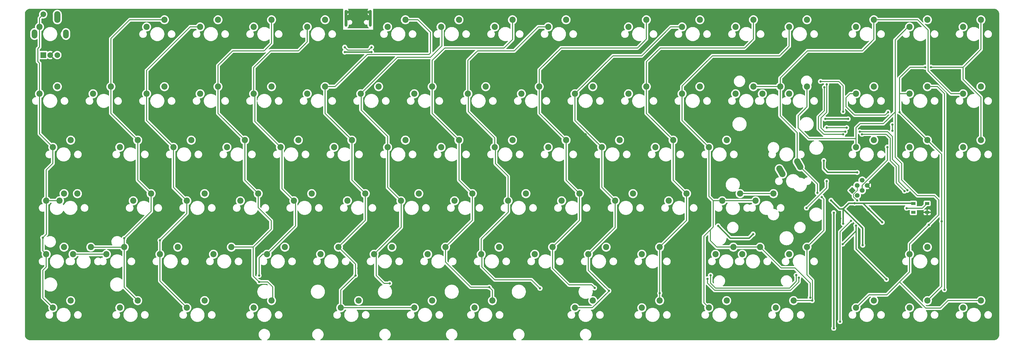
<source format=gbr>
%TF.GenerationSoftware,KiCad,Pcbnew,(6.0.4-0)*%
%TF.CreationDate,2022-05-31T11:34:18+03:00*%
%TF.ProjectId,Supernova_Solder,53757065-726e-46f7-9661-5f536f6c6465,rev?*%
%TF.SameCoordinates,Original*%
%TF.FileFunction,Copper,L1,Top*%
%TF.FilePolarity,Positive*%
%FSLAX46Y46*%
G04 Gerber Fmt 4.6, Leading zero omitted, Abs format (unit mm)*
G04 Created by KiCad (PCBNEW (6.0.4-0)) date 2022-05-31 11:34:18*
%MOMM*%
%LPD*%
G01*
G04 APERTURE LIST*
G04 Aperture macros list*
%AMHorizOval*
0 Thick line with rounded ends*
0 $1 width*
0 $2 $3 position (X,Y) of the first rounded end (center of the circle)*
0 $4 $5 position (X,Y) of the second rounded end (center of the circle)*
0 Add line between two ends*
20,1,$1,$2,$3,$4,$5,0*
0 Add two circle primitives to create the rounded ends*
1,1,$1,$2,$3*
1,1,$1,$4,$5*%
%AMRotRect*
0 Rectangle, with rotation*
0 The origin of the aperture is its center*
0 $1 length*
0 $2 width*
0 $3 Rotation angle, in degrees counterclockwise*
0 Add horizontal line*
21,1,$1,$2,0,0,$3*%
G04 Aperture macros list end*
%TA.AperFunction,ComponentPad*%
%ADD10C,2.200000*%
%TD*%
%TA.AperFunction,ComponentPad*%
%ADD11R,2.000000X2.000000*%
%TD*%
%TA.AperFunction,ComponentPad*%
%ADD12C,2.000000*%
%TD*%
%TA.AperFunction,ComponentPad*%
%ADD13O,2.000000X3.200000*%
%TD*%
%TA.AperFunction,SMDPad,CuDef*%
%ADD14R,1.500000X1.000000*%
%TD*%
%TA.AperFunction,ComponentPad*%
%ADD15O,1.000000X1.600000*%
%TD*%
%TA.AperFunction,ComponentPad*%
%ADD16O,1.000000X2.100000*%
%TD*%
%TA.AperFunction,ComponentPad*%
%ADD17RotRect,1.700000X1.700000X315.000000*%
%TD*%
%TA.AperFunction,ComponentPad*%
%ADD18HorizOval,1.700000X0.000000X0.000000X0.000000X0.000000X0*%
%TD*%
%TA.AperFunction,ViaPad*%
%ADD19C,0.800000*%
%TD*%
%TA.AperFunction,ViaPad*%
%ADD20C,0.600000*%
%TD*%
%TA.AperFunction,Conductor*%
%ADD21C,0.500000*%
%TD*%
%TA.AperFunction,Conductor*%
%ADD22C,0.350000*%
%TD*%
%TA.AperFunction,Conductor*%
%ADD23C,0.250000*%
%TD*%
%TA.AperFunction,Conductor*%
%ADD24C,2.200000*%
%TD*%
%TA.AperFunction,Conductor*%
%ADD25C,0.300000*%
%TD*%
%TA.AperFunction,Conductor*%
%ADD26C,0.400000*%
%TD*%
%TA.AperFunction,Conductor*%
%ADD27C,1.000000*%
%TD*%
G04 APERTURE END LIST*
D10*
%TO.P,K10,1,1*%
%TO.N,/col9*%
X252571250Y-33020000D03*
%TO.P,K10,2,2*%
%TO.N,Net-(K10-Pad2)*%
X246221250Y-35560000D03*
%TD*%
%TO.P,K63,1,1*%
%TO.N,Net-(K63-Pad1)*%
X285908750Y-94932500D03*
%TO.P,K63,2,2*%
%TO.N,/col12*%
X279558750Y-97472500D03*
%TD*%
%TO.P,K49,1,1*%
%TO.N,/col15*%
X352583750Y-75882500D03*
%TO.P,K49,2,2*%
%TO.N,Net-(K49-Pad2)*%
X346233750Y-78422500D03*
%TD*%
%TO.P,K61,1,1*%
%TO.N,Net-(K61-Pad1)*%
X247808750Y-94932500D03*
%TO.P,K61,2,2*%
%TO.N,/col10*%
X241458750Y-97472500D03*
%TD*%
%TO.P,K24,1,1*%
%TO.N,/col7*%
X176371250Y-56832500D03*
%TO.P,K24,2,2*%
%TO.N,Net-(K24-Pad2)*%
X170021250Y-59372500D03*
%TD*%
%TO.P,K63a1,1,1*%
%TO.N,Net-(K63-Pad1)*%
X297815000Y-94932500D03*
%TO.P,K63a1,2,2*%
%TO.N,/col12*%
X291465000Y-97472500D03*
%TD*%
%TO.P,K80,1,1*%
%TO.N,Net-(K80-Pad1)*%
X47783750Y-133032500D03*
%TO.P,K80,2,2*%
%TO.N,/RE_SW2*%
X41433750Y-135572500D03*
%TD*%
%TO.P,K47,1,1*%
%TO.N,Net-(K47-Pad1)*%
X299878750Y-86042500D03*
%TO.P,K47,2,2*%
%TO.N,/col13*%
X306228750Y-83502500D03*
%TD*%
%TO.P,K57,1,1*%
%TO.N,Net-(K57-Pad1)*%
X171608750Y-94932500D03*
%TO.P,K57,2,2*%
%TO.N,/col6*%
X165258750Y-97472500D03*
%TD*%
%TO.P,K43,1,1*%
%TO.N,/col9*%
X223996250Y-75882500D03*
%TO.P,K43,2,2*%
%TO.N,Net-(K43-Pad2)*%
X217646250Y-78422500D03*
%TD*%
%TO.P,K52,1,1*%
%TO.N,/col1*%
X76358750Y-94932500D03*
%TO.P,K52,2,2*%
%TO.N,Net-(K52-Pad2)*%
X70008750Y-97472500D03*
%TD*%
%TO.P,K90,1,1*%
%TO.N,Net-(K90-Pad1)*%
X333533750Y-133032500D03*
%TO.P,K90,2,2*%
%TO.N,/col14*%
X327183750Y-135572500D03*
%TD*%
%TO.P,K85,1,1*%
%TO.N,/col7*%
X197802500Y-133032500D03*
%TO.P,K85,2,2*%
%TO.N,Net-(K85-Pad2)*%
X191452500Y-135572500D03*
%TD*%
%TO.P,K46,1,1*%
%TO.N,Net-(K46-Pad1)*%
X281146250Y-75882500D03*
%TO.P,K46,2,2*%
%TO.N,/col12*%
X274796250Y-78422500D03*
%TD*%
%TO.P,K84a1,1,1*%
%TO.N,Net-(K84-Pad1)*%
X176371250Y-133032500D03*
%TO.P,K84a1,2,2*%
%TO.N,/col5*%
X170021250Y-135572500D03*
%TD*%
%TO.P,K54,1,1*%
%TO.N,/col3*%
X114458750Y-94932500D03*
%TO.P,K54,2,2*%
%TO.N,Net-(K54-Pad2)*%
X108108750Y-97472500D03*
%TD*%
%TO.P,K30a1,1,1*%
%TO.N,/col13*%
X300196250Y-56832500D03*
%TO.P,K30a1,2,2*%
%TO.N,Net-(K30-Pad2)*%
X293846250Y-59372500D03*
%TD*%
%TO.P,K20,1,1*%
%TO.N,/col3*%
X100171250Y-56832500D03*
%TO.P,K20,2,2*%
%TO.N,Net-(K20-Pad2)*%
X93821250Y-59372500D03*
%TD*%
%TO.P,K15,1,1*%
%TO.N,Net-(K15-Pad1)*%
X352583750Y-33020000D03*
%TO.P,K15,2,2*%
%TO.N,/col14*%
X346233750Y-35560000D03*
%TD*%
%TO.P,K40,1,1*%
%TO.N,Net-(K40-Pad1)*%
X166846250Y-75882500D03*
%TO.P,K40,2,2*%
%TO.N,/col6*%
X160496250Y-78422500D03*
%TD*%
%TO.P,K11,1,1*%
%TO.N,Net-(K11-Pad1)*%
X271621250Y-33020000D03*
%TO.P,K11,2,2*%
%TO.N,/col10*%
X265271250Y-35560000D03*
%TD*%
%TO.P,K69,1,1*%
%TO.N,Net-(K69-Pad1)*%
X123983750Y-113982500D03*
%TO.P,K69,2,2*%
%TO.N,/col4*%
X117633750Y-116522500D03*
%TD*%
%TO.P,K81,1,1*%
%TO.N,/col1*%
X71596250Y-133032500D03*
%TO.P,K81,2,2*%
%TO.N,Net-(K81-Pad2)*%
X65246250Y-135572500D03*
%TD*%
%TO.P,K1,1,1*%
%TO.N,/RE_SW1*%
X43021250Y-33020000D03*
%TO.P,K1,2,2*%
%TO.N,/RE_SW2*%
X36671250Y-35560000D03*
%TD*%
%TO.P,K83,1,1*%
%TO.N,/col3*%
X119221250Y-133032500D03*
%TO.P,K83,2,2*%
%TO.N,Net-(K83-Pad2)*%
X112871250Y-135572500D03*
%TD*%
%TO.P,K86,1,1*%
%TO.N,Net-(K86-Pad1)*%
X233521250Y-133032500D03*
%TO.P,K86,2,2*%
%TO.N,/col10*%
X227171250Y-135572500D03*
%TD*%
%TO.P,K48,1,1*%
%TO.N,Net-(K48-Pad1)*%
X333533750Y-75882500D03*
%TO.P,K48,2,2*%
%TO.N,/col14*%
X327183750Y-78422500D03*
%TD*%
%TO.P,K30,1,1*%
%TO.N,/col13*%
X290671250Y-56832500D03*
%TO.P,K30,2,2*%
%TO.N,Net-(K30-Pad2)*%
X284321250Y-59372500D03*
%TD*%
%TO.P,K3,1,1*%
%TO.N,Net-(K3-Pad1)*%
X100171250Y-33020000D03*
%TO.P,K3,2,2*%
%TO.N,/col2*%
X93821250Y-35560000D03*
%TD*%
%TO.P,K44,1,1*%
%TO.N,Net-(K44-Pad1)*%
X243046250Y-75882500D03*
%TO.P,K44,2,2*%
%TO.N,/col10*%
X236696250Y-78422500D03*
%TD*%
%TO.P,K91,1,1*%
%TO.N,/col15*%
X352583750Y-133032500D03*
%TO.P,K91,2,2*%
%TO.N,Net-(K91-Pad2)*%
X346233750Y-135572500D03*
%TD*%
%TO.P,K88,1,1*%
%TO.N,Net-(K88-Pad1)*%
X281146250Y-133032500D03*
%TO.P,K88,2,2*%
%TO.N,/col12*%
X274796250Y-135572500D03*
%TD*%
%TO.P,K41,1,1*%
%TO.N,/col7*%
X185896250Y-75882500D03*
%TO.P,K41,2,2*%
%TO.N,Net-(K41-Pad2)*%
X179546250Y-78422500D03*
%TD*%
%TO.P,K77a1,1,1*%
%TO.N,/col12*%
X293052500Y-113982500D03*
%TO.P,K77a1,2,2*%
%TO.N,Net-(K77-Pad2)*%
X286702500Y-116522500D03*
%TD*%
%TO.P,K64,1,1*%
%TO.N,Net-(K64-Pad1)*%
X371633750Y-56832500D03*
%TO.P,K64,2,2*%
%TO.N,/col13*%
X365283750Y-59372500D03*
%TD*%
%TO.P,K89,1,1*%
%TO.N,/col13*%
X304958750Y-133032500D03*
%TO.P,K89,2,2*%
%TO.N,Net-(K89-Pad2)*%
X298608750Y-135572500D03*
%TD*%
%TO.P,K36,1,1*%
%TO.N,Net-(K36-Pad1)*%
X90646250Y-75882500D03*
%TO.P,K36,2,2*%
%TO.N,/col2*%
X84296250Y-78422500D03*
%TD*%
%TO.P,K18,1,1*%
%TO.N,/col1*%
X62071250Y-56832500D03*
%TO.P,K18,2,2*%
%TO.N,Net-(K18-Pad2)*%
X55721250Y-59372500D03*
%TD*%
%TO.P,K74,1,1*%
%TO.N,/col9*%
X219233750Y-113982500D03*
%TO.P,K74,2,2*%
%TO.N,Net-(K74-Pad2)*%
X212883750Y-116522500D03*
%TD*%
%TO.P,K82,1,1*%
%TO.N,Net-(K82-Pad1)*%
X95408750Y-133032500D03*
%TO.P,K82,2,2*%
%TO.N,/col2*%
X89058750Y-135572500D03*
%TD*%
%TO.P,K67,1,1*%
%TO.N,Net-(K67-Pad1)*%
X85883750Y-113982500D03*
%TO.P,K67,2,2*%
%TO.N,/col2*%
X79533750Y-116522500D03*
%TD*%
%TO.P,K19,1,1*%
%TO.N,Net-(K19-Pad1)*%
X81121250Y-56832500D03*
%TO.P,K19,2,2*%
%TO.N,/col2*%
X74771250Y-59372500D03*
%TD*%
%TO.P,K33,1,1*%
%TO.N,Net-(K33-Pad1)*%
X352583750Y-56832500D03*
%TO.P,K33,2,2*%
%TO.N,/col15*%
X346233750Y-59372500D03*
%TD*%
%TO.P,K8,1,1*%
%TO.N,/col7*%
X204946250Y-33020000D03*
%TO.P,K8,2,2*%
%TO.N,Net-(K8-Pad2)*%
X198596250Y-35560000D03*
%TD*%
%TO.P,K37,1,1*%
%TO.N,/col3*%
X109696250Y-75882500D03*
%TO.P,K37,2,2*%
%TO.N,Net-(K37-Pad2)*%
X103346250Y-78422500D03*
%TD*%
%TO.P,K79,1,1*%
%TO.N,Net-(K79-Pad1)*%
X352583750Y-113982500D03*
%TO.P,K79,2,2*%
%TO.N,/col14*%
X346233750Y-116522500D03*
%TD*%
%TO.P,K31,1,1*%
%TO.N,/col14*%
X309721250Y-56832500D03*
%TO.P,K31,2,2*%
%TO.N,Net-(K31-Pad2)*%
X303371250Y-59372500D03*
%TD*%
%TO.P,K17,1,1*%
%TO.N,Net-(K17-Pad1)*%
X43021250Y-56832500D03*
%TO.P,K17,2,2*%
%TO.N,/RE_SW2*%
X36671250Y-59372500D03*
%TD*%
%TO.P,K4,1,1*%
%TO.N,/col3*%
X119221250Y-33020000D03*
%TO.P,K4,2,2*%
%TO.N,Net-(K4-Pad2)*%
X112871250Y-35560000D03*
%TD*%
%TO.P,K92,1,1*%
%TO.N,/col14*%
X371633750Y-133032500D03*
%TO.P,K92,2,2*%
%TO.N,Net-(K92-Pad2)*%
X365283750Y-135572500D03*
%TD*%
%TO.P,K38,1,1*%
%TO.N,Net-(K38-Pad1)*%
X128746250Y-75882500D03*
%TO.P,K38,2,2*%
%TO.N,/col4*%
X122396250Y-78422500D03*
%TD*%
D11*
%TO.P,RE1,A,A*%
%TO.N,/RE_A*%
X37981250Y-45575000D03*
D12*
%TO.P,RE1,B,B*%
%TO.N,/RE_B*%
X42981250Y-45575000D03*
%TO.P,RE1,C,C*%
%TO.N,Earth*%
X40481250Y-45575000D03*
D13*
%TO.P,RE1,MP*%
%TO.N,N/C*%
X34881250Y-38075000D03*
X46081250Y-38075000D03*
D10*
%TO.P,RE1,S1,S1*%
%TO.N,/RE_SW1*%
X42981250Y-31075000D03*
D12*
%TO.P,RE1,S2,S2*%
%TO.N,/RE_SW2*%
X37981250Y-31075000D03*
%TD*%
D10*
%TO.P,K73,1,1*%
%TO.N,Net-(K73-Pad1)*%
X200183750Y-113982500D03*
%TO.P,K73,2,2*%
%TO.N,/col8*%
X193833750Y-116522500D03*
%TD*%
%TO.P,K68,1,1*%
%TO.N,/col3*%
X104933750Y-113982500D03*
%TO.P,K68,2,2*%
%TO.N,Net-(K68-Pad2)*%
X98583750Y-116522500D03*
%TD*%
%TO.P,K23,1,1*%
%TO.N,Net-(K23-Pad1)*%
X157321250Y-56832500D03*
%TO.P,K23,2,2*%
%TO.N,/col6*%
X150971250Y-59372500D03*
%TD*%
%TO.P,K53,1,1*%
%TO.N,Net-(K53-Pad1)*%
X95408750Y-94932500D03*
%TO.P,K53,2,2*%
%TO.N,/col2*%
X89058750Y-97472500D03*
%TD*%
%TO.P,K26,1,1*%
%TO.N,/col9*%
X214471250Y-56832500D03*
%TO.P,K26,2,2*%
%TO.N,Net-(K26-Pad2)*%
X208121250Y-59372500D03*
%TD*%
%TO.P,K50,1,1*%
%TO.N,/col15*%
X371633750Y-75882500D03*
%TO.P,K50,2,2*%
%TO.N,Net-(K50-Pad2)*%
X365283750Y-78422500D03*
%TD*%
%TO.P,K59,1,1*%
%TO.N,Net-(K59-Pad1)*%
X209708750Y-94932500D03*
%TO.P,K59,2,2*%
%TO.N,/col8*%
X203358750Y-97472500D03*
%TD*%
%TO.P,K55,1,1*%
%TO.N,Net-(K55-Pad1)*%
X133508750Y-94932500D03*
%TO.P,K55,2,2*%
%TO.N,/col4*%
X127158750Y-97472500D03*
%TD*%
%TO.P,K66,1,1*%
%TO.N,/col1*%
X66833750Y-113982500D03*
%TO.P,K66,2,2*%
%TO.N,Net-(K66-Pad2)*%
X60483750Y-116522500D03*
%TD*%
%TO.P,K72,1,1*%
%TO.N,/col7*%
X181133750Y-113982500D03*
%TO.P,K72,2,2*%
%TO.N,Net-(K72-Pad2)*%
X174783750Y-116522500D03*
%TD*%
%TO.P,K25,1,1*%
%TO.N,Net-(K25-Pad1)*%
X195421250Y-56832500D03*
%TO.P,K25,2,2*%
%TO.N,/col8*%
X189071250Y-59372500D03*
%TD*%
%TO.P,K45,1,1*%
%TO.N,/col11*%
X262096250Y-75882500D03*
%TO.P,K45,2,2*%
%TO.N,Net-(K45-Pad2)*%
X255746250Y-78422500D03*
%TD*%
%TO.P,K13,1,1*%
%TO.N,Net-(K13-Pad1)*%
X309721250Y-33020000D03*
%TO.P,K13,2,2*%
%TO.N,/col12*%
X303371250Y-35560000D03*
%TD*%
%TO.P,K22,1,1*%
%TO.N,/col5*%
X138271250Y-56832500D03*
%TO.P,K22,2,2*%
%TO.N,Net-(K22-Pad2)*%
X131921250Y-59372500D03*
%TD*%
%TO.P,K78,1,1*%
%TO.N,/col13*%
X309721250Y-113982500D03*
%TO.P,K78,2,2*%
%TO.N,Net-(K78-Pad2)*%
X303371250Y-116522500D03*
%TD*%
%TO.P,K7,1,1*%
%TO.N,Net-(K7-Pad1)*%
X185896250Y-33020000D03*
%TO.P,K7,2,2*%
%TO.N,/col6*%
X179546250Y-35560000D03*
%TD*%
%TO.P,K32,1,1*%
%TO.N,Net-(K32-Pad1)*%
X333533750Y-56832500D03*
%TO.P,K32,2,2*%
%TO.N,/col15*%
X327183750Y-59372500D03*
%TD*%
%TO.P,K27,1,1*%
%TO.N,Net-(K27-Pad1)*%
X233521250Y-56832500D03*
%TO.P,K27,2,2*%
%TO.N,/col10*%
X227171250Y-59372500D03*
%TD*%
%TO.P,K12,1,1*%
%TO.N,/col11*%
X290671250Y-33020000D03*
%TO.P,K12,2,2*%
%TO.N,Net-(K12-Pad2)*%
X284321250Y-35560000D03*
%TD*%
%TO.P,K47a1,1,1*%
%TO.N,/col13*%
X307340000Y-85413750D03*
%TO.P,K47a1,2,2*%
%TO.N,Net-(K47-Pad1)*%
X300990000Y-87953750D03*
%TD*%
%TO.P,K66a1,1,1*%
%TO.N,/col1*%
X54927500Y-113982500D03*
%TO.P,K66a1,2,2*%
%TO.N,Net-(K66-Pad2)*%
X48577500Y-116522500D03*
%TD*%
%TO.P,K58,1,1*%
%TO.N,/col7*%
X190658750Y-94932500D03*
%TO.P,K58,2,2*%
%TO.N,Net-(K58-Pad2)*%
X184308750Y-97472500D03*
%TD*%
%TO.P,K29,1,1*%
%TO.N,Net-(K29-Pad1)*%
X271621250Y-56832500D03*
%TO.P,K29,2,2*%
%TO.N,/col12*%
X265271250Y-59372500D03*
%TD*%
%TO.P,K87,1,1*%
%TO.N,/col11*%
X257333750Y-133032500D03*
%TO.P,K87,2,2*%
%TO.N,Net-(K87-Pad2)*%
X250983750Y-135572500D03*
%TD*%
%TO.P,K35,1,1*%
%TO.N,/col1*%
X71596250Y-75882500D03*
%TO.P,K35,2,2*%
%TO.N,Net-(K35-Pad2)*%
X65246250Y-78422500D03*
%TD*%
%TO.P,K71,1,1*%
%TO.N,Net-(K71-Pad1)*%
X162083750Y-113982500D03*
%TO.P,K71,2,2*%
%TO.N,/col6*%
X155733750Y-116522500D03*
%TD*%
%TO.P,K70,1,1*%
%TO.N,/col5*%
X143033750Y-113982500D03*
%TO.P,K70,2,2*%
%TO.N,Net-(K70-Pad2)*%
X136683750Y-116522500D03*
%TD*%
%TO.P,K77,1,1*%
%TO.N,/col12*%
X283527500Y-113982500D03*
%TO.P,K77,2,2*%
%TO.N,Net-(K77-Pad2)*%
X277177500Y-116522500D03*
%TD*%
%TO.P,K65,1,1*%
%TO.N,Net-(K65-Pad1)*%
X45402500Y-113982500D03*
%TO.P,K65,2,2*%
%TO.N,/RE_SW2*%
X39052500Y-116522500D03*
%TD*%
%TO.P,K39,1,1*%
%TO.N,/col5*%
X147796250Y-75882500D03*
%TO.P,K39,2,2*%
%TO.N,Net-(K39-Pad2)*%
X141446250Y-78422500D03*
%TD*%
%TO.P,K6,1,1*%
%TO.N,/col5*%
X166846250Y-33020000D03*
%TO.P,K6,2,2*%
%TO.N,Net-(K6-Pad2)*%
X160496250Y-35560000D03*
%TD*%
%TO.P,K16,1,1*%
%TO.N,/col15*%
X371633750Y-33020000D03*
%TO.P,K16,2,2*%
%TO.N,Net-(K16-Pad2)*%
X365283750Y-35560000D03*
%TD*%
%TO.P,K62,1,1*%
%TO.N,/col11*%
X266858750Y-94932500D03*
%TO.P,K62,2,2*%
%TO.N,Net-(K62-Pad2)*%
X260508750Y-97472500D03*
%TD*%
%TO.P,K21,1,1*%
%TO.N,Net-(K21-Pad1)*%
X119221250Y-56832500D03*
%TO.P,K21,2,2*%
%TO.N,/col4*%
X112871250Y-59372500D03*
%TD*%
%TO.P,K28,1,1*%
%TO.N,/col11*%
X252571250Y-56832500D03*
%TO.P,K28,2,2*%
%TO.N,Net-(K28-Pad2)*%
X246221250Y-59372500D03*
%TD*%
%TO.P,K60,1,1*%
%TO.N,/col9*%
X228758750Y-94932500D03*
%TO.P,K60,2,2*%
%TO.N,Net-(K60-Pad2)*%
X222408750Y-97472500D03*
%TD*%
%TO.P,K84,1,1*%
%TO.N,Net-(K84-Pad1)*%
X150177500Y-133032500D03*
%TO.P,K84,2,2*%
%TO.N,/col5*%
X143827500Y-135572500D03*
%TD*%
%TO.P,K9,1,1*%
%TO.N,Net-(K9-Pad1)*%
X223996250Y-33020000D03*
%TO.P,K9,2,2*%
%TO.N,/col8*%
X217646250Y-35560000D03*
%TD*%
%TO.P,K51a1,1,1*%
%TO.N,Net-(K51-Pad1)*%
X45402500Y-94932500D03*
%TO.P,K51a1,2,2*%
%TO.N,/RE_SW2*%
X39052500Y-97472500D03*
%TD*%
%TO.P,K75,1,1*%
%TO.N,Net-(K75-Pad1)*%
X238283750Y-113982500D03*
%TO.P,K75,2,2*%
%TO.N,/col10*%
X231933750Y-116522500D03*
%TD*%
%TO.P,K42,1,1*%
%TO.N,Net-(K42-Pad1)*%
X204946250Y-75882500D03*
%TO.P,K42,2,2*%
%TO.N,/col8*%
X198596250Y-78422500D03*
%TD*%
%TO.P,K14,1,1*%
%TO.N,/col13*%
X333533750Y-33020000D03*
%TO.P,K14,2,2*%
%TO.N,Net-(K14-Pad2)*%
X327183750Y-35560000D03*
%TD*%
%TO.P,K5,1,1*%
%TO.N,Net-(K5-Pad1)*%
X138271250Y-33020000D03*
%TO.P,K5,2,2*%
%TO.N,/col4*%
X131921250Y-35560000D03*
%TD*%
%TO.P,K76,1,1*%
%TO.N,/col11*%
X257333750Y-113982500D03*
%TO.P,K76,2,2*%
%TO.N,Net-(K76-Pad2)*%
X250983750Y-116522500D03*
%TD*%
%TO.P,K51,1,1*%
%TO.N,Net-(K51-Pad1)*%
X50165000Y-94932500D03*
%TO.P,K51,2,2*%
%TO.N,/RE_SW2*%
X43815000Y-97472500D03*
%TD*%
D14*
%TO.P,LED1,1,VDD*%
%TO.N,+5V*%
X347593750Y-98412500D03*
%TO.P,LED1,2,DOUT*%
%TO.N,unconnected-(LED1-Pad2)*%
X347593750Y-101612500D03*
%TO.P,LED1,3,VSS*%
%TO.N,Earth*%
X352493750Y-101612500D03*
%TO.P,LED1,4,DIN*%
%TO.N,/RGB_SIG*%
X352493750Y-98412500D03*
%TD*%
D10*
%TO.P,K2,1,1*%
%TO.N,/col1*%
X81121250Y-33020000D03*
%TO.P,K2,2,2*%
%TO.N,Net-(K2-Pad2)*%
X74771250Y-35560000D03*
%TD*%
%TO.P,K56,1,1*%
%TO.N,/col5*%
X152558750Y-94932500D03*
%TO.P,K56,2,2*%
%TO.N,Net-(K56-Pad2)*%
X146208750Y-97472500D03*
%TD*%
%TO.P,K34,1,1*%
%TO.N,Net-(K34-Pad1)*%
X47783750Y-75882500D03*
%TO.P,K34,2,2*%
%TO.N,/RE_SW2*%
X41433750Y-78422500D03*
%TD*%
D15*
%TO.P,J1,S1,SHIELD*%
%TO.N,Net-(FB1-Pad1)*%
X145698750Y-30267000D03*
D16*
X154338750Y-34447000D03*
X145698750Y-34447000D03*
D15*
X154338750Y-30267000D03*
%TD*%
D17*
%TO.P,ISP1,1,Pin_1*%
%TO.N,/MISO*%
X325781399Y-93784149D03*
D18*
%TO.P,ISP1,2,Pin_2*%
%TO.N,+5V*%
X327577450Y-95580200D03*
%TO.P,ISP1,3,Pin_3*%
%TO.N,/SCL*%
X327577450Y-91988098D03*
%TO.P,ISP1,4,Pin_4*%
%TO.N,/MOSI*%
X329373501Y-93784149D03*
%TO.P,ISP1,5,Pin_5*%
%TO.N,/RES*%
X329373501Y-90192047D03*
%TO.P,ISP1,6,Pin_6*%
%TO.N,Earth*%
X331169553Y-91988098D03*
%TD*%
D19*
%TO.N,Earth*%
X84137500Y-146446875D03*
X40481250Y-47879000D03*
X39687500Y-29765625D03*
X32146875Y-113506250D03*
X198437500Y-29765625D03*
X115887500Y-29765625D03*
X306038250Y-114300000D03*
X155924250Y-47625000D03*
X354806250Y-109537500D03*
X312737500Y-146446875D03*
X274637500Y-146446875D03*
X377428125Y-75406250D03*
X188118750Y-128587500D03*
X202914250Y-53975000D03*
X341090250Y-106553000D03*
X52387500Y-29765625D03*
X354806250Y-88106250D03*
X122237500Y-146446875D03*
X173037500Y-29765625D03*
X204787500Y-146446875D03*
X270456250Y-118325000D03*
X345281250Y-42862500D03*
X241014250Y-53975000D03*
X204311250Y-107823000D03*
X334613250Y-89154000D03*
X322802250Y-108839000D03*
X179387500Y-29765625D03*
X126714250Y-53975000D03*
X347662500Y-90487500D03*
X230981250Y-73818750D03*
X255587500Y-146446875D03*
X338137500Y-29765625D03*
X322548250Y-77089000D03*
X377428125Y-100806250D03*
X316706250Y-96520000D03*
X141287500Y-146446875D03*
X71437500Y-146446875D03*
X147637500Y-146446875D03*
X331787500Y-146446875D03*
D20*
X326236250Y-105465000D03*
D19*
X32146875Y-69056250D03*
X141287500Y-29765625D03*
X377428125Y-132556250D03*
X32146875Y-81756250D03*
X223837500Y-146446875D03*
X148307134Y-46352116D03*
X32146875Y-43656250D03*
X377428125Y-81756250D03*
X32146875Y-126206250D03*
X281019250Y-125018800D03*
X32146875Y-88106250D03*
X249237500Y-146446875D03*
X377428125Y-138906250D03*
X32146875Y-145256250D03*
X147288250Y-41922900D03*
X33337500Y-146446875D03*
X32146875Y-50006250D03*
X73882250Y-120396000D03*
X159543750Y-100012500D03*
X52387500Y-146446875D03*
X242887500Y-146446875D03*
X363537500Y-29765625D03*
X259556250Y-47625000D03*
X320135250Y-63373000D03*
X106902250Y-56769000D03*
X287337500Y-146446875D03*
X88614250Y-53975000D03*
X261937500Y-146446875D03*
X204787500Y-29765625D03*
X147719650Y-40309800D03*
X342900000Y-69056250D03*
X90487500Y-29765625D03*
X88106250Y-47625000D03*
X153987500Y-146446875D03*
X33337500Y-29765625D03*
X122237500Y-29765625D03*
X293687500Y-29765625D03*
X160337500Y-29765625D03*
X90011250Y-107823000D03*
X376237500Y-29765625D03*
X78298250Y-74124800D03*
X242887500Y-29765625D03*
X240506250Y-47625000D03*
X235743750Y-100012500D03*
X328644250Y-114681000D03*
X320922650Y-106400600D03*
X32146875Y-62706250D03*
X306387500Y-29765625D03*
X32146875Y-38100000D03*
X286266250Y-108515000D03*
X46037500Y-146446875D03*
X65087500Y-146446875D03*
X192087500Y-146446875D03*
X345281250Y-47625000D03*
X300037500Y-29765625D03*
X164814250Y-53975000D03*
X350837500Y-29765625D03*
X192087500Y-29765625D03*
X223837500Y-29765625D03*
X377428125Y-37306250D03*
X300037500Y-146446875D03*
X266700000Y-130968750D03*
X306387500Y-146446875D03*
X344487500Y-146446875D03*
X377428125Y-119856250D03*
X283686250Y-120446800D03*
X44164250Y-51435000D03*
X369887500Y-146446875D03*
X128587500Y-146446875D03*
X109061250Y-107823000D03*
X324580250Y-89408000D03*
X286356250Y-102743000D03*
X329533250Y-105537000D03*
X320135250Y-69875400D03*
X40481250Y-43180000D03*
X293687500Y-146446875D03*
X350837500Y-146446875D03*
X308832250Y-47625000D03*
X144748250Y-57531000D03*
X77787500Y-29765625D03*
X144773250Y-38430200D03*
X323945250Y-84709000D03*
X266700000Y-140493750D03*
X188118750Y-114300000D03*
X84137500Y-29765625D03*
X221456250Y-130968750D03*
X357187500Y-146446875D03*
X65087500Y-29765625D03*
X377428125Y-56356250D03*
X287337500Y-29765625D03*
X274542250Y-114604800D03*
X116681250Y-76200000D03*
X255587500Y-29765625D03*
X39687500Y-146446875D03*
X363537500Y-146446875D03*
X128587500Y-29765625D03*
X338456250Y-70325000D03*
X211137500Y-29765625D03*
X377428125Y-126206250D03*
X261937500Y-29765625D03*
X150018750Y-121443750D03*
X315563250Y-114300000D03*
X329787250Y-102997000D03*
X164306250Y-128905000D03*
X377428125Y-113506250D03*
X185737500Y-146446875D03*
X56864250Y-47879000D03*
X128111250Y-107823000D03*
X338137500Y-146446875D03*
X332327250Y-49911000D03*
X325437500Y-29765625D03*
X32146875Y-30956250D03*
X217487500Y-146446875D03*
X90487500Y-146446875D03*
X377428125Y-145256250D03*
X221710250Y-47625000D03*
X216693750Y-135731250D03*
X147161250Y-107823000D03*
X236537500Y-146446875D03*
X341953850Y-93345000D03*
X319087500Y-29765625D03*
X71437500Y-29765625D03*
X96837500Y-146446875D03*
X280987500Y-29765625D03*
X278606250Y-47625000D03*
X154781250Y-73818750D03*
X32146875Y-119856250D03*
X299942250Y-125018800D03*
X217487500Y-29765625D03*
X280765250Y-127304800D03*
X280987500Y-146446875D03*
X206978250Y-140335000D03*
X96837500Y-29765625D03*
X274206250Y-117825000D03*
X32146875Y-132556250D03*
X166211250Y-107823000D03*
X290206250Y-115325000D03*
X293076250Y-93245000D03*
X297275250Y-114173000D03*
X107156250Y-47625000D03*
X179387500Y-146446875D03*
X377428125Y-43656250D03*
X46037500Y-29765625D03*
X292326250Y-82655000D03*
X153155250Y-38938200D03*
X300196250Y-127304800D03*
X332200250Y-102997000D03*
X126206250Y-47625000D03*
X103187500Y-29765625D03*
X264382250Y-120396000D03*
X377428125Y-50006250D03*
X315690250Y-48133000D03*
X376237500Y-146446875D03*
X145256250Y-47625000D03*
X332200250Y-105537000D03*
X166687500Y-146446875D03*
X32146875Y-138906250D03*
X173037500Y-146446875D03*
X69056250Y-55753000D03*
X357187500Y-29765625D03*
X320211450Y-45745400D03*
X77787500Y-146446875D03*
X320135250Y-58191400D03*
X249237500Y-29765625D03*
X259556250Y-58039000D03*
X325437500Y-146446875D03*
D20*
X333470250Y-100711000D03*
X327247250Y-101600000D03*
D19*
X32146875Y-94456250D03*
X338804250Y-104267000D03*
X331787500Y-29765625D03*
X204946250Y-47625000D03*
X58737500Y-146446875D03*
X377428125Y-88106250D03*
X331031850Y-112242600D03*
D20*
X327556250Y-103795000D03*
D19*
X316960250Y-124079000D03*
X377428125Y-69056250D03*
X274637500Y-29765625D03*
X221456250Y-58039000D03*
X103187500Y-146446875D03*
X32146875Y-100806250D03*
X267430250Y-74803000D03*
X32146875Y-107156250D03*
X335807050Y-95072200D03*
X32146875Y-56356250D03*
X279114250Y-53975000D03*
X211137500Y-146446875D03*
X328009250Y-123571000D03*
X58737500Y-29765625D03*
X183356250Y-56515000D03*
X369887500Y-29765625D03*
X188118750Y-140493750D03*
X134937500Y-29765625D03*
X377428125Y-30956250D03*
X347662500Y-128587500D03*
X323056250Y-69977000D03*
X377428125Y-94456250D03*
X312737500Y-29765625D03*
X198437500Y-146446875D03*
X268287500Y-146446875D03*
X321024250Y-95377000D03*
X332327250Y-94361000D03*
X230187500Y-29765625D03*
X192881250Y-73818750D03*
X164306250Y-47625000D03*
X121443750Y-102393750D03*
X377428125Y-62706250D03*
X236537500Y-29765625D03*
X166687500Y-29765625D03*
X320135250Y-80695800D03*
X183356250Y-47625000D03*
X334740250Y-117348000D03*
X109537500Y-29765625D03*
X320135250Y-88671400D03*
X323691250Y-95758000D03*
X377428125Y-107156250D03*
X268287500Y-29765625D03*
X197643750Y-100012500D03*
X364966250Y-47625000D03*
X331793850Y-96189800D03*
X319087500Y-146446875D03*
X32146875Y-75406250D03*
X185737500Y-29765625D03*
X50514250Y-53975000D03*
X159480250Y-137922000D03*
X185261250Y-107823000D03*
X223361250Y-107823000D03*
X344487500Y-29765625D03*
X321532250Y-103759000D03*
X109537500Y-146446875D03*
X324326250Y-116205000D03*
%TO.N,+5V*%
X322620167Y-100355400D03*
X322624450Y-105638600D03*
X331666850Y-100355400D03*
X326663050Y-98348800D03*
X318281050Y-97307400D03*
X329558650Y-113284000D03*
X336467450Y-105156000D03*
%TO.N,/MOSI*%
X340074250Y-70358000D03*
X316198250Y-68326000D03*
X340074250Y-72517000D03*
X324351650Y-68325000D03*
X338296250Y-78359000D03*
%TO.N,/SCL*%
X327577450Y-87375000D03*
X315690250Y-83185000D03*
X327552050Y-97358200D03*
%TO.N,/MISO*%
X145256250Y-44512500D03*
X154781250Y-44512500D03*
%TO.N,/RE_SW2*%
X37814250Y-110617000D03*
%TO.N,/col1*%
X66833750Y-110807500D03*
%TO.N,/col2*%
X79533750Y-111569500D03*
%TO.N,/col3*%
X114776250Y-126365000D03*
X306800250Y-124841000D03*
X274288250Y-125272800D03*
%TO.N,/col4*%
X305911250Y-123964500D03*
X114776250Y-124079000D03*
X275431250Y-124002800D03*
%TO.N,/col5*%
X149066250Y-124066500D03*
%TO.N,/col6*%
X161258250Y-126873000D03*
%TO.N,/col7*%
X196691250Y-128270000D03*
%TO.N,/col8*%
X214725250Y-128651000D03*
%TO.N,/col9*%
X234156250Y-128524000D03*
%TO.N,/col10*%
X239236250Y-129540000D03*
%TO.N,Net-(K6-Pad2)*%
X154781250Y-42799000D03*
X145256250Y-42799000D03*
%TO.N,/col11*%
X257333750Y-130365500D03*
%TO.N,/col12*%
X310864250Y-131953000D03*
%TO.N,/col13*%
X311562750Y-133032500D03*
X313404250Y-94615000D03*
X314928250Y-96139000D03*
%TO.N,/col14*%
X353028250Y-106045000D03*
%TO.N,/col15*%
X351758250Y-49911000D03*
X357600250Y-104775000D03*
X338550250Y-65913000D03*
X353790250Y-49911000D03*
X342683750Y-65913000D03*
%TO.N,/RGB_SIG*%
X345154250Y-100101400D03*
%TO.N,/RE_A*%
X344392250Y-94005400D03*
X322548250Y-73787000D03*
X315931750Y-57023000D03*
X329279250Y-73787000D03*
%TO.N,/RE_B*%
X345408250Y-93700600D03*
X328517250Y-72898000D03*
X323310250Y-72898000D03*
X316706250Y-56007000D03*
%TO.N,/row3*%
X278098250Y-106425000D03*
X319246250Y-142875000D03*
X319246250Y-101727000D03*
X290544250Y-109347000D03*
%TO.N,/row4*%
X337991450Y-125476000D03*
X322421250Y-112903000D03*
X327120250Y-106299000D03*
%TO.N,/row5*%
X321468750Y-140493750D03*
X325342250Y-104648000D03*
%TO.N,Net-(K31-Pad2)*%
X322548250Y-65737500D03*
X314541250Y-54991000D03*
%TO.N,Net-(K33-Pad1)*%
X358616250Y-129159000D03*
%TO.N,Net-(K64-Pad1)*%
X323850000Y-71437500D03*
X316706250Y-90487500D03*
X309562500Y-100036500D03*
X316706250Y-71437500D03*
%TD*%
D21*
%TO.N,+5V*%
X322620167Y-100355400D02*
X324626767Y-98348800D01*
X322620167Y-100355400D02*
X322620167Y-105634317D01*
X324626767Y-98348800D02*
X326663050Y-98348800D01*
X318281050Y-97307400D02*
X321329050Y-100355400D01*
X322620167Y-100355400D02*
X329558650Y-107293883D01*
X322620167Y-105634317D02*
X322624450Y-105638600D01*
X347530050Y-98348800D02*
X347593750Y-98412500D01*
X329660250Y-98348800D02*
X347530050Y-98348800D01*
X329558650Y-107293883D02*
X329558650Y-113284000D01*
X331666850Y-100355400D02*
X336467450Y-105156000D01*
X326663050Y-98348800D02*
X329660250Y-98348800D01*
X321329050Y-100355400D02*
X322620167Y-100355400D01*
X329660250Y-98348800D02*
X331666850Y-100355400D01*
D22*
%TO.N,/MOSI*%
X338296250Y-78359000D02*
X338296250Y-83049124D01*
D21*
X316199250Y-68325000D02*
X324351650Y-68325000D01*
X316198250Y-68326000D02*
X316199250Y-68325000D01*
D22*
X338296250Y-83049124D02*
X329373501Y-91971873D01*
X329373501Y-91971873D02*
X329373501Y-93784149D01*
X340074250Y-70358000D02*
X340074250Y-72517000D01*
D23*
%TO.N,/SCL*%
X327577450Y-93776800D02*
X327577450Y-91988098D01*
X326256650Y-96062800D02*
X326256650Y-95097600D01*
D21*
X315690250Y-83185000D02*
X315690250Y-85928200D01*
X317112650Y-87350600D02*
X327553050Y-87350600D01*
D23*
X326256650Y-95097600D02*
X327577450Y-93776800D01*
X327552050Y-97358200D02*
X326256650Y-96062800D01*
D21*
X327553050Y-87350600D02*
X327577450Y-87375000D01*
X315690250Y-85928200D02*
X317112650Y-87350600D01*
%TO.N,/MISO*%
X154781250Y-44512500D02*
X145256250Y-44512500D01*
D22*
%TO.N,/RE_SW2*%
X37814250Y-110617000D02*
X39084250Y-109347000D01*
X41442271Y-84128979D02*
X41442271Y-78431021D01*
X36679771Y-59381021D02*
X36671250Y-59372500D01*
X37883750Y-122231500D02*
X37883750Y-132022500D01*
X36036250Y-43307000D02*
X36679771Y-42663479D01*
X36671250Y-73660000D02*
X36671250Y-62450603D01*
X37814250Y-115284250D02*
X37814250Y-110617000D01*
X39084250Y-97504250D02*
X39052500Y-97472500D01*
X39052500Y-116522500D02*
X39061021Y-116531021D01*
X39052500Y-116522500D02*
X37814250Y-115284250D01*
X36671250Y-62450603D02*
X36679771Y-62442082D01*
X36679771Y-35568521D02*
X36671250Y-35560000D01*
X36671250Y-35560000D02*
X36671250Y-32414000D01*
X36679771Y-62442082D02*
X36679771Y-59381021D01*
X39061021Y-116531021D02*
X39061021Y-121054229D01*
X36671250Y-48531042D02*
X36671250Y-59372500D01*
X39052500Y-97472500D02*
X39052500Y-86518750D01*
X39052500Y-86518750D02*
X41442271Y-84128979D01*
X36679771Y-42663479D02*
X36679771Y-35568521D01*
X37883750Y-132022500D02*
X41433750Y-135572500D01*
X39052500Y-97472500D02*
X43815000Y-97472500D01*
X36036250Y-47879000D02*
X36036250Y-43307000D01*
X39061021Y-121054229D02*
X37883750Y-122231500D01*
X36679771Y-48522521D02*
X36036250Y-47879000D01*
X41442271Y-78431021D02*
X41433750Y-78422500D01*
X36671250Y-32414000D02*
X37981250Y-31104000D01*
X39084250Y-109347000D02*
X39084250Y-97504250D01*
X36679771Y-48522521D02*
X36671250Y-48531042D01*
X41433750Y-78422500D02*
X36671250Y-73660000D01*
D24*
%TO.N,/RE_SW1*%
X43021250Y-33020000D02*
X42981250Y-31104000D01*
D22*
%TO.N,/col1*%
X66833750Y-128270000D02*
X71596250Y-133032500D01*
X66833750Y-110807500D02*
X66833750Y-113982500D01*
X76358750Y-101282500D02*
X76358750Y-94932500D01*
X54961021Y-114016021D02*
X66800229Y-114016021D01*
X62071250Y-39710000D02*
X62071250Y-56832500D01*
X54927500Y-113982500D02*
X54961021Y-114016021D01*
X62071250Y-56832500D02*
X62071250Y-66357500D01*
X71596250Y-90170000D02*
X76358750Y-94932500D01*
X81121250Y-33020000D02*
X68761250Y-33020000D01*
X66833750Y-110807500D02*
X76358750Y-101282500D01*
X68761250Y-33020000D02*
X62071250Y-39710000D01*
X66800229Y-114016021D02*
X66833750Y-113982500D01*
X71596250Y-75882500D02*
X71596250Y-90170000D01*
X62071250Y-66357500D02*
X71596250Y-75882500D01*
X66833750Y-113982500D02*
X66833750Y-128270000D01*
%TO.N,/col2*%
X84304771Y-92718521D02*
X89058750Y-97472500D01*
X74771250Y-59372500D02*
X74771250Y-51010000D01*
X74779771Y-68906021D02*
X84296250Y-78422500D01*
X74779771Y-59381021D02*
X74779771Y-68906021D01*
X74771250Y-51010000D02*
X90221250Y-35560000D01*
X79533750Y-111569500D02*
X79533750Y-116522500D01*
X90221250Y-35560000D02*
X93821250Y-35560000D01*
X84304771Y-78431021D02*
X84304771Y-92718521D01*
X74771250Y-59372500D02*
X74779771Y-59381021D01*
X79542271Y-116531021D02*
X79542271Y-126056021D01*
X79533750Y-116522500D02*
X79542271Y-116531021D01*
X84296250Y-78422500D02*
X84304771Y-78431021D01*
X79542271Y-126056021D02*
X89058750Y-135572500D01*
X79533750Y-111569500D02*
X89067271Y-102035979D01*
X89067271Y-102035979D02*
X89067271Y-97481021D01*
X89067271Y-97481021D02*
X89058750Y-97472500D01*
%TO.N,/col3*%
X119602250Y-128143000D02*
X119602250Y-132651500D01*
X112680750Y-124269500D02*
X114776250Y-126365000D01*
X119221250Y-41402000D02*
X119221250Y-33020000D01*
X306800250Y-126415800D02*
X306800250Y-124841000D01*
X116554250Y-44069000D02*
X119221250Y-41402000D01*
X100171250Y-56832500D02*
X100171250Y-49276000D01*
X100171250Y-56832500D02*
X100171250Y-66357500D01*
X112680750Y-113982500D02*
X112680750Y-124269500D01*
X117824250Y-126365000D02*
X119602250Y-128143000D01*
X109696250Y-90170000D02*
X114458750Y-94932500D01*
X303879250Y-129336800D02*
X306800250Y-126415800D01*
X119094250Y-107569000D02*
X112680750Y-113982500D01*
X274288250Y-125272800D02*
X274288250Y-126796800D01*
X114458750Y-94932500D02*
X114458750Y-99885500D01*
X100171250Y-49276000D02*
X105378250Y-44069000D01*
X109696250Y-75882500D02*
X109696250Y-90170000D01*
X114776250Y-126365000D02*
X117824250Y-126365000D01*
X119094250Y-104521000D02*
X119094250Y-107569000D01*
X276828250Y-129336800D02*
X303879250Y-129336800D01*
X119602250Y-132651500D02*
X119221250Y-133032500D01*
X100171250Y-66357500D02*
X109696250Y-75882500D01*
X114458750Y-99885500D02*
X119094250Y-104521000D01*
X112680750Y-113982500D02*
X104933750Y-113982500D01*
X105378250Y-44069000D02*
X116554250Y-44069000D01*
X274288250Y-126796800D02*
X276828250Y-129336800D01*
%TO.N,/col4*%
X277209250Y-128574800D02*
X303498250Y-128574800D01*
X303498250Y-128574800D02*
X305911250Y-126161800D01*
X127158750Y-97472500D02*
X122904250Y-93218000D01*
X128746250Y-44069000D02*
X131929771Y-40885479D01*
X131929771Y-35568521D02*
X131921250Y-35560000D01*
X122904250Y-93218000D02*
X122904250Y-78930500D01*
X114776250Y-124079000D02*
X114776250Y-117824366D01*
X122396250Y-78422500D02*
X113252250Y-69278500D01*
X112871250Y-59372500D02*
X112871250Y-50038000D01*
X112871250Y-50038000D02*
X118840250Y-44069000D01*
X275431250Y-124002800D02*
X275431250Y-126796800D01*
X122904250Y-78930500D02*
X122396250Y-78422500D01*
X114776250Y-117824366D02*
X116078116Y-116522500D01*
X131929771Y-40885479D02*
X131929771Y-35568521D01*
X117633750Y-116522500D02*
X127730250Y-106426000D01*
X127730250Y-98044000D02*
X127158750Y-97472500D01*
X127730250Y-106426000D02*
X127730250Y-98044000D01*
X305911250Y-126161800D02*
X305911250Y-123964500D01*
X275431250Y-126796800D02*
X277209250Y-128574800D01*
X116078116Y-116522500D02*
X117633750Y-116522500D01*
X118840250Y-44069000D02*
X128746250Y-44069000D01*
X113252250Y-59753500D02*
X112871250Y-59372500D01*
X113252250Y-69278500D02*
X113252250Y-59753500D01*
%TO.N,/col5*%
X147796250Y-90170000D02*
X152558750Y-94932500D01*
X143033750Y-113982500D02*
X149066250Y-120015000D01*
X141821250Y-56832500D02*
X138271250Y-56832500D01*
X166846250Y-33020000D02*
X171291250Y-33020000D01*
X170021250Y-135572500D02*
X143827500Y-135572500D01*
X147796250Y-75882500D02*
X147796250Y-90170000D01*
X138271250Y-56832500D02*
X138271250Y-66357500D01*
X171291250Y-33020000D02*
X175736250Y-37465000D01*
X138271250Y-66357500D02*
X147796250Y-75882500D01*
X153314750Y-45339000D02*
X141821250Y-56832500D01*
X149066250Y-120015000D02*
X149066250Y-124066500D01*
X143827500Y-129305250D02*
X143827500Y-135572500D01*
X175228250Y-45339000D02*
X153314750Y-45339000D01*
X149066250Y-124066500D02*
X143827500Y-129305250D01*
X175736250Y-44831000D02*
X175228250Y-45339000D01*
X175736250Y-37465000D02*
X175736250Y-44831000D01*
X152558750Y-104457500D02*
X152558750Y-94932500D01*
X143033750Y-113982500D02*
X152558750Y-104457500D01*
%TO.N,/col6*%
X165322250Y-97536000D02*
X165322250Y-106934000D01*
X179800250Y-42291000D02*
X179800250Y-35814000D01*
X163988750Y-46355000D02*
X175736250Y-46355000D01*
X156432250Y-124079000D02*
X156432250Y-117221000D01*
X160496250Y-78422500D02*
X160496250Y-74549000D01*
X165258750Y-97472500D02*
X165322250Y-97536000D01*
X160504771Y-92718521D02*
X160504771Y-78431021D01*
X151098250Y-59499500D02*
X150971250Y-59372500D01*
X151098250Y-65151000D02*
X151098250Y-59499500D01*
X179800250Y-35814000D02*
X179546250Y-35560000D01*
X159226250Y-126873000D02*
X156432250Y-124079000D01*
X160504771Y-78431021D02*
X160496250Y-78422500D01*
X165258750Y-97472500D02*
X160504771Y-92718521D01*
X165322250Y-106934000D02*
X155733750Y-116522500D01*
X156432250Y-117221000D02*
X155733750Y-116522500D01*
X150971250Y-59372500D02*
X163988750Y-46355000D01*
X175736250Y-46355000D02*
X179800250Y-42291000D01*
X161258250Y-126873000D02*
X159226250Y-126873000D01*
X160496250Y-74549000D02*
X151098250Y-65151000D01*
%TO.N,/col7*%
X176371250Y-66357500D02*
X185896250Y-75882500D01*
X204946250Y-33020000D02*
X204946250Y-40005000D01*
X185896250Y-90170000D02*
X190658750Y-94932500D01*
X201898250Y-43053000D02*
X180816250Y-43053000D01*
X181133750Y-119316500D02*
X190087250Y-128270000D01*
X181133750Y-113982500D02*
X181133750Y-119316500D01*
X176371250Y-47498000D02*
X176371250Y-56832500D01*
X190658750Y-94932500D02*
X190658750Y-104457500D01*
X176371250Y-56832500D02*
X176371250Y-66357500D01*
X204946250Y-40005000D02*
X201898250Y-43053000D01*
X190087250Y-128270000D02*
X196691250Y-128270000D01*
X185896250Y-75882500D02*
X185896250Y-90170000D01*
X196691250Y-128270000D02*
X197802500Y-129381250D01*
X190658750Y-104457500D02*
X181133750Y-113982500D01*
X197802500Y-129381250D02*
X197802500Y-133032500D01*
X180816250Y-43053000D02*
X176371250Y-47498000D01*
%TO.N,/col8*%
X194024250Y-121031000D02*
X194024250Y-116713000D01*
X203422250Y-101473000D02*
X203422250Y-97536000D01*
X214096250Y-35560000D02*
X217646250Y-35560000D01*
X203358750Y-97472500D02*
X203358750Y-88709500D01*
X189071250Y-47498000D02*
X192500250Y-44069000D01*
X192500250Y-44069000D02*
X205587250Y-44069000D01*
X198850250Y-78676500D02*
X198596250Y-78422500D01*
X189198250Y-65659000D02*
X189198250Y-59499500D01*
X205587250Y-44069000D02*
X214096250Y-35560000D01*
X193833750Y-111061500D02*
X203422250Y-101473000D01*
X198596250Y-78422500D02*
X198596250Y-75057000D01*
X189198250Y-59499500D02*
X189071250Y-59372500D01*
X198850250Y-84201000D02*
X198850250Y-78676500D01*
X203358750Y-88709500D02*
X198850250Y-84201000D01*
X198596250Y-125603000D02*
X194024250Y-121031000D01*
X198596250Y-75057000D02*
X189198250Y-65659000D01*
X214725250Y-128651000D02*
X211677250Y-125603000D01*
X189071250Y-59372500D02*
X189071250Y-47498000D01*
X194024250Y-116713000D02*
X193833750Y-116522500D01*
X211677250Y-125603000D02*
X198596250Y-125603000D01*
X193833750Y-116522500D02*
X193833750Y-111061500D01*
X203422250Y-97536000D02*
X203358750Y-97472500D01*
%TO.N,/col9*%
X219233750Y-113982500D02*
X219233750Y-121602500D01*
X228758750Y-94932500D02*
X228758750Y-104457500D01*
X252571250Y-39878000D02*
X252571250Y-33020000D01*
X223996250Y-75882500D02*
X223996250Y-90170000D01*
X214471250Y-56832500D02*
X214471250Y-66357500D01*
X214471250Y-50800000D02*
X222218250Y-43053000D01*
X214471250Y-66357500D02*
X223996250Y-75882500D01*
X222218250Y-43053000D02*
X249396250Y-43053000D01*
X225075229Y-127443979D02*
X233076229Y-127443979D01*
X228758750Y-104457500D02*
X219233750Y-113982500D01*
X214471250Y-56832500D02*
X214471250Y-50800000D01*
X219233750Y-121602500D02*
X225075229Y-127443979D01*
X249396250Y-43053000D02*
X252571250Y-39878000D01*
X233076229Y-127443979D02*
X234156250Y-128524000D01*
X223996250Y-90170000D02*
X228758750Y-94932500D01*
%TO.N,/col10*%
X241467271Y-106988979D02*
X241467271Y-97481021D01*
X241467271Y-97481021D02*
X241458750Y-97472500D01*
X231942271Y-116531021D02*
X231942271Y-122246021D01*
X236704771Y-92718521D02*
X236704771Y-78431021D01*
X227179771Y-68906021D02*
X227179771Y-59381021D01*
X236696250Y-78422500D02*
X227179771Y-68906021D01*
X233330750Y-135572500D02*
X227171250Y-135572500D01*
X241458750Y-97472500D02*
X236704771Y-92718521D01*
X239236250Y-129667000D02*
X233330750Y-135572500D01*
X227171250Y-59372500D02*
X240696750Y-45847000D01*
X250920250Y-45847000D02*
X261207250Y-35560000D01*
X231942271Y-122246021D02*
X239236250Y-129540000D01*
X231933750Y-116522500D02*
X231942271Y-116531021D01*
X236704771Y-78431021D02*
X236696250Y-78422500D01*
X240696750Y-45847000D02*
X250920250Y-45847000D01*
X227179771Y-59381021D02*
X227171250Y-59372500D01*
X239236250Y-129540000D02*
X239236250Y-129667000D01*
X261207250Y-35560000D02*
X265271250Y-35560000D01*
X231933750Y-116522500D02*
X241467271Y-106988979D01*
%TO.N,Net-(K6-Pad2)*%
X146272250Y-43815000D02*
X145256250Y-42799000D01*
X153765250Y-43815000D02*
X146272250Y-43815000D01*
X154781250Y-42799000D02*
X153765250Y-43815000D01*
%TO.N,/col11*%
X252571250Y-48006000D02*
X257524250Y-43053000D01*
X257333750Y-113982500D02*
X257333750Y-130365500D01*
X252571250Y-56832500D02*
X252571250Y-48006000D01*
X252571250Y-66357500D02*
X262096250Y-75882500D01*
X262096250Y-90170000D02*
X266858750Y-94932500D01*
X257524250Y-43053000D02*
X287496250Y-43053000D01*
X266858750Y-94932500D02*
X266858750Y-104457500D01*
X266858750Y-104457500D02*
X257333750Y-113982500D01*
X252571250Y-56832500D02*
X252571250Y-66357500D01*
X290671250Y-39878000D02*
X290671250Y-33020000D01*
X262096250Y-75882500D02*
X262096250Y-90170000D01*
X257333750Y-130365500D02*
X257333750Y-133032500D01*
X287496250Y-43053000D02*
X290671250Y-39878000D01*
%TO.N,/col12*%
X276336125Y-97472500D02*
X274804771Y-95941146D01*
X300482000Y-121412000D02*
X305479450Y-121412000D01*
X303379771Y-42409479D02*
X303379771Y-35568521D01*
X283527500Y-113982500D02*
X293052500Y-113982500D01*
X293052500Y-113982500D02*
X300482000Y-121412000D01*
X265279771Y-59381021D02*
X265271250Y-59372500D01*
X274796250Y-135572500D02*
X273018250Y-133794500D01*
X265271250Y-56642000D02*
X276066250Y-45847000D01*
X305479450Y-121412000D02*
X310864250Y-126796800D01*
X276336125Y-106791125D02*
X276336125Y-97472500D01*
X279558750Y-97472500D02*
X291465000Y-97472500D01*
X273018250Y-110109000D02*
X276336125Y-106791125D01*
X265271250Y-59372500D02*
X265271250Y-56642000D01*
X303379771Y-35568521D02*
X303371250Y-35560000D01*
X276336125Y-97472500D02*
X279558750Y-97472500D01*
X273018250Y-133794500D02*
X273018250Y-110109000D01*
X275304250Y-107823000D02*
X275304250Y-111683800D01*
X274804771Y-78431021D02*
X274796250Y-78422500D01*
X265279771Y-68906021D02*
X265279771Y-59381021D01*
X275304250Y-111683800D02*
X277602950Y-113982500D01*
X276066250Y-45847000D02*
X299942250Y-45847000D01*
X277602950Y-113982500D02*
X283527500Y-113982500D01*
X274796250Y-78422500D02*
X265279771Y-68906021D01*
X274804771Y-95941146D02*
X274804771Y-78431021D01*
X299942250Y-45847000D02*
X303379771Y-42409479D01*
X310864250Y-126796800D02*
X310864250Y-131953000D01*
%TO.N,/col13*%
X333533750Y-33020000D02*
X333533750Y-39941500D01*
X300196250Y-53721000D02*
X300196250Y-56832500D01*
X329406250Y-44069000D02*
X309848250Y-44069000D01*
X352774250Y-51181000D02*
X360965750Y-59372500D01*
X300196250Y-67183000D02*
X306220229Y-73206979D01*
X309848250Y-44069000D02*
X300196250Y-53721000D01*
X313404250Y-91478000D02*
X313404250Y-94615000D01*
X315690250Y-96901000D02*
X314928250Y-96139000D01*
X307340000Y-85413750D02*
X313404250Y-91478000D01*
X306220229Y-83493979D02*
X306228750Y-83502500D01*
X311638761Y-125793311D02*
X309721250Y-123875800D01*
X333533750Y-39941500D02*
X329406250Y-44069000D01*
X306220229Y-73206979D02*
X306220229Y-83493979D01*
X309721250Y-113982500D02*
X315690250Y-108013500D01*
X300196250Y-56832500D02*
X300196250Y-67183000D01*
X315690250Y-108013500D02*
X315690250Y-96901000D01*
X349091250Y-33020000D02*
X352774250Y-36703000D01*
X333533750Y-33020000D02*
X349091250Y-33020000D01*
X304958750Y-133032500D02*
X311562750Y-133032500D01*
X290671250Y-56832500D02*
X300196250Y-56832500D01*
X311638761Y-132956489D02*
X311638761Y-125793311D01*
X311562750Y-133032500D02*
X311638761Y-132956489D01*
D24*
X306228750Y-83502500D02*
X307340000Y-85413750D01*
D22*
X360965750Y-59372500D02*
X365283750Y-59372500D01*
X309721250Y-123875800D02*
X309721250Y-113982500D01*
X352774250Y-36703000D02*
X352774250Y-51181000D01*
%TO.N,/col14*%
X355060250Y-95631000D02*
X356584250Y-97155000D01*
X327183750Y-75311000D02*
X310356250Y-75311000D01*
X346233750Y-35560000D02*
X345695647Y-35560000D01*
X341090250Y-81915000D02*
X343376250Y-84201000D01*
X343376250Y-84201000D02*
X343376250Y-90043000D01*
X346242271Y-112830979D02*
X346242271Y-122863979D01*
X356584250Y-102489000D02*
X353028250Y-106045000D01*
X306546250Y-71501000D02*
X306546250Y-67183000D01*
X353028250Y-106045000D02*
X346242271Y-112830979D01*
X356584250Y-97155000D02*
X356584250Y-102489000D01*
X348964250Y-95631000D02*
X355060250Y-95631000D01*
X336938250Y-69977000D02*
X341090250Y-65825000D01*
X343376250Y-90043000D02*
X348964250Y-95631000D01*
X341090250Y-40165397D02*
X341090250Y-81915000D01*
X306546250Y-67183000D02*
X309721250Y-64008000D01*
X351992500Y-135731250D02*
X357187500Y-135731250D01*
X359886250Y-133032500D02*
X371633750Y-133032500D01*
X327183750Y-75311000D02*
X327183750Y-71437500D01*
X357187500Y-135731250D02*
X359886250Y-133032500D01*
X328644250Y-69977000D02*
X336938250Y-69977000D01*
X331787500Y-130968750D02*
X327183750Y-135572500D01*
X345695647Y-35560000D02*
X341090250Y-40165397D01*
X327183750Y-78422500D02*
X327183750Y-75311000D01*
X346242271Y-122863979D02*
X342683750Y-126422500D01*
X338137500Y-130968750D02*
X331787500Y-130968750D01*
X342683750Y-126422500D02*
X338137500Y-130968750D01*
X327183750Y-71437500D02*
X328644250Y-69977000D01*
X309721250Y-64008000D02*
X309721250Y-56880021D01*
X310356250Y-75311000D02*
X306546250Y-71501000D01*
X342683750Y-126422500D02*
X351992500Y-135731250D01*
%TO.N,/col15*%
X346424250Y-49911000D02*
X351758250Y-49911000D01*
X338550250Y-65913000D02*
X337534250Y-66929000D01*
X342683750Y-59372500D02*
X346233750Y-59372500D01*
X342683750Y-65982500D02*
X357600250Y-80899000D01*
X365220250Y-49911000D02*
X365220250Y-54229000D01*
X342683750Y-65913000D02*
X342683750Y-59372500D01*
X365220250Y-54229000D02*
X371633750Y-60642500D01*
X342683750Y-53651500D02*
X346424250Y-49911000D01*
X365220250Y-49911000D02*
X371633750Y-43497500D01*
X357600250Y-80899000D02*
X357600250Y-104775000D01*
X323633750Y-60763500D02*
X325024750Y-59372500D01*
X337534250Y-66929000D02*
X326612250Y-66929000D01*
X371633750Y-60642500D02*
X371633750Y-75882500D01*
X342683750Y-65913000D02*
X342683750Y-65982500D01*
X323633750Y-63950500D02*
X323633750Y-60763500D01*
X353790250Y-49911000D02*
X365220250Y-49911000D01*
X342683750Y-59372500D02*
X342683750Y-53651500D01*
X326612250Y-66929000D02*
X323633750Y-63950500D01*
X357600250Y-104775000D02*
X357600250Y-128016000D01*
X371633750Y-43497500D02*
X371633750Y-33020000D01*
X357600250Y-128016000D02*
X352583750Y-133032500D01*
X325024750Y-59372500D02*
X327183750Y-59372500D01*
D24*
%TO.N,Net-(K47-Pad1)*%
X300990000Y-87953750D02*
X299878750Y-86042500D01*
D22*
%TO.N,Net-(K63-Pad1)*%
X285908750Y-94932500D02*
X297815000Y-94932500D01*
%TO.N,/RGB_SIG*%
X350804850Y-100101400D02*
X352493750Y-98412500D01*
X345154250Y-100101400D02*
X350804850Y-100101400D01*
D25*
%TO.N,/RE_A*%
X315931750Y-65417500D02*
X313785250Y-67564000D01*
X313785250Y-67564000D02*
X313785250Y-71882000D01*
X339312250Y-83185000D02*
X339312250Y-75184000D01*
X337915250Y-73787000D02*
X329279250Y-73787000D01*
X341471250Y-85344000D02*
X339312250Y-83185000D01*
X313785250Y-71882000D02*
X315690250Y-73787000D01*
X339312250Y-75184000D02*
X337915250Y-73787000D01*
X315690250Y-73787000D02*
X322548250Y-73787000D01*
X315931750Y-57023000D02*
X315931750Y-65417500D01*
X341471250Y-91084400D02*
X341471250Y-85344000D01*
X344392250Y-94005400D02*
X341471250Y-91084400D01*
%TO.N,/RE_B*%
X316079573Y-72898000D02*
X314674250Y-71492677D01*
D22*
X316706250Y-56007000D02*
X316706250Y-65913000D01*
D25*
X342360250Y-90652600D02*
X345408250Y-93700600D01*
X338423250Y-72898000D02*
X340074250Y-74549000D01*
X340074250Y-82677000D02*
X342360250Y-84963000D01*
X323310250Y-72898000D02*
X316079573Y-72898000D01*
D22*
X316706250Y-65913000D02*
X314674250Y-67945000D01*
D25*
X340074250Y-74549000D02*
X340074250Y-82677000D01*
X342360250Y-84963000D02*
X342360250Y-90652600D01*
X328517250Y-72898000D02*
X338423250Y-72898000D01*
D22*
X314674250Y-67945000D02*
X314674250Y-71492677D01*
D21*
%TO.N,/row3*%
X278098250Y-106426000D02*
X282457250Y-110785000D01*
X278098250Y-106425000D02*
X278098250Y-106426000D01*
X289106250Y-110785000D02*
X290544250Y-109347000D01*
X282457250Y-110785000D02*
X289106250Y-110785000D01*
X319246250Y-101727000D02*
X319246250Y-142875000D01*
D26*
%TO.N,/row4*%
X322421250Y-112903000D02*
X327120250Y-108204000D01*
X327120250Y-114604800D02*
X337991450Y-125476000D01*
X327120250Y-108204000D02*
X327120250Y-114604800D01*
X327120250Y-108204000D02*
X327120250Y-106299000D01*
D22*
%TO.N,/row5*%
X321468750Y-140493750D02*
X321482450Y-140480050D01*
X321482450Y-140480050D02*
X321482450Y-108507800D01*
X321482450Y-108507800D02*
X325342250Y-104648000D01*
D27*
%TO.N,Net-(FB1-Pad1)*%
X145698750Y-30267000D02*
X154338750Y-30267000D01*
X145698750Y-34447000D02*
X145698750Y-30267000D01*
X154338750Y-34447000D02*
X154338750Y-30267000D01*
D22*
%TO.N,Net-(K31-Pad2)*%
X314541250Y-54991000D02*
X321024250Y-54991000D01*
X321024250Y-54991000D02*
X322548250Y-56515000D01*
X322548250Y-56515000D02*
X322548250Y-65737500D01*
%TO.N,Net-(K33-Pad1)*%
X358616250Y-59315000D02*
X356133750Y-56832500D01*
X358616250Y-129159000D02*
X358616250Y-59315000D01*
X356133750Y-56832500D02*
X352583750Y-56832500D01*
%TO.N,Net-(K66-Pad2)*%
X48577500Y-116522500D02*
X60483750Y-116522500D01*
%TO.N,Net-(K64-Pad1)*%
X316706250Y-71437500D02*
X323850000Y-71437500D01*
X316706250Y-92892750D02*
X316706250Y-92868750D01*
X316706250Y-92868750D02*
X316706250Y-90487500D01*
X309562500Y-100036500D02*
X316706250Y-92892750D01*
%TD*%
%TA.AperFunction,Conductor*%
%TO.N,Net-(FB1-Pad1)*%
G36*
X153562101Y-29103502D02*
G01*
X153608594Y-29157158D01*
X153618698Y-29227432D01*
X153590502Y-29290491D01*
X153506972Y-29390039D01*
X153500042Y-29400159D01*
X153410748Y-29562585D01*
X153405916Y-29573858D01*
X153349870Y-29750538D01*
X153347320Y-29762532D01*
X153331143Y-29906761D01*
X153330750Y-29913785D01*
X153330750Y-29994885D01*
X153335225Y-30010124D01*
X153336615Y-30011329D01*
X153344298Y-30013000D01*
X154466750Y-30013000D01*
X154534871Y-30033002D01*
X154581364Y-30086658D01*
X154592750Y-30139000D01*
X154592750Y-31524924D01*
X154597225Y-31540163D01*
X154610763Y-31551894D01*
X154649147Y-31611621D01*
X154654251Y-31647119D01*
X154654252Y-32818134D01*
X154634250Y-32886255D01*
X154597334Y-32922635D01*
X154592750Y-32932298D01*
X154592750Y-34575000D01*
X154572748Y-34643121D01*
X154519092Y-34689614D01*
X154466750Y-34701000D01*
X154210750Y-34701000D01*
X154142629Y-34680998D01*
X154096136Y-34627342D01*
X154084750Y-34575000D01*
X154084750Y-32939076D01*
X154080777Y-32925545D01*
X154072982Y-32924425D01*
X153965229Y-32956138D01*
X153953861Y-32960731D01*
X153789596Y-33046607D01*
X153779335Y-33053321D01*
X153634877Y-33169468D01*
X153626118Y-33178046D01*
X153581750Y-33230921D01*
X153522640Y-33270248D01*
X153451652Y-33271374D01*
X153408702Y-33250028D01*
X153343072Y-33199850D01*
X153237936Y-33150825D01*
X153185119Y-33126195D01*
X153185116Y-33126194D01*
X153178942Y-33123315D01*
X153172294Y-33121829D01*
X153172291Y-33121828D01*
X153007244Y-33084936D01*
X153007245Y-33084936D01*
X153002207Y-33083810D01*
X152996662Y-33083500D01*
X152863506Y-33083500D01*
X152728713Y-33098143D01*
X152645359Y-33126195D01*
X152563546Y-33153728D01*
X152563544Y-33153729D01*
X152557075Y-33155906D01*
X152401845Y-33249177D01*
X152396888Y-33253865D01*
X152396885Y-33253867D01*
X152342079Y-33305695D01*
X152270265Y-33373607D01*
X152266433Y-33379245D01*
X152266430Y-33379249D01*
X152215490Y-33454205D01*
X152168473Y-33523388D01*
X152101220Y-33691534D01*
X152100106Y-33698262D01*
X152100105Y-33698266D01*
X152072757Y-33863461D01*
X152071642Y-33870198D01*
X152071999Y-33877015D01*
X152071999Y-33877019D01*
X152076901Y-33970539D01*
X152081120Y-34051047D01*
X152082931Y-34057620D01*
X152082931Y-34057623D01*
X152106301Y-34142466D01*
X152129211Y-34225641D01*
X152213672Y-34385836D01*
X152218077Y-34391049D01*
X152218080Y-34391053D01*
X152326156Y-34518943D01*
X152326160Y-34518947D01*
X152330563Y-34524157D01*
X152335987Y-34528304D01*
X152335988Y-34528305D01*
X152469007Y-34630006D01*
X152469011Y-34630009D01*
X152474428Y-34634150D01*
X152561122Y-34674576D01*
X152632381Y-34707805D01*
X152632384Y-34707806D01*
X152638558Y-34710685D01*
X152645206Y-34712171D01*
X152645209Y-34712172D01*
X152741436Y-34733681D01*
X152815293Y-34750190D01*
X152820838Y-34750500D01*
X152953994Y-34750500D01*
X153088787Y-34735857D01*
X153095251Y-34733682D01*
X153095254Y-34733681D01*
X153162466Y-34711061D01*
X153164561Y-34710356D01*
X153235503Y-34707586D01*
X153296682Y-34743609D01*
X153328673Y-34806990D01*
X153330750Y-34829775D01*
X153330750Y-35043657D01*
X153331051Y-35049805D01*
X153344562Y-35187603D01*
X153346945Y-35199638D01*
X153400517Y-35377076D01*
X153405191Y-35388416D01*
X153492210Y-35552077D01*
X153498999Y-35562294D01*
X153616147Y-35705933D01*
X153624791Y-35714637D01*
X153767611Y-35832788D01*
X153774665Y-35837546D01*
X153819953Y-35892222D01*
X153828491Y-35962704D01*
X153797568Y-36026612D01*
X153737003Y-36063658D01*
X153704205Y-36068002D01*
X150013829Y-36068009D01*
X146333212Y-36068015D01*
X146265091Y-36048013D01*
X146218598Y-35994357D01*
X146208494Y-35924084D01*
X146237987Y-35859503D01*
X146254260Y-35843818D01*
X146402623Y-35724532D01*
X146411382Y-35715954D01*
X146530528Y-35573961D01*
X146537458Y-35563841D01*
X146626752Y-35401415D01*
X146631584Y-35390142D01*
X146687630Y-35213462D01*
X146690180Y-35201468D01*
X146706357Y-35057239D01*
X146706750Y-35050215D01*
X146706750Y-34834026D01*
X146726752Y-34765905D01*
X146780408Y-34719412D01*
X146850682Y-34709308D01*
X146860236Y-34711061D01*
X147030244Y-34749062D01*
X147030251Y-34749063D01*
X147035293Y-34750190D01*
X147040838Y-34750500D01*
X147173994Y-34750500D01*
X147308787Y-34735857D01*
X147426940Y-34696094D01*
X147473954Y-34680272D01*
X147473956Y-34680271D01*
X147480425Y-34678094D01*
X147635655Y-34584823D01*
X147640612Y-34580135D01*
X147640615Y-34580133D01*
X147762277Y-34465082D01*
X147762279Y-34465080D01*
X147767235Y-34460393D01*
X147771067Y-34454755D01*
X147771070Y-34454751D01*
X147865192Y-34316255D01*
X147869027Y-34310612D01*
X147936280Y-34142466D01*
X147937394Y-34135738D01*
X147937395Y-34135734D01*
X147964743Y-33970539D01*
X147964743Y-33970536D01*
X147965858Y-33963802D01*
X147960953Y-33870198D01*
X147956737Y-33789766D01*
X147956380Y-33782953D01*
X147933054Y-33698266D01*
X147910102Y-33614941D01*
X147908289Y-33608359D01*
X147823828Y-33448164D01*
X147819423Y-33442951D01*
X147819420Y-33442947D01*
X147711344Y-33315057D01*
X147711340Y-33315053D01*
X147706937Y-33309843D01*
X147701512Y-33305695D01*
X147568493Y-33203994D01*
X147568489Y-33203991D01*
X147563072Y-33199850D01*
X147457936Y-33150825D01*
X147405119Y-33126195D01*
X147405116Y-33126194D01*
X147398942Y-33123315D01*
X147392294Y-33121829D01*
X147392291Y-33121828D01*
X147227244Y-33084936D01*
X147227245Y-33084936D01*
X147222207Y-33083810D01*
X147216662Y-33083500D01*
X147083506Y-33083500D01*
X146948713Y-33098143D01*
X146865359Y-33126195D01*
X146783546Y-33153728D01*
X146783544Y-33153729D01*
X146777075Y-33155906D01*
X146625099Y-33247222D01*
X146625096Y-33247223D01*
X146621845Y-33249177D01*
X146621495Y-33248594D01*
X146559833Y-33272065D01*
X146490359Y-33257439D01*
X146452359Y-33226085D01*
X146421353Y-33188067D01*
X146412709Y-33179363D01*
X146269894Y-33061216D01*
X146259723Y-33054356D01*
X146096674Y-32966196D01*
X146085369Y-32961444D01*
X145970058Y-32925750D01*
X145955955Y-32925544D01*
X145952750Y-32932299D01*
X145952750Y-34575000D01*
X145932748Y-34643121D01*
X145879092Y-34689614D01*
X145826750Y-34701000D01*
X145570750Y-34701000D01*
X145502629Y-34680998D01*
X145456136Y-34627342D01*
X145444750Y-34575000D01*
X145444750Y-32939076D01*
X145440275Y-32923837D01*
X145426451Y-32911858D01*
X145388066Y-32852133D01*
X145382962Y-32816626D01*
X145383025Y-31645996D01*
X145403031Y-31577877D01*
X145440239Y-31541209D01*
X145444750Y-31531701D01*
X145444750Y-31524924D01*
X145952750Y-31524924D01*
X145956723Y-31538455D01*
X145964518Y-31539575D01*
X146072271Y-31507862D01*
X146083639Y-31503269D01*
X146247904Y-31417393D01*
X146258165Y-31410679D01*
X146402623Y-31294532D01*
X146411382Y-31285954D01*
X146530528Y-31143961D01*
X146537458Y-31133841D01*
X146626752Y-30971415D01*
X146631584Y-30960142D01*
X146687630Y-30783462D01*
X146690180Y-30771468D01*
X146706357Y-30627239D01*
X146706750Y-30620215D01*
X146706750Y-30613657D01*
X153330750Y-30613657D01*
X153331051Y-30619805D01*
X153344562Y-30757603D01*
X153346945Y-30769638D01*
X153400517Y-30947076D01*
X153405191Y-30958416D01*
X153492210Y-31122077D01*
X153498999Y-31132294D01*
X153616147Y-31275933D01*
X153624791Y-31284637D01*
X153767606Y-31402784D01*
X153777777Y-31409644D01*
X153940826Y-31497804D01*
X153952131Y-31502556D01*
X154067442Y-31538250D01*
X154081545Y-31538456D01*
X154084750Y-31531701D01*
X154084750Y-30539115D01*
X154080275Y-30523876D01*
X154078885Y-30522671D01*
X154071202Y-30521000D01*
X153348865Y-30521000D01*
X153333626Y-30525475D01*
X153332421Y-30526865D01*
X153330750Y-30534548D01*
X153330750Y-30613657D01*
X146706750Y-30613657D01*
X146706750Y-30539115D01*
X146702275Y-30523876D01*
X146700885Y-30522671D01*
X146693202Y-30521000D01*
X145970865Y-30521000D01*
X145955626Y-30525475D01*
X145954421Y-30526865D01*
X145952750Y-30534548D01*
X145952750Y-31524924D01*
X145444750Y-31524924D01*
X145444750Y-30139000D01*
X145464752Y-30070879D01*
X145518408Y-30024386D01*
X145570750Y-30013000D01*
X146688635Y-30013000D01*
X146703874Y-30008525D01*
X146705079Y-30007135D01*
X146706750Y-29999452D01*
X146706750Y-29920343D01*
X146706449Y-29914195D01*
X146692938Y-29776397D01*
X146690555Y-29764362D01*
X146636983Y-29586924D01*
X146632309Y-29575584D01*
X146545290Y-29411923D01*
X146538501Y-29401706D01*
X146446692Y-29289136D01*
X146419138Y-29223704D01*
X146431333Y-29153763D01*
X146479406Y-29101517D01*
X146544335Y-29083500D01*
X153493980Y-29083500D01*
X153562101Y-29103502D01*
G37*
%TD.AperFunction*%
%TD*%
%TA.AperFunction,Conductor*%
%TO.N,Earth*%
G36*
X144642746Y-29103502D02*
G01*
X144689239Y-29157158D01*
X144700625Y-29209500D01*
X144700625Y-29810685D01*
X144699840Y-29824730D01*
X144690250Y-29910227D01*
X144690250Y-30207127D01*
X144689560Y-30220297D01*
X144686712Y-30247399D01*
X144685395Y-30259925D01*
X144685954Y-30266065D01*
X144689731Y-30307570D01*
X144690250Y-30318990D01*
X144690250Y-35046769D01*
X144690550Y-35049824D01*
X144690550Y-35049833D01*
X144700024Y-35146451D01*
X144700625Y-35158747D01*
X144700625Y-36528375D01*
X155336875Y-36528375D01*
X155336875Y-35153315D01*
X155337660Y-35139270D01*
X155343072Y-35091020D01*
X155347250Y-35053773D01*
X155347250Y-30326873D01*
X155347940Y-30313703D01*
X155351461Y-30280204D01*
X155351461Y-30280202D01*
X155352105Y-30274075D01*
X155347769Y-30226430D01*
X155347250Y-30215010D01*
X155347250Y-29917231D01*
X155346564Y-29910227D01*
X155337476Y-29817549D01*
X155336875Y-29805253D01*
X155336875Y-29209500D01*
X155356877Y-29141379D01*
X155410533Y-29094886D01*
X155462875Y-29083500D01*
X376188133Y-29083500D01*
X376207518Y-29085000D01*
X376222351Y-29087310D01*
X376222355Y-29087310D01*
X376231224Y-29088691D01*
X376240126Y-29087527D01*
X376240129Y-29087527D01*
X376247512Y-29086561D01*
X376272091Y-29085767D01*
X376298942Y-29087527D01*
X376473704Y-29098982D01*
X376490043Y-29101133D01*
X376714111Y-29145701D01*
X376730029Y-29149966D01*
X376946362Y-29223401D01*
X376961581Y-29229705D01*
X377136055Y-29315744D01*
X377166477Y-29330746D01*
X377180750Y-29338986D01*
X377370706Y-29465909D01*
X377383781Y-29475942D01*
X377555547Y-29626573D01*
X377567202Y-29638227D01*
X377717836Y-29809988D01*
X377727869Y-29823064D01*
X377847316Y-30001823D01*
X377854790Y-30013009D01*
X377863030Y-30027281D01*
X377961244Y-30226430D01*
X377964076Y-30232173D01*
X377970382Y-30247395D01*
X377995120Y-30320268D01*
X378043824Y-30463738D01*
X378048089Y-30479657D01*
X378092661Y-30703712D01*
X378094813Y-30720053D01*
X378107547Y-30914279D01*
X378106474Y-30938389D01*
X378106441Y-30941108D01*
X378105059Y-30949985D01*
X378106224Y-30958889D01*
X378109186Y-30981541D01*
X378110250Y-30997881D01*
X378110250Y-145206880D01*
X378108749Y-145226267D01*
X378105059Y-145249963D01*
X378106823Y-145263452D01*
X378107189Y-145266254D01*
X378107982Y-145290829D01*
X378106694Y-145310473D01*
X378094764Y-145492441D01*
X378092612Y-145508782D01*
X378048041Y-145732830D01*
X378043776Y-145748749D01*
X378001959Y-145871934D01*
X377970338Y-145965081D01*
X377964032Y-145980304D01*
X377887555Y-146135378D01*
X377862988Y-146185193D01*
X377854748Y-146199464D01*
X377829777Y-146236835D01*
X377727830Y-146389405D01*
X377717797Y-146402481D01*
X377567166Y-146574238D01*
X377555512Y-146585892D01*
X377383747Y-146736523D01*
X377370679Y-146746550D01*
X377180721Y-146873474D01*
X377166473Y-146881701D01*
X376961555Y-146982753D01*
X376946345Y-146989052D01*
X376730017Y-147062485D01*
X376714102Y-147066749D01*
X376625883Y-147084297D01*
X376490038Y-147111318D01*
X376473698Y-147113469D01*
X376279035Y-147126228D01*
X376256923Y-147125244D01*
X376252655Y-147125192D01*
X376243776Y-147123809D01*
X376212214Y-147127936D01*
X376195879Y-147129000D01*
X232025588Y-147129000D01*
X231957467Y-147108998D01*
X231910974Y-147055342D01*
X231900870Y-146985068D01*
X231930364Y-146920488D01*
X231966435Y-146891749D01*
X232057580Y-146843287D01*
X232057586Y-146843283D01*
X232061472Y-146841217D01*
X232065032Y-146838630D01*
X232065036Y-146838628D01*
X232287988Y-146676645D01*
X232287991Y-146676642D01*
X232291551Y-146674056D01*
X232294718Y-146670998D01*
X232492960Y-146479557D01*
X232492964Y-146479553D01*
X232496125Y-146476500D01*
X232671215Y-146252396D01*
X232740880Y-146131733D01*
X232811206Y-146009925D01*
X232811209Y-146009920D01*
X232813411Y-146006105D01*
X232815061Y-146002021D01*
X232815064Y-146002015D01*
X232918297Y-145746502D01*
X232919946Y-145742421D01*
X232922746Y-145731193D01*
X232987682Y-145470747D01*
X232988747Y-145466476D01*
X233004689Y-145314803D01*
X233018015Y-145188010D01*
X233018015Y-145188007D01*
X233018474Y-145183641D01*
X233013659Y-145045753D01*
X233008703Y-144903819D01*
X233008702Y-144903813D01*
X233008549Y-144899422D01*
X233005160Y-144880197D01*
X232959927Y-144623673D01*
X232959165Y-144619350D01*
X232957810Y-144615179D01*
X232957808Y-144615172D01*
X232872644Y-144353066D01*
X232871283Y-144348877D01*
X232866194Y-144338442D01*
X232798922Y-144200515D01*
X232746613Y-144093267D01*
X232744158Y-144089628D01*
X232744155Y-144089622D01*
X232590042Y-143861141D01*
X232587583Y-143857495D01*
X232574634Y-143843113D01*
X232545356Y-143810597D01*
X232397287Y-143646150D01*
X232179430Y-143463346D01*
X231938252Y-143312641D01*
X231678446Y-143196969D01*
X231405071Y-143118579D01*
X231400717Y-143117967D01*
X231400712Y-143117966D01*
X231227083Y-143093565D01*
X231123446Y-143079000D01*
X230910232Y-143079000D01*
X230908046Y-143079153D01*
X230908042Y-143079153D01*
X230701935Y-143093565D01*
X230701930Y-143093566D01*
X230697550Y-143093872D01*
X230419373Y-143153001D01*
X230415244Y-143154504D01*
X230415240Y-143154505D01*
X230156276Y-143248760D01*
X230156272Y-143248762D01*
X230152131Y-143250269D01*
X230148241Y-143252337D01*
X230148235Y-143252340D01*
X229904920Y-143381713D01*
X229904914Y-143381717D01*
X229901028Y-143383783D01*
X229897468Y-143386370D01*
X229897464Y-143386372D01*
X229690536Y-143536713D01*
X229670949Y-143550944D01*
X229667785Y-143554000D01*
X229667782Y-143554002D01*
X229469540Y-143745443D01*
X229469536Y-143745447D01*
X229466375Y-143748500D01*
X229291285Y-143972604D01*
X229289082Y-143976420D01*
X229155134Y-144208425D01*
X229149089Y-144218895D01*
X229147439Y-144222979D01*
X229147436Y-144222985D01*
X229069355Y-144416245D01*
X229042554Y-144482579D01*
X228973753Y-144758524D01*
X228973294Y-144762892D01*
X228973293Y-144762897D01*
X228960047Y-144888924D01*
X228944026Y-145041359D01*
X228944179Y-145045747D01*
X228944179Y-145045753D01*
X228953575Y-145314803D01*
X228953951Y-145325578D01*
X228954713Y-145329901D01*
X228954714Y-145329908D01*
X228978024Y-145462103D01*
X229003335Y-145605650D01*
X229004690Y-145609821D01*
X229004692Y-145609828D01*
X229049835Y-145748762D01*
X229091217Y-145876123D01*
X229093145Y-145880076D01*
X229093147Y-145880081D01*
X229138427Y-145972917D01*
X229215887Y-146131733D01*
X229218342Y-146135372D01*
X229218345Y-146135378D01*
X229286779Y-146236835D01*
X229374917Y-146367505D01*
X229377861Y-146370774D01*
X229377862Y-146370776D01*
X229406437Y-146402512D01*
X229565213Y-146578850D01*
X229783070Y-146761654D01*
X229975200Y-146881710D01*
X229998302Y-146896146D01*
X230045472Y-146949207D01*
X230056467Y-147019347D01*
X230027796Y-147084297D01*
X229968562Y-147123436D01*
X229931532Y-147129000D01*
X208214497Y-147129000D01*
X208146376Y-147108998D01*
X208099883Y-147055342D01*
X208089779Y-146985068D01*
X208119273Y-146920488D01*
X208155340Y-146891751D01*
X208280191Y-146825367D01*
X208283751Y-146822781D01*
X208283755Y-146822778D01*
X208506593Y-146660876D01*
X208506596Y-146660874D01*
X208510156Y-146658287D01*
X208585087Y-146585927D01*
X208711468Y-146463883D01*
X208711471Y-146463879D01*
X208714630Y-146460829D01*
X208889633Y-146236835D01*
X208965404Y-146105597D01*
X209029555Y-145994485D01*
X209029558Y-145994480D01*
X209031760Y-145990665D01*
X209033410Y-145986581D01*
X209033413Y-145986575D01*
X209136593Y-145731193D01*
X209136594Y-145731190D01*
X209138242Y-145727111D01*
X209207009Y-145451302D01*
X209220224Y-145325578D01*
X209236263Y-145172975D01*
X209236263Y-145172972D01*
X209236722Y-145168606D01*
X209232126Y-145036990D01*
X209226956Y-144888924D01*
X209226955Y-144888917D01*
X209226802Y-144884527D01*
X209177442Y-144604593D01*
X209176087Y-144600422D01*
X209176085Y-144600415D01*
X209090964Y-144338442D01*
X209089603Y-144334253D01*
X208964995Y-144078769D01*
X208962540Y-144075130D01*
X208962537Y-144075124D01*
X208808503Y-143846759D01*
X208808498Y-143846752D01*
X208806043Y-143843113D01*
X208705202Y-143731117D01*
X208618789Y-143635146D01*
X208618788Y-143635145D01*
X208615841Y-143631872D01*
X208398091Y-143449158D01*
X208157031Y-143298527D01*
X207973357Y-143216750D01*
X207901367Y-143184698D01*
X207901365Y-143184697D01*
X207897353Y-143182911D01*
X207624112Y-143104560D01*
X207619762Y-143103949D01*
X207619759Y-143103948D01*
X207515283Y-143089265D01*
X207342626Y-143065000D01*
X207129524Y-143065000D01*
X207127339Y-143065153D01*
X207127333Y-143065153D01*
X206921325Y-143079558D01*
X206921320Y-143079559D01*
X206916940Y-143079865D01*
X206638899Y-143138965D01*
X206634768Y-143140469D01*
X206634763Y-143140470D01*
X206521488Y-143181699D01*
X206371789Y-143236185D01*
X206341406Y-143252340D01*
X206124701Y-143367563D01*
X206124695Y-143367567D01*
X206120809Y-143369633D01*
X206117249Y-143372219D01*
X206117245Y-143372222D01*
X205987932Y-143466174D01*
X205890844Y-143536713D01*
X205887680Y-143539769D01*
X205887677Y-143539771D01*
X205689532Y-143731117D01*
X205689529Y-143731121D01*
X205686370Y-143734171D01*
X205511367Y-143958165D01*
X205369240Y-144204335D01*
X205367590Y-144208419D01*
X205367587Y-144208425D01*
X205309149Y-144353066D01*
X205262758Y-144467889D01*
X205193991Y-144743698D01*
X205193532Y-144748068D01*
X205193531Y-144748072D01*
X205177623Y-144899422D01*
X205164278Y-145026394D01*
X205164431Y-145030782D01*
X205164431Y-145030788D01*
X205173286Y-145284343D01*
X205174198Y-145310473D01*
X205174960Y-145314796D01*
X205174961Y-145314803D01*
X205201706Y-145466476D01*
X205223558Y-145590407D01*
X205224913Y-145594578D01*
X205224915Y-145594585D01*
X205275011Y-145748762D01*
X205311397Y-145860747D01*
X205313325Y-145864700D01*
X205313327Y-145864705D01*
X205362284Y-145965081D01*
X205436005Y-146116231D01*
X205438460Y-146119870D01*
X205438463Y-146119876D01*
X205592497Y-146348241D01*
X205592502Y-146348248D01*
X205594957Y-146351887D01*
X205597901Y-146355156D01*
X205597902Y-146355158D01*
X205704037Y-146473033D01*
X205785159Y-146563128D01*
X206002909Y-146745842D01*
X206236408Y-146891748D01*
X206243446Y-146896146D01*
X206290616Y-146949207D01*
X206301611Y-147019347D01*
X206272940Y-147084297D01*
X206213706Y-147123436D01*
X206176676Y-147129000D01*
X184338497Y-147129000D01*
X184270376Y-147108998D01*
X184223883Y-147055342D01*
X184213779Y-146985068D01*
X184243273Y-146920488D01*
X184279340Y-146891751D01*
X184404191Y-146825367D01*
X184407751Y-146822781D01*
X184407755Y-146822778D01*
X184630593Y-146660876D01*
X184630596Y-146660874D01*
X184634156Y-146658287D01*
X184709087Y-146585927D01*
X184835468Y-146463883D01*
X184835471Y-146463879D01*
X184838630Y-146460829D01*
X185013633Y-146236835D01*
X185089404Y-146105597D01*
X185153555Y-145994485D01*
X185153558Y-145994480D01*
X185155760Y-145990665D01*
X185157410Y-145986581D01*
X185157413Y-145986575D01*
X185260593Y-145731193D01*
X185260594Y-145731190D01*
X185262242Y-145727111D01*
X185331009Y-145451302D01*
X185344224Y-145325578D01*
X185360263Y-145172975D01*
X185360263Y-145172972D01*
X185360722Y-145168606D01*
X185356126Y-145036990D01*
X185350956Y-144888924D01*
X185350955Y-144888917D01*
X185350802Y-144884527D01*
X185301442Y-144604593D01*
X185300087Y-144600422D01*
X185300085Y-144600415D01*
X185214964Y-144338442D01*
X185213603Y-144334253D01*
X185088995Y-144078769D01*
X185086540Y-144075130D01*
X185086537Y-144075124D01*
X184932503Y-143846759D01*
X184932498Y-143846752D01*
X184930043Y-143843113D01*
X184829202Y-143731117D01*
X184742789Y-143635146D01*
X184742788Y-143635145D01*
X184739841Y-143631872D01*
X184522091Y-143449158D01*
X184281031Y-143298527D01*
X184097357Y-143216750D01*
X184025367Y-143184698D01*
X184025365Y-143184697D01*
X184021353Y-143182911D01*
X183748112Y-143104560D01*
X183743762Y-143103949D01*
X183743759Y-143103948D01*
X183639283Y-143089265D01*
X183466626Y-143065000D01*
X183253524Y-143065000D01*
X183251339Y-143065153D01*
X183251333Y-143065153D01*
X183045325Y-143079558D01*
X183045320Y-143079559D01*
X183040940Y-143079865D01*
X182762899Y-143138965D01*
X182758768Y-143140469D01*
X182758763Y-143140470D01*
X182645488Y-143181699D01*
X182495789Y-143236185D01*
X182465406Y-143252340D01*
X182248701Y-143367563D01*
X182248695Y-143367567D01*
X182244809Y-143369633D01*
X182241249Y-143372219D01*
X182241245Y-143372222D01*
X182111932Y-143466174D01*
X182014844Y-143536713D01*
X182011680Y-143539769D01*
X182011677Y-143539771D01*
X181813532Y-143731117D01*
X181813529Y-143731121D01*
X181810370Y-143734171D01*
X181635367Y-143958165D01*
X181493240Y-144204335D01*
X181491590Y-144208419D01*
X181491587Y-144208425D01*
X181433149Y-144353066D01*
X181386758Y-144467889D01*
X181317991Y-144743698D01*
X181317532Y-144748068D01*
X181317531Y-144748072D01*
X181301623Y-144899422D01*
X181288278Y-145026394D01*
X181288431Y-145030782D01*
X181288431Y-145030788D01*
X181297286Y-145284343D01*
X181298198Y-145310473D01*
X181298960Y-145314796D01*
X181298961Y-145314803D01*
X181325706Y-145466476D01*
X181347558Y-145590407D01*
X181348913Y-145594578D01*
X181348915Y-145594585D01*
X181399011Y-145748762D01*
X181435397Y-145860747D01*
X181437325Y-145864700D01*
X181437327Y-145864705D01*
X181486284Y-145965081D01*
X181560005Y-146116231D01*
X181562460Y-146119870D01*
X181562463Y-146119876D01*
X181716497Y-146348241D01*
X181716502Y-146348248D01*
X181718957Y-146351887D01*
X181721901Y-146355156D01*
X181721902Y-146355158D01*
X181828037Y-146473033D01*
X181909159Y-146563128D01*
X182126909Y-146745842D01*
X182360408Y-146891748D01*
X182367446Y-146896146D01*
X182414616Y-146949207D01*
X182425611Y-147019347D01*
X182396940Y-147084297D01*
X182337706Y-147123436D01*
X182300676Y-147129000D01*
X160589497Y-147129000D01*
X160521376Y-147108998D01*
X160474883Y-147055342D01*
X160464779Y-146985068D01*
X160494273Y-146920488D01*
X160530340Y-146891751D01*
X160655191Y-146825367D01*
X160658751Y-146822781D01*
X160658755Y-146822778D01*
X160881593Y-146660876D01*
X160881596Y-146660874D01*
X160885156Y-146658287D01*
X160960087Y-146585927D01*
X161086468Y-146463883D01*
X161086471Y-146463879D01*
X161089630Y-146460829D01*
X161264633Y-146236835D01*
X161340404Y-146105597D01*
X161404555Y-145994485D01*
X161404558Y-145994480D01*
X161406760Y-145990665D01*
X161408410Y-145986581D01*
X161408413Y-145986575D01*
X161511593Y-145731193D01*
X161511594Y-145731190D01*
X161513242Y-145727111D01*
X161582009Y-145451302D01*
X161595224Y-145325578D01*
X161611263Y-145172975D01*
X161611263Y-145172972D01*
X161611722Y-145168606D01*
X161607126Y-145036990D01*
X161601956Y-144888924D01*
X161601955Y-144888917D01*
X161601802Y-144884527D01*
X161552442Y-144604593D01*
X161551087Y-144600422D01*
X161551085Y-144600415D01*
X161465964Y-144338442D01*
X161464603Y-144334253D01*
X161339995Y-144078769D01*
X161337540Y-144075130D01*
X161337537Y-144075124D01*
X161183503Y-143846759D01*
X161183498Y-143846752D01*
X161181043Y-143843113D01*
X161080202Y-143731117D01*
X160993789Y-143635146D01*
X160993788Y-143635145D01*
X160990841Y-143631872D01*
X160773091Y-143449158D01*
X160532031Y-143298527D01*
X160348357Y-143216750D01*
X160276367Y-143184698D01*
X160276365Y-143184697D01*
X160272353Y-143182911D01*
X159999112Y-143104560D01*
X159994762Y-143103949D01*
X159994759Y-143103948D01*
X159890283Y-143089265D01*
X159717626Y-143065000D01*
X159504524Y-143065000D01*
X159502339Y-143065153D01*
X159502333Y-143065153D01*
X159296325Y-143079558D01*
X159296320Y-143079559D01*
X159291940Y-143079865D01*
X159013899Y-143138965D01*
X159009768Y-143140469D01*
X159009763Y-143140470D01*
X158896488Y-143181699D01*
X158746789Y-143236185D01*
X158716406Y-143252340D01*
X158499701Y-143367563D01*
X158499695Y-143367567D01*
X158495809Y-143369633D01*
X158492249Y-143372219D01*
X158492245Y-143372222D01*
X158362932Y-143466174D01*
X158265844Y-143536713D01*
X158262680Y-143539769D01*
X158262677Y-143539771D01*
X158064532Y-143731117D01*
X158064529Y-143731121D01*
X158061370Y-143734171D01*
X157886367Y-143958165D01*
X157744240Y-144204335D01*
X157742590Y-144208419D01*
X157742587Y-144208425D01*
X157684149Y-144353066D01*
X157637758Y-144467889D01*
X157568991Y-144743698D01*
X157568532Y-144748068D01*
X157568531Y-144748072D01*
X157552623Y-144899422D01*
X157539278Y-145026394D01*
X157539431Y-145030782D01*
X157539431Y-145030788D01*
X157548286Y-145284343D01*
X157549198Y-145310473D01*
X157549960Y-145314796D01*
X157549961Y-145314803D01*
X157576706Y-145466476D01*
X157598558Y-145590407D01*
X157599913Y-145594578D01*
X157599915Y-145594585D01*
X157650011Y-145748762D01*
X157686397Y-145860747D01*
X157688325Y-145864700D01*
X157688327Y-145864705D01*
X157737284Y-145965081D01*
X157811005Y-146116231D01*
X157813460Y-146119870D01*
X157813463Y-146119876D01*
X157967497Y-146348241D01*
X157967502Y-146348248D01*
X157969957Y-146351887D01*
X157972901Y-146355156D01*
X157972902Y-146355158D01*
X158079037Y-146473033D01*
X158160159Y-146563128D01*
X158377909Y-146745842D01*
X158611408Y-146891748D01*
X158618446Y-146896146D01*
X158665616Y-146949207D01*
X158676611Y-147019347D01*
X158647940Y-147084297D01*
X158588706Y-147123436D01*
X158551676Y-147129000D01*
X136713497Y-147129000D01*
X136645376Y-147108998D01*
X136598883Y-147055342D01*
X136588779Y-146985068D01*
X136618273Y-146920488D01*
X136654340Y-146891751D01*
X136779191Y-146825367D01*
X136782751Y-146822781D01*
X136782755Y-146822778D01*
X137005593Y-146660876D01*
X137005596Y-146660874D01*
X137009156Y-146658287D01*
X137084087Y-146585927D01*
X137210468Y-146463883D01*
X137210471Y-146463879D01*
X137213630Y-146460829D01*
X137388633Y-146236835D01*
X137464404Y-146105597D01*
X137528555Y-145994485D01*
X137528558Y-145994480D01*
X137530760Y-145990665D01*
X137532410Y-145986581D01*
X137532413Y-145986575D01*
X137635593Y-145731193D01*
X137635594Y-145731190D01*
X137637242Y-145727111D01*
X137706009Y-145451302D01*
X137719224Y-145325578D01*
X137735263Y-145172975D01*
X137735263Y-145172972D01*
X137735722Y-145168606D01*
X137731126Y-145036990D01*
X137725956Y-144888924D01*
X137725955Y-144888917D01*
X137725802Y-144884527D01*
X137676442Y-144604593D01*
X137675087Y-144600422D01*
X137675085Y-144600415D01*
X137589964Y-144338442D01*
X137588603Y-144334253D01*
X137463995Y-144078769D01*
X137461540Y-144075130D01*
X137461537Y-144075124D01*
X137307503Y-143846759D01*
X137307498Y-143846752D01*
X137305043Y-143843113D01*
X137204202Y-143731117D01*
X137117789Y-143635146D01*
X137117788Y-143635145D01*
X137114841Y-143631872D01*
X136897091Y-143449158D01*
X136656031Y-143298527D01*
X136472357Y-143216750D01*
X136400367Y-143184698D01*
X136400365Y-143184697D01*
X136396353Y-143182911D01*
X136123112Y-143104560D01*
X136118762Y-143103949D01*
X136118759Y-143103948D01*
X136014283Y-143089265D01*
X135841626Y-143065000D01*
X135628524Y-143065000D01*
X135626339Y-143065153D01*
X135626333Y-143065153D01*
X135420325Y-143079558D01*
X135420320Y-143079559D01*
X135415940Y-143079865D01*
X135137899Y-143138965D01*
X135133768Y-143140469D01*
X135133763Y-143140470D01*
X135020488Y-143181699D01*
X134870789Y-143236185D01*
X134840406Y-143252340D01*
X134623701Y-143367563D01*
X134623695Y-143367567D01*
X134619809Y-143369633D01*
X134616249Y-143372219D01*
X134616245Y-143372222D01*
X134486932Y-143466174D01*
X134389844Y-143536713D01*
X134386680Y-143539769D01*
X134386677Y-143539771D01*
X134188532Y-143731117D01*
X134188529Y-143731121D01*
X134185370Y-143734171D01*
X134010367Y-143958165D01*
X133868240Y-144204335D01*
X133866590Y-144208419D01*
X133866587Y-144208425D01*
X133808149Y-144353066D01*
X133761758Y-144467889D01*
X133692991Y-144743698D01*
X133692532Y-144748068D01*
X133692531Y-144748072D01*
X133676623Y-144899422D01*
X133663278Y-145026394D01*
X133663431Y-145030782D01*
X133663431Y-145030788D01*
X133672286Y-145284343D01*
X133673198Y-145310473D01*
X133673960Y-145314796D01*
X133673961Y-145314803D01*
X133700706Y-145466476D01*
X133722558Y-145590407D01*
X133723913Y-145594578D01*
X133723915Y-145594585D01*
X133774011Y-145748762D01*
X133810397Y-145860747D01*
X133812325Y-145864700D01*
X133812327Y-145864705D01*
X133861284Y-145965081D01*
X133935005Y-146116231D01*
X133937460Y-146119870D01*
X133937463Y-146119876D01*
X134091497Y-146348241D01*
X134091502Y-146348248D01*
X134093957Y-146351887D01*
X134096901Y-146355156D01*
X134096902Y-146355158D01*
X134203037Y-146473033D01*
X134284159Y-146563128D01*
X134501909Y-146745842D01*
X134735408Y-146891748D01*
X134742446Y-146896146D01*
X134789616Y-146949207D01*
X134800611Y-147019347D01*
X134771940Y-147084297D01*
X134712706Y-147123436D01*
X134675676Y-147129000D01*
X117725588Y-147129000D01*
X117657467Y-147108998D01*
X117610974Y-147055342D01*
X117600870Y-146985068D01*
X117630364Y-146920488D01*
X117666435Y-146891749D01*
X117757580Y-146843287D01*
X117757586Y-146843283D01*
X117761472Y-146841217D01*
X117765032Y-146838630D01*
X117765036Y-146838628D01*
X117987988Y-146676645D01*
X117987991Y-146676642D01*
X117991551Y-146674056D01*
X117994718Y-146670998D01*
X118192960Y-146479557D01*
X118192964Y-146479553D01*
X118196125Y-146476500D01*
X118371215Y-146252396D01*
X118440880Y-146131733D01*
X118511206Y-146009925D01*
X118511209Y-146009920D01*
X118513411Y-146006105D01*
X118515061Y-146002021D01*
X118515064Y-146002015D01*
X118618297Y-145746502D01*
X118619946Y-145742421D01*
X118622746Y-145731193D01*
X118687682Y-145470747D01*
X118688747Y-145466476D01*
X118704689Y-145314803D01*
X118718015Y-145188010D01*
X118718015Y-145188007D01*
X118718474Y-145183641D01*
X118713659Y-145045753D01*
X118708703Y-144903819D01*
X118708702Y-144903813D01*
X118708549Y-144899422D01*
X118705160Y-144880197D01*
X118659927Y-144623673D01*
X118659165Y-144619350D01*
X118657810Y-144615179D01*
X118657808Y-144615172D01*
X118572644Y-144353066D01*
X118571283Y-144348877D01*
X118566194Y-144338442D01*
X118498922Y-144200515D01*
X118446613Y-144093267D01*
X118444158Y-144089628D01*
X118444155Y-144089622D01*
X118290042Y-143861141D01*
X118287583Y-143857495D01*
X118274634Y-143843113D01*
X118245356Y-143810597D01*
X118097287Y-143646150D01*
X117879430Y-143463346D01*
X117638252Y-143312641D01*
X117378446Y-143196969D01*
X117105071Y-143118579D01*
X117100717Y-143117967D01*
X117100712Y-143117966D01*
X116927083Y-143093565D01*
X116823446Y-143079000D01*
X116610232Y-143079000D01*
X116608046Y-143079153D01*
X116608042Y-143079153D01*
X116401935Y-143093565D01*
X116401930Y-143093566D01*
X116397550Y-143093872D01*
X116119373Y-143153001D01*
X116115244Y-143154504D01*
X116115240Y-143154505D01*
X115856276Y-143248760D01*
X115856272Y-143248762D01*
X115852131Y-143250269D01*
X115848241Y-143252337D01*
X115848235Y-143252340D01*
X115604920Y-143381713D01*
X115604914Y-143381717D01*
X115601028Y-143383783D01*
X115597468Y-143386370D01*
X115597464Y-143386372D01*
X115390536Y-143536713D01*
X115370949Y-143550944D01*
X115367785Y-143554000D01*
X115367782Y-143554002D01*
X115169540Y-143745443D01*
X115169536Y-143745447D01*
X115166375Y-143748500D01*
X114991285Y-143972604D01*
X114989082Y-143976420D01*
X114855134Y-144208425D01*
X114849089Y-144218895D01*
X114847439Y-144222979D01*
X114847436Y-144222985D01*
X114769355Y-144416245D01*
X114742554Y-144482579D01*
X114673753Y-144758524D01*
X114673294Y-144762892D01*
X114673293Y-144762897D01*
X114660047Y-144888924D01*
X114644026Y-145041359D01*
X114644179Y-145045747D01*
X114644179Y-145045753D01*
X114653575Y-145314803D01*
X114653951Y-145325578D01*
X114654713Y-145329901D01*
X114654714Y-145329908D01*
X114678024Y-145462103D01*
X114703335Y-145605650D01*
X114704690Y-145609821D01*
X114704692Y-145609828D01*
X114749835Y-145748762D01*
X114791217Y-145876123D01*
X114793145Y-145880076D01*
X114793147Y-145880081D01*
X114838427Y-145972917D01*
X114915887Y-146131733D01*
X114918342Y-146135372D01*
X114918345Y-146135378D01*
X114986779Y-146236835D01*
X115074917Y-146367505D01*
X115077861Y-146370774D01*
X115077862Y-146370776D01*
X115106437Y-146402512D01*
X115265213Y-146578850D01*
X115483070Y-146761654D01*
X115675200Y-146881710D01*
X115698302Y-146896146D01*
X115745472Y-146949207D01*
X115756467Y-147019347D01*
X115727796Y-147084297D01*
X115668562Y-147123436D01*
X115631532Y-147129000D01*
X33386867Y-147129000D01*
X33367482Y-147127500D01*
X33352649Y-147125190D01*
X33352645Y-147125190D01*
X33343776Y-147123809D01*
X33334874Y-147124973D01*
X33334871Y-147124973D01*
X33327488Y-147125939D01*
X33302909Y-147126733D01*
X33258299Y-147123809D01*
X33101296Y-147113518D01*
X33084957Y-147111367D01*
X32860889Y-147066799D01*
X32844971Y-147062534D01*
X32628636Y-146989098D01*
X32613419Y-146982795D01*
X32408523Y-146881754D01*
X32394250Y-146873514D01*
X32204294Y-146746591D01*
X32191219Y-146736558D01*
X32019453Y-146585927D01*
X32007798Y-146574273D01*
X31857164Y-146402512D01*
X31847131Y-146389436D01*
X31720210Y-146199491D01*
X31711969Y-146185218D01*
X31621620Y-146002015D01*
X31610922Y-145980323D01*
X31604616Y-145965100D01*
X31582617Y-145900294D01*
X31531176Y-145748762D01*
X31526911Y-145732843D01*
X31482339Y-145508788D01*
X31480187Y-145492447D01*
X31467453Y-145298221D01*
X31468526Y-145274095D01*
X31468559Y-145271393D01*
X31469941Y-145262515D01*
X31465814Y-145230959D01*
X31464750Y-145214619D01*
X31464750Y-142875000D01*
X318332746Y-142875000D01*
X318352708Y-143064928D01*
X318411723Y-143246556D01*
X318415026Y-143252278D01*
X318415027Y-143252279D01*
X318443072Y-143300854D01*
X318507210Y-143411944D01*
X318511628Y-143416851D01*
X318511629Y-143416852D01*
X318556039Y-143466174D01*
X318634997Y-143553866D01*
X318734093Y-143625864D01*
X318762015Y-143646150D01*
X318789498Y-143666118D01*
X318795526Y-143668802D01*
X318795528Y-143668803D01*
X318957931Y-143741109D01*
X318963962Y-143743794D01*
X319057362Y-143763647D01*
X319144306Y-143782128D01*
X319144311Y-143782128D01*
X319150763Y-143783500D01*
X319341737Y-143783500D01*
X319348189Y-143782128D01*
X319348194Y-143782128D01*
X319435138Y-143763647D01*
X319528538Y-143743794D01*
X319534569Y-143741109D01*
X319696972Y-143668803D01*
X319696974Y-143668802D01*
X319703002Y-143666118D01*
X319730486Y-143646150D01*
X319758407Y-143625864D01*
X319857503Y-143553866D01*
X319936461Y-143466174D01*
X319980871Y-143416852D01*
X319980872Y-143416851D01*
X319985290Y-143411944D01*
X320049428Y-143300854D01*
X320077473Y-143252279D01*
X320077474Y-143252278D01*
X320080777Y-143246556D01*
X320139792Y-143064928D01*
X320159754Y-142875000D01*
X320139792Y-142685072D01*
X320080777Y-142503444D01*
X320021631Y-142401000D01*
X320004750Y-142338001D01*
X320004750Y-102263999D01*
X320021631Y-102200999D01*
X320029956Y-102186581D01*
X320080777Y-102098556D01*
X320139792Y-101916928D01*
X320142973Y-101886668D01*
X320159064Y-101733565D01*
X320159754Y-101727000D01*
X320151151Y-101645149D01*
X320140482Y-101543635D01*
X320140482Y-101543633D01*
X320139792Y-101537072D01*
X320080777Y-101355444D01*
X320074720Y-101344952D01*
X320017218Y-101245357D01*
X319985290Y-101190056D01*
X319939108Y-101138765D01*
X319861925Y-101053045D01*
X319861924Y-101053044D01*
X319857503Y-101048134D01*
X319736528Y-100960240D01*
X319708344Y-100939763D01*
X319708343Y-100939762D01*
X319703002Y-100935882D01*
X319696974Y-100933198D01*
X319696972Y-100933197D01*
X319534569Y-100860891D01*
X319534568Y-100860891D01*
X319528538Y-100858206D01*
X319410114Y-100833034D01*
X319348194Y-100819872D01*
X319348189Y-100819872D01*
X319341737Y-100818500D01*
X319150763Y-100818500D01*
X319144311Y-100819872D01*
X319144306Y-100819872D01*
X319082386Y-100833034D01*
X318963962Y-100858206D01*
X318957932Y-100860891D01*
X318957931Y-100860891D01*
X318795528Y-100933197D01*
X318795526Y-100933198D01*
X318789498Y-100935882D01*
X318784157Y-100939762D01*
X318784156Y-100939763D01*
X318755972Y-100960240D01*
X318634997Y-101048134D01*
X318630576Y-101053044D01*
X318630575Y-101053045D01*
X318553393Y-101138765D01*
X318507210Y-101190056D01*
X318475282Y-101245357D01*
X318417781Y-101344952D01*
X318411723Y-101355444D01*
X318352708Y-101537072D01*
X318352018Y-101543633D01*
X318352018Y-101543635D01*
X318341349Y-101645149D01*
X318332746Y-101727000D01*
X318333436Y-101733565D01*
X318349528Y-101886668D01*
X318352708Y-101916928D01*
X318411723Y-102098556D01*
X318462545Y-102186581D01*
X318470869Y-102200999D01*
X318487750Y-102263999D01*
X318487750Y-142338001D01*
X318470869Y-142401000D01*
X318411723Y-142503444D01*
X318352708Y-142685072D01*
X318332746Y-142875000D01*
X31464750Y-142875000D01*
X31464750Y-38736001D01*
X33372750Y-38736001D01*
X33372952Y-38738509D01*
X33372952Y-38738514D01*
X33384366Y-38880372D01*
X33387310Y-38916965D01*
X33445213Y-39152706D01*
X33447187Y-39157357D01*
X33447189Y-39157362D01*
X33488848Y-39255503D01*
X33540062Y-39376156D01*
X33669417Y-39581567D01*
X33672762Y-39585361D01*
X33826600Y-39759858D01*
X33826603Y-39759861D01*
X33829948Y-39763655D01*
X33833856Y-39766865D01*
X33833857Y-39766866D01*
X33999436Y-39902873D01*
X34017528Y-39917734D01*
X34042440Y-39932233D01*
X34196458Y-40021874D01*
X34227328Y-40039841D01*
X34232051Y-40041654D01*
X34449228Y-40125020D01*
X34449232Y-40125021D01*
X34453952Y-40126833D01*
X34458902Y-40127867D01*
X34458905Y-40127868D01*
X34686619Y-40175440D01*
X34686623Y-40175440D01*
X34691570Y-40176474D01*
X34934067Y-40187486D01*
X34939087Y-40186905D01*
X34939091Y-40186905D01*
X35170179Y-40160167D01*
X35170183Y-40160166D01*
X35175206Y-40159585D01*
X35180070Y-40158209D01*
X35180073Y-40158208D01*
X35403919Y-40094866D01*
X35403918Y-40094866D01*
X35408782Y-40093490D01*
X35413358Y-40091356D01*
X35413364Y-40091354D01*
X35624204Y-39993038D01*
X35624208Y-39993036D01*
X35628786Y-39990901D01*
X35642293Y-39981722D01*
X35715113Y-39932233D01*
X35799449Y-39874918D01*
X35867032Y-39853172D01*
X35935644Y-39871416D01*
X35983501Y-39923859D01*
X35996271Y-39979130D01*
X35996271Y-42328174D01*
X35976269Y-42396295D01*
X35959366Y-42417269D01*
X35572791Y-42803844D01*
X35566526Y-42809698D01*
X35524580Y-42846290D01*
X35489184Y-42896655D01*
X35485272Y-42901920D01*
X35447315Y-42950328D01*
X35444189Y-42957252D01*
X35441579Y-42961561D01*
X35436208Y-42970976D01*
X35433823Y-42975424D01*
X35429455Y-42981639D01*
X35414440Y-43020151D01*
X35407108Y-43038957D01*
X35404556Y-43045029D01*
X35379236Y-43101105D01*
X35377850Y-43108582D01*
X35376340Y-43113402D01*
X35373368Y-43123835D01*
X35372120Y-43128696D01*
X35369361Y-43135772D01*
X35363935Y-43176988D01*
X35361332Y-43196762D01*
X35360300Y-43203278D01*
X35355289Y-43230316D01*
X35349089Y-43263767D01*
X35349526Y-43271347D01*
X35349526Y-43271348D01*
X35352541Y-43323642D01*
X35352750Y-43330894D01*
X35352750Y-47850955D01*
X35352458Y-47859524D01*
X35349544Y-47902278D01*
X35348674Y-47915034D01*
X35349979Y-47922511D01*
X35349979Y-47922514D01*
X35359252Y-47975647D01*
X35360215Y-47982171D01*
X35366692Y-48035691D01*
X35367605Y-48043235D01*
X35370292Y-48050345D01*
X35371496Y-48055248D01*
X35374364Y-48065734D01*
X35375811Y-48070526D01*
X35377116Y-48078004D01*
X35380168Y-48084956D01*
X35380168Y-48084957D01*
X35401845Y-48134341D01*
X35404336Y-48140446D01*
X35418903Y-48178994D01*
X35426081Y-48197989D01*
X35430381Y-48204246D01*
X35432717Y-48208714D01*
X35437975Y-48218160D01*
X35440557Y-48222526D01*
X35443612Y-48229485D01*
X35481073Y-48278304D01*
X35484936Y-48283623D01*
X35507579Y-48316568D01*
X35519784Y-48334326D01*
X35525453Y-48339377D01*
X35564573Y-48374232D01*
X35569848Y-48379213D01*
X35950845Y-48760210D01*
X35984871Y-48822522D01*
X35987750Y-48849305D01*
X35987750Y-57834292D01*
X35967748Y-57902413D01*
X35927586Y-57941724D01*
X35722874Y-58067172D01*
X35530352Y-58231602D01*
X35365922Y-58424124D01*
X35233634Y-58639998D01*
X35231741Y-58644568D01*
X35231739Y-58644572D01*
X35144149Y-58856034D01*
X35136745Y-58873909D01*
X35135590Y-58878721D01*
X35080295Y-59109043D01*
X35077641Y-59120097D01*
X35057776Y-59372500D01*
X35077641Y-59624903D01*
X35078795Y-59629710D01*
X35078796Y-59629716D01*
X35098056Y-59709938D01*
X35136745Y-59871091D01*
X35138638Y-59875662D01*
X35138639Y-59875664D01*
X35222343Y-60077742D01*
X35233634Y-60105002D01*
X35365922Y-60320876D01*
X35369129Y-60324631D01*
X35369132Y-60324635D01*
X35390654Y-60349833D01*
X35419685Y-60414622D01*
X35409080Y-60484822D01*
X35362206Y-60538145D01*
X35305497Y-60557213D01*
X35260600Y-60561022D01*
X35176841Y-60568129D01*
X35176837Y-60568130D01*
X35171530Y-60568580D01*
X35166375Y-60569918D01*
X35166369Y-60569919D01*
X34953547Y-60625157D01*
X34953543Y-60625158D01*
X34948378Y-60626499D01*
X34943512Y-60628691D01*
X34943509Y-60628692D01*
X34835230Y-60677468D01*
X34738175Y-60721188D01*
X34546931Y-60849941D01*
X34380115Y-61009076D01*
X34242496Y-61194042D01*
X34138010Y-61399551D01*
X34136428Y-61404645D01*
X34136427Y-61404648D01*
X34074365Y-61604520D01*
X34069643Y-61619727D01*
X34068942Y-61625016D01*
X34041882Y-61829186D01*
X34039352Y-61848274D01*
X34048001Y-62078658D01*
X34095343Y-62304291D01*
X34097301Y-62309250D01*
X34097302Y-62309252D01*
X34169783Y-62492783D01*
X34180026Y-62518721D01*
X34182793Y-62523280D01*
X34182794Y-62523283D01*
X34206665Y-62562621D01*
X34299627Y-62715817D01*
X34303124Y-62719847D01*
X34430894Y-62867089D01*
X34450727Y-62889945D01*
X34454858Y-62893332D01*
X34624877Y-63032740D01*
X34624883Y-63032744D01*
X34629005Y-63036124D01*
X34633641Y-63038763D01*
X34633644Y-63038765D01*
X34707502Y-63080807D01*
X34829364Y-63150175D01*
X35046075Y-63228837D01*
X35051324Y-63229786D01*
X35051327Y-63229787D01*
X35268858Y-63269123D01*
X35268865Y-63269124D01*
X35272942Y-63269861D01*
X35290664Y-63270697D01*
X35295606Y-63270930D01*
X35295613Y-63270930D01*
X35297094Y-63271000D01*
X35459140Y-63271000D01*
X35526059Y-63265322D01*
X35625659Y-63256871D01*
X35625663Y-63256870D01*
X35630970Y-63256420D01*
X35636125Y-63255082D01*
X35636131Y-63255081D01*
X35830096Y-63204737D01*
X35901057Y-63206984D01*
X35959538Y-63247239D01*
X35986973Y-63312720D01*
X35987750Y-63326696D01*
X35987750Y-73631955D01*
X35987458Y-73640524D01*
X35984742Y-73680374D01*
X35983674Y-73696034D01*
X35984979Y-73703511D01*
X35984979Y-73703514D01*
X35994252Y-73756647D01*
X35995215Y-73763171D01*
X36000817Y-73809460D01*
X36002605Y-73824235D01*
X36005292Y-73831345D01*
X36006496Y-73836248D01*
X36009364Y-73846734D01*
X36010811Y-73851526D01*
X36012116Y-73859004D01*
X36015168Y-73865956D01*
X36015168Y-73865957D01*
X36036845Y-73915341D01*
X36039336Y-73921446D01*
X36057821Y-73970363D01*
X36061081Y-73978989D01*
X36065381Y-73985246D01*
X36067717Y-73989714D01*
X36072975Y-73999160D01*
X36075557Y-74003526D01*
X36078612Y-74010485D01*
X36116073Y-74059304D01*
X36119936Y-74064623D01*
X36136431Y-74088623D01*
X36154784Y-74115326D01*
X36160453Y-74120377D01*
X36199573Y-74155232D01*
X36204848Y-74160213D01*
X39862765Y-77818130D01*
X39896791Y-77880442D01*
X39896189Y-77936639D01*
X39852423Y-78118940D01*
X39840141Y-78170097D01*
X39820276Y-78422500D01*
X39840141Y-78674903D01*
X39841295Y-78679710D01*
X39841296Y-78679716D01*
X39871813Y-78806828D01*
X39899245Y-78921091D01*
X39901138Y-78925662D01*
X39901139Y-78925664D01*
X39984843Y-79127742D01*
X39996134Y-79155002D01*
X40128422Y-79370876D01*
X40131629Y-79374631D01*
X40131632Y-79374635D01*
X40153154Y-79399833D01*
X40182185Y-79464622D01*
X40171580Y-79534822D01*
X40124706Y-79588145D01*
X40067997Y-79607213D01*
X40023100Y-79611022D01*
X39939341Y-79618129D01*
X39939337Y-79618130D01*
X39934030Y-79618580D01*
X39928875Y-79619918D01*
X39928869Y-79619919D01*
X39716047Y-79675157D01*
X39716043Y-79675158D01*
X39710878Y-79676499D01*
X39706012Y-79678691D01*
X39706009Y-79678692D01*
X39598585Y-79727083D01*
X39500675Y-79771188D01*
X39309431Y-79899941D01*
X39305574Y-79903620D01*
X39305572Y-79903622D01*
X39266884Y-79940529D01*
X39142615Y-80059076D01*
X39004996Y-80244042D01*
X38900510Y-80449551D01*
X38898928Y-80454645D01*
X38898927Y-80454648D01*
X38836865Y-80654520D01*
X38832143Y-80669727D01*
X38831442Y-80675016D01*
X38816054Y-80791123D01*
X38801852Y-80898274D01*
X38802052Y-80903603D01*
X38802052Y-80903605D01*
X38803131Y-80932347D01*
X38810501Y-81128658D01*
X38857843Y-81354291D01*
X38942526Y-81568721D01*
X38945293Y-81573280D01*
X38945294Y-81573283D01*
X38980855Y-81631885D01*
X39062127Y-81765817D01*
X39065624Y-81769847D01*
X39152188Y-81869603D01*
X39213227Y-81939945D01*
X39217358Y-81943332D01*
X39387377Y-82082740D01*
X39387383Y-82082744D01*
X39391505Y-82086124D01*
X39396141Y-82088763D01*
X39396144Y-82088765D01*
X39434280Y-82110473D01*
X39591864Y-82200175D01*
X39808575Y-82278837D01*
X39813824Y-82279786D01*
X39813827Y-82279787D01*
X40031358Y-82319123D01*
X40031365Y-82319124D01*
X40035442Y-82319861D01*
X40053164Y-82320697D01*
X40058106Y-82320930D01*
X40058113Y-82320930D01*
X40059594Y-82321000D01*
X40221640Y-82321000D01*
X40288559Y-82315322D01*
X40388159Y-82306871D01*
X40388163Y-82306870D01*
X40393470Y-82306420D01*
X40601118Y-82252525D01*
X40672077Y-82254772D01*
X40730559Y-82295026D01*
X40757994Y-82360508D01*
X40758771Y-82374484D01*
X40758771Y-83793674D01*
X40738769Y-83861795D01*
X40721866Y-83882769D01*
X38589041Y-86015594D01*
X38582776Y-86021448D01*
X38540830Y-86058040D01*
X38505434Y-86108405D01*
X38501522Y-86113670D01*
X38463565Y-86162078D01*
X38460439Y-86169002D01*
X38457829Y-86173311D01*
X38452458Y-86182726D01*
X38450073Y-86187174D01*
X38445705Y-86193389D01*
X38423358Y-86250707D01*
X38420806Y-86256779D01*
X38395486Y-86312855D01*
X38394100Y-86320332D01*
X38392590Y-86325152D01*
X38389618Y-86335585D01*
X38388370Y-86340446D01*
X38385611Y-86347522D01*
X38379057Y-86397307D01*
X38377582Y-86408512D01*
X38376550Y-86415028D01*
X38365339Y-86475517D01*
X38365776Y-86483097D01*
X38365776Y-86483098D01*
X38368791Y-86535392D01*
X38369000Y-86542644D01*
X38369000Y-95934292D01*
X38348998Y-96002413D01*
X38308836Y-96041724D01*
X38104124Y-96167172D01*
X37958774Y-96291313D01*
X37921420Y-96323217D01*
X37911602Y-96331602D01*
X37747172Y-96524124D01*
X37614884Y-96739998D01*
X37612991Y-96744568D01*
X37612989Y-96744572D01*
X37519889Y-96969336D01*
X37517995Y-96973909D01*
X37516840Y-96978721D01*
X37461430Y-97209522D01*
X37458891Y-97220097D01*
X37439026Y-97472500D01*
X37458891Y-97724903D01*
X37460045Y-97729710D01*
X37460046Y-97729716D01*
X37486193Y-97838626D01*
X37517995Y-97971091D01*
X37519888Y-97975662D01*
X37519889Y-97975664D01*
X37608504Y-98189599D01*
X37614884Y-98205002D01*
X37747172Y-98420876D01*
X37750379Y-98424631D01*
X37750382Y-98424635D01*
X37771904Y-98449833D01*
X37800935Y-98514622D01*
X37790330Y-98584822D01*
X37743456Y-98638145D01*
X37686747Y-98657213D01*
X37641850Y-98661022D01*
X37558091Y-98668129D01*
X37558087Y-98668130D01*
X37552780Y-98668580D01*
X37547625Y-98669918D01*
X37547619Y-98669919D01*
X37334797Y-98725157D01*
X37334793Y-98725158D01*
X37329628Y-98726499D01*
X37324762Y-98728691D01*
X37324759Y-98728692D01*
X37216480Y-98777468D01*
X37119425Y-98821188D01*
X36928181Y-98949941D01*
X36924324Y-98953620D01*
X36924322Y-98953622D01*
X36905271Y-98971796D01*
X36761365Y-99109076D01*
X36758182Y-99113354D01*
X36747804Y-99127302D01*
X36623746Y-99294042D01*
X36621330Y-99298793D01*
X36621328Y-99298797D01*
X36587025Y-99366267D01*
X36519260Y-99499551D01*
X36517678Y-99504645D01*
X36517677Y-99504648D01*
X36469681Y-99659221D01*
X36450893Y-99719727D01*
X36450192Y-99725015D01*
X36450192Y-99725016D01*
X36422852Y-99931299D01*
X36420602Y-99948274D01*
X36420802Y-99953603D01*
X36420802Y-99953605D01*
X36421937Y-99983844D01*
X36429251Y-100178658D01*
X36476593Y-100404291D01*
X36478551Y-100409250D01*
X36478552Y-100409252D01*
X36555806Y-100604869D01*
X36561276Y-100618721D01*
X36564043Y-100623280D01*
X36564044Y-100623283D01*
X36630813Y-100733314D01*
X36680877Y-100815817D01*
X36684374Y-100819847D01*
X36816029Y-100971566D01*
X36831977Y-100989945D01*
X36841103Y-100997428D01*
X37006127Y-101132740D01*
X37006133Y-101132744D01*
X37010255Y-101136124D01*
X37014891Y-101138763D01*
X37014894Y-101138765D01*
X37105000Y-101190056D01*
X37210614Y-101250175D01*
X37427325Y-101328837D01*
X37432574Y-101329786D01*
X37432577Y-101329787D01*
X37650108Y-101369123D01*
X37650115Y-101369124D01*
X37654192Y-101369861D01*
X37671914Y-101370697D01*
X37676856Y-101370930D01*
X37676863Y-101370930D01*
X37678344Y-101371000D01*
X37840390Y-101371000D01*
X37907309Y-101365322D01*
X38006909Y-101356871D01*
X38006913Y-101356870D01*
X38012220Y-101356420D01*
X38017375Y-101355082D01*
X38017381Y-101355081D01*
X38191619Y-101309857D01*
X38235372Y-101298501D01*
X38235439Y-101298759D01*
X38303795Y-101295133D01*
X38365471Y-101330300D01*
X38398343Y-101393228D01*
X38400750Y-101417740D01*
X38400750Y-109011695D01*
X38380748Y-109079816D01*
X38363845Y-109100790D01*
X37791300Y-109673335D01*
X37728988Y-109707361D01*
X37721904Y-109708500D01*
X37718763Y-109708500D01*
X37712310Y-109709872D01*
X37712307Y-109709872D01*
X37649737Y-109723172D01*
X37531962Y-109748206D01*
X37525932Y-109750891D01*
X37525931Y-109750891D01*
X37363528Y-109823197D01*
X37363526Y-109823198D01*
X37357498Y-109825882D01*
X37202997Y-109938134D01*
X37198576Y-109943044D01*
X37198575Y-109943045D01*
X37108067Y-110043565D01*
X37075210Y-110080056D01*
X37046798Y-110129267D01*
X36996048Y-110217169D01*
X36979723Y-110245444D01*
X36920708Y-110427072D01*
X36920018Y-110433633D01*
X36920018Y-110433635D01*
X36903235Y-110593321D01*
X36900746Y-110617000D01*
X36901436Y-110623565D01*
X36918116Y-110782263D01*
X36920708Y-110806928D01*
X36979723Y-110988556D01*
X36983026Y-110994278D01*
X36983027Y-110994279D01*
X37035633Y-111085394D01*
X37075210Y-111153944D01*
X37079630Y-111158853D01*
X37079633Y-111158857D01*
X37098385Y-111179683D01*
X37129103Y-111243690D01*
X37130750Y-111263994D01*
X37130750Y-115256205D01*
X37130458Y-115264773D01*
X37126674Y-115320284D01*
X37127979Y-115327761D01*
X37127979Y-115327764D01*
X37137252Y-115380897D01*
X37138215Y-115387421D01*
X37145605Y-115448485D01*
X37148292Y-115455595D01*
X37149496Y-115460498D01*
X37152364Y-115470984D01*
X37153811Y-115475776D01*
X37155116Y-115483254D01*
X37158168Y-115490206D01*
X37158168Y-115490207D01*
X37179845Y-115539591D01*
X37182336Y-115545696D01*
X37201395Y-115596132D01*
X37204081Y-115603239D01*
X37208381Y-115609496D01*
X37210717Y-115613964D01*
X37215975Y-115623410D01*
X37218557Y-115627776D01*
X37221612Y-115634735D01*
X37259073Y-115683554D01*
X37262936Y-115688873D01*
X37289533Y-115727571D01*
X37297784Y-115739576D01*
X37303453Y-115744627D01*
X37342573Y-115779482D01*
X37347848Y-115784463D01*
X37481515Y-115918130D01*
X37515541Y-115980442D01*
X37514939Y-116036638D01*
X37458891Y-116270097D01*
X37439026Y-116522500D01*
X37458891Y-116774903D01*
X37460045Y-116779710D01*
X37460046Y-116779716D01*
X37479306Y-116859938D01*
X37517995Y-117021091D01*
X37519888Y-117025662D01*
X37519889Y-117025664D01*
X37603593Y-117227742D01*
X37614884Y-117255002D01*
X37747172Y-117470876D01*
X37750379Y-117474631D01*
X37750382Y-117474635D01*
X37771904Y-117499833D01*
X37800935Y-117564622D01*
X37790330Y-117634822D01*
X37743456Y-117688145D01*
X37686747Y-117707213D01*
X37641850Y-117711022D01*
X37558091Y-117718129D01*
X37558087Y-117718130D01*
X37552780Y-117718580D01*
X37547625Y-117719918D01*
X37547619Y-117719919D01*
X37334797Y-117775157D01*
X37334793Y-117775158D01*
X37329628Y-117776499D01*
X37324762Y-117778691D01*
X37324759Y-117778692D01*
X37184305Y-117841962D01*
X37119425Y-117871188D01*
X36928181Y-117999941D01*
X36924324Y-118003620D01*
X36924322Y-118003622D01*
X36872263Y-118053284D01*
X36761365Y-118159076D01*
X36623746Y-118344042D01*
X36519260Y-118549551D01*
X36517678Y-118554645D01*
X36517677Y-118554648D01*
X36455615Y-118754520D01*
X36450893Y-118769727D01*
X36450192Y-118775016D01*
X36422866Y-118981195D01*
X36420602Y-118998274D01*
X36429251Y-119228658D01*
X36476593Y-119454291D01*
X36478551Y-119459250D01*
X36478552Y-119459252D01*
X36538235Y-119610377D01*
X36561276Y-119668721D01*
X36564043Y-119673280D01*
X36564044Y-119673283D01*
X36612754Y-119753554D01*
X36680877Y-119865817D01*
X36684374Y-119869847D01*
X36772572Y-119971486D01*
X36831977Y-120039945D01*
X36836108Y-120043332D01*
X37006127Y-120182740D01*
X37006133Y-120182744D01*
X37010255Y-120186124D01*
X37014891Y-120188763D01*
X37014894Y-120188765D01*
X37169237Y-120276622D01*
X37210614Y-120300175D01*
X37427325Y-120378837D01*
X37432574Y-120379786D01*
X37432577Y-120379787D01*
X37650108Y-120419123D01*
X37650115Y-120419124D01*
X37654192Y-120419861D01*
X37671914Y-120420697D01*
X37676856Y-120420930D01*
X37676863Y-120420930D01*
X37678344Y-120421000D01*
X37840390Y-120421000D01*
X37918256Y-120414393D01*
X38006909Y-120406871D01*
X38006913Y-120406870D01*
X38012220Y-120406420D01*
X38219868Y-120352525D01*
X38290827Y-120354772D01*
X38349309Y-120395026D01*
X38376744Y-120460508D01*
X38377521Y-120474484D01*
X38377521Y-120718924D01*
X38357519Y-120787045D01*
X38340616Y-120808019D01*
X37420291Y-121728344D01*
X37414026Y-121734198D01*
X37372080Y-121770790D01*
X37336684Y-121821155D01*
X37332772Y-121826420D01*
X37294815Y-121874828D01*
X37291689Y-121881752D01*
X37289079Y-121886061D01*
X37283708Y-121895476D01*
X37281323Y-121899924D01*
X37276955Y-121906139D01*
X37254608Y-121963457D01*
X37252056Y-121969529D01*
X37226736Y-122025605D01*
X37225350Y-122033082D01*
X37223840Y-122037902D01*
X37220868Y-122048335D01*
X37219620Y-122053196D01*
X37216861Y-122060272D01*
X37211613Y-122100135D01*
X37208832Y-122121262D01*
X37207800Y-122127778D01*
X37201010Y-122164416D01*
X37196589Y-122188267D01*
X37197026Y-122195847D01*
X37197026Y-122195848D01*
X37200041Y-122248142D01*
X37200250Y-122255394D01*
X37200250Y-131994455D01*
X37199958Y-132003023D01*
X37196174Y-132058534D01*
X37197479Y-132066011D01*
X37197479Y-132066014D01*
X37206752Y-132119147D01*
X37207715Y-132125671D01*
X37210563Y-132149206D01*
X37215105Y-132186735D01*
X37217792Y-132193845D01*
X37218996Y-132198748D01*
X37221864Y-132209234D01*
X37223311Y-132214026D01*
X37224616Y-132221504D01*
X37227668Y-132228456D01*
X37227668Y-132228457D01*
X37249345Y-132277841D01*
X37251836Y-132283946D01*
X37270895Y-132334382D01*
X37273581Y-132341489D01*
X37277881Y-132347746D01*
X37280217Y-132352214D01*
X37285475Y-132361660D01*
X37288057Y-132366026D01*
X37291112Y-132372985D01*
X37328573Y-132421804D01*
X37332436Y-132427123D01*
X37341192Y-132439862D01*
X37367284Y-132477826D01*
X37372953Y-132482877D01*
X37412073Y-132517732D01*
X37417348Y-132522713D01*
X39862765Y-134968130D01*
X39896791Y-135030442D01*
X39896189Y-135086638D01*
X39840141Y-135320097D01*
X39820276Y-135572500D01*
X39840141Y-135824903D01*
X39841295Y-135829710D01*
X39841296Y-135829716D01*
X39860556Y-135909938D01*
X39899245Y-136071091D01*
X39901138Y-136075662D01*
X39901139Y-136075664D01*
X39984843Y-136277742D01*
X39996134Y-136305002D01*
X40128422Y-136520876D01*
X40131629Y-136524631D01*
X40131632Y-136524635D01*
X40145390Y-136540743D01*
X40151540Y-136547943D01*
X40153154Y-136549833D01*
X40182185Y-136614622D01*
X40171580Y-136684822D01*
X40124706Y-136738145D01*
X40067997Y-136757213D01*
X40023100Y-136761022D01*
X39939341Y-136768129D01*
X39939337Y-136768130D01*
X39934030Y-136768580D01*
X39928875Y-136769918D01*
X39928869Y-136769919D01*
X39716047Y-136825157D01*
X39716043Y-136825158D01*
X39710878Y-136826499D01*
X39706012Y-136828691D01*
X39706009Y-136828692D01*
X39597730Y-136877468D01*
X39500675Y-136921188D01*
X39309431Y-137049941D01*
X39142615Y-137209076D01*
X39004996Y-137394042D01*
X38900510Y-137599551D01*
X38898928Y-137604645D01*
X38898927Y-137604648D01*
X38836865Y-137804520D01*
X38832143Y-137819727D01*
X38831442Y-137825016D01*
X38816054Y-137941123D01*
X38801852Y-138048274D01*
X38810501Y-138278658D01*
X38857843Y-138504291D01*
X38942526Y-138718721D01*
X39062127Y-138915817D01*
X39065624Y-138919847D01*
X39152188Y-139019603D01*
X39213227Y-139089945D01*
X39217358Y-139093332D01*
X39387377Y-139232740D01*
X39387383Y-139232744D01*
X39391505Y-139236124D01*
X39396141Y-139238763D01*
X39396144Y-139238765D01*
X39505172Y-139300827D01*
X39591864Y-139350175D01*
X39808575Y-139428837D01*
X39813824Y-139429786D01*
X39813827Y-139429787D01*
X40031358Y-139469123D01*
X40031365Y-139469124D01*
X40035442Y-139469861D01*
X40053164Y-139470697D01*
X40058106Y-139470930D01*
X40058113Y-139470930D01*
X40059594Y-139471000D01*
X40221640Y-139471000D01*
X40288559Y-139465322D01*
X40388159Y-139456871D01*
X40388163Y-139456870D01*
X40393470Y-139456420D01*
X40398625Y-139455082D01*
X40398631Y-139455081D01*
X40611453Y-139399843D01*
X40611457Y-139399842D01*
X40616622Y-139398501D01*
X40621488Y-139396309D01*
X40621491Y-139396308D01*
X40821952Y-139306007D01*
X40826825Y-139303812D01*
X41018069Y-139175059D01*
X41184885Y-139015924D01*
X41322504Y-138830958D01*
X41426990Y-138625449D01*
X41440024Y-138583475D01*
X41493774Y-138410371D01*
X41495357Y-138405273D01*
X41496058Y-138399984D01*
X41513243Y-138270321D01*
X42735250Y-138270321D01*
X42774810Y-138583475D01*
X42853307Y-138889202D01*
X42854760Y-138892871D01*
X42854760Y-138892872D01*
X42965029Y-139171378D01*
X42969503Y-139182679D01*
X42971409Y-139186147D01*
X42971410Y-139186148D01*
X43105353Y-139429787D01*
X43121566Y-139459279D01*
X43307096Y-139714640D01*
X43523168Y-139944733D01*
X43526219Y-139947257D01*
X43526220Y-139947258D01*
X43644771Y-140045332D01*
X43766375Y-140145932D01*
X44032881Y-140315062D01*
X44036460Y-140316746D01*
X44036467Y-140316750D01*
X44314894Y-140447767D01*
X44314898Y-140447769D01*
X44318484Y-140449456D01*
X44618678Y-140546995D01*
X44928730Y-140606141D01*
X45164912Y-140621000D01*
X45322588Y-140621000D01*
X45558770Y-140606141D01*
X45868822Y-140546995D01*
X46169016Y-140449456D01*
X46172602Y-140447769D01*
X46172606Y-140447767D01*
X46451033Y-140316750D01*
X46451040Y-140316746D01*
X46454619Y-140315062D01*
X46721125Y-140145932D01*
X46842729Y-140045332D01*
X46961280Y-139947258D01*
X46961281Y-139947257D01*
X46964332Y-139944733D01*
X47180404Y-139714640D01*
X47365934Y-139459279D01*
X47382148Y-139429787D01*
X47516090Y-139186148D01*
X47516091Y-139186147D01*
X47517997Y-139182679D01*
X47522472Y-139171378D01*
X47632740Y-138892872D01*
X47632740Y-138892871D01*
X47634193Y-138889202D01*
X47712690Y-138583475D01*
X47752250Y-138270321D01*
X47752250Y-138048274D01*
X48961852Y-138048274D01*
X48970501Y-138278658D01*
X49017843Y-138504291D01*
X49102526Y-138718721D01*
X49222127Y-138915817D01*
X49225624Y-138919847D01*
X49312188Y-139019603D01*
X49373227Y-139089945D01*
X49377358Y-139093332D01*
X49547377Y-139232740D01*
X49547383Y-139232744D01*
X49551505Y-139236124D01*
X49556141Y-139238763D01*
X49556144Y-139238765D01*
X49665172Y-139300827D01*
X49751864Y-139350175D01*
X49968575Y-139428837D01*
X49973824Y-139429786D01*
X49973827Y-139429787D01*
X50191358Y-139469123D01*
X50191365Y-139469124D01*
X50195442Y-139469861D01*
X50213164Y-139470697D01*
X50218106Y-139470930D01*
X50218113Y-139470930D01*
X50219594Y-139471000D01*
X50381640Y-139471000D01*
X50448559Y-139465322D01*
X50548159Y-139456871D01*
X50548163Y-139456870D01*
X50553470Y-139456420D01*
X50558625Y-139455082D01*
X50558631Y-139455081D01*
X50771453Y-139399843D01*
X50771457Y-139399842D01*
X50776622Y-139398501D01*
X50781488Y-139396309D01*
X50781491Y-139396308D01*
X50981952Y-139306007D01*
X50986825Y-139303812D01*
X51178069Y-139175059D01*
X51344885Y-139015924D01*
X51482504Y-138830958D01*
X51586990Y-138625449D01*
X51600024Y-138583475D01*
X51653774Y-138410371D01*
X51655357Y-138405273D01*
X51656058Y-138399984D01*
X51684948Y-138182011D01*
X51684948Y-138182006D01*
X51685648Y-138176726D01*
X51680826Y-138048274D01*
X62614352Y-138048274D01*
X62623001Y-138278658D01*
X62670343Y-138504291D01*
X62755026Y-138718721D01*
X62874627Y-138915817D01*
X62878124Y-138919847D01*
X62964688Y-139019603D01*
X63025727Y-139089945D01*
X63029858Y-139093332D01*
X63199877Y-139232740D01*
X63199883Y-139232744D01*
X63204005Y-139236124D01*
X63208641Y-139238763D01*
X63208644Y-139238765D01*
X63317672Y-139300827D01*
X63404364Y-139350175D01*
X63621075Y-139428837D01*
X63626324Y-139429786D01*
X63626327Y-139429787D01*
X63843858Y-139469123D01*
X63843865Y-139469124D01*
X63847942Y-139469861D01*
X63865664Y-139470697D01*
X63870606Y-139470930D01*
X63870613Y-139470930D01*
X63872094Y-139471000D01*
X64034140Y-139471000D01*
X64101059Y-139465322D01*
X64200659Y-139456871D01*
X64200663Y-139456870D01*
X64205970Y-139456420D01*
X64211125Y-139455082D01*
X64211131Y-139455081D01*
X64423953Y-139399843D01*
X64423957Y-139399842D01*
X64429122Y-139398501D01*
X64433988Y-139396309D01*
X64433991Y-139396308D01*
X64634452Y-139306007D01*
X64639325Y-139303812D01*
X64830569Y-139175059D01*
X64997385Y-139015924D01*
X65135004Y-138830958D01*
X65239490Y-138625449D01*
X65252524Y-138583475D01*
X65306274Y-138410371D01*
X65307857Y-138405273D01*
X65308558Y-138399984D01*
X65325743Y-138270321D01*
X66547750Y-138270321D01*
X66587310Y-138583475D01*
X66665807Y-138889202D01*
X66667260Y-138892871D01*
X66667260Y-138892872D01*
X66777529Y-139171378D01*
X66782003Y-139182679D01*
X66783909Y-139186147D01*
X66783910Y-139186148D01*
X66917853Y-139429787D01*
X66934066Y-139459279D01*
X67119596Y-139714640D01*
X67335668Y-139944733D01*
X67338719Y-139947257D01*
X67338720Y-139947258D01*
X67457271Y-140045332D01*
X67578875Y-140145932D01*
X67845381Y-140315062D01*
X67848960Y-140316746D01*
X67848967Y-140316750D01*
X68127394Y-140447767D01*
X68127398Y-140447769D01*
X68130984Y-140449456D01*
X68431178Y-140546995D01*
X68741230Y-140606141D01*
X68977412Y-140621000D01*
X69135088Y-140621000D01*
X69371270Y-140606141D01*
X69681322Y-140546995D01*
X69981516Y-140449456D01*
X69985102Y-140447769D01*
X69985106Y-140447767D01*
X70263533Y-140316750D01*
X70263540Y-140316746D01*
X70267119Y-140315062D01*
X70533625Y-140145932D01*
X70655229Y-140045332D01*
X70773780Y-139947258D01*
X70773781Y-139947257D01*
X70776832Y-139944733D01*
X70992904Y-139714640D01*
X71178434Y-139459279D01*
X71194648Y-139429787D01*
X71328590Y-139186148D01*
X71328591Y-139186147D01*
X71330497Y-139182679D01*
X71334972Y-139171378D01*
X71445240Y-138892872D01*
X71445240Y-138892871D01*
X71446693Y-138889202D01*
X71525190Y-138583475D01*
X71564750Y-138270321D01*
X71564750Y-138048274D01*
X72774352Y-138048274D01*
X72783001Y-138278658D01*
X72830343Y-138504291D01*
X72915026Y-138718721D01*
X73034627Y-138915817D01*
X73038124Y-138919847D01*
X73124688Y-139019603D01*
X73185727Y-139089945D01*
X73189858Y-139093332D01*
X73359877Y-139232740D01*
X73359883Y-139232744D01*
X73364005Y-139236124D01*
X73368641Y-139238763D01*
X73368644Y-139238765D01*
X73477672Y-139300827D01*
X73564364Y-139350175D01*
X73781075Y-139428837D01*
X73786324Y-139429786D01*
X73786327Y-139429787D01*
X74003858Y-139469123D01*
X74003865Y-139469124D01*
X74007942Y-139469861D01*
X74025664Y-139470697D01*
X74030606Y-139470930D01*
X74030613Y-139470930D01*
X74032094Y-139471000D01*
X74194140Y-139471000D01*
X74261059Y-139465322D01*
X74360659Y-139456871D01*
X74360663Y-139456870D01*
X74365970Y-139456420D01*
X74371125Y-139455082D01*
X74371131Y-139455081D01*
X74583953Y-139399843D01*
X74583957Y-139399842D01*
X74589122Y-139398501D01*
X74593988Y-139396309D01*
X74593991Y-139396308D01*
X74794452Y-139306007D01*
X74799325Y-139303812D01*
X74990569Y-139175059D01*
X75157385Y-139015924D01*
X75295004Y-138830958D01*
X75399490Y-138625449D01*
X75412524Y-138583475D01*
X75466274Y-138410371D01*
X75467857Y-138405273D01*
X75468558Y-138399984D01*
X75497448Y-138182011D01*
X75497448Y-138182006D01*
X75498148Y-138176726D01*
X75489499Y-137946342D01*
X75442157Y-137720709D01*
X75357474Y-137506279D01*
X75237873Y-137309183D01*
X75151005Y-137209076D01*
X75090273Y-137139088D01*
X75090271Y-137139086D01*
X75086773Y-137135055D01*
X75045220Y-137100984D01*
X74912623Y-136992260D01*
X74912617Y-136992256D01*
X74908495Y-136988876D01*
X74903859Y-136986237D01*
X74903856Y-136986235D01*
X74717947Y-136880410D01*
X74708136Y-136874825D01*
X74491425Y-136796163D01*
X74486176Y-136795214D01*
X74486173Y-136795213D01*
X74268642Y-136755877D01*
X74268635Y-136755876D01*
X74264558Y-136755139D01*
X74246836Y-136754303D01*
X74241894Y-136754070D01*
X74241887Y-136754070D01*
X74240406Y-136754000D01*
X74078360Y-136754000D01*
X74011441Y-136759678D01*
X73911841Y-136768129D01*
X73911837Y-136768130D01*
X73906530Y-136768580D01*
X73901375Y-136769918D01*
X73901369Y-136769919D01*
X73688547Y-136825157D01*
X73688543Y-136825158D01*
X73683378Y-136826499D01*
X73678512Y-136828691D01*
X73678509Y-136828692D01*
X73570230Y-136877468D01*
X73473175Y-136921188D01*
X73281931Y-137049941D01*
X73115115Y-137209076D01*
X72977496Y-137394042D01*
X72873010Y-137599551D01*
X72871428Y-137604645D01*
X72871427Y-137604648D01*
X72809365Y-137804520D01*
X72804643Y-137819727D01*
X72803942Y-137825016D01*
X72788554Y-137941123D01*
X72774352Y-138048274D01*
X71564750Y-138048274D01*
X71564750Y-137954679D01*
X71525190Y-137641525D01*
X71446693Y-137335798D01*
X71396520Y-137209076D01*
X71331952Y-137045995D01*
X71331950Y-137045990D01*
X71330497Y-137042321D01*
X71312792Y-137010116D01*
X71180343Y-136769193D01*
X71180341Y-136769190D01*
X71178434Y-136765721D01*
X70992904Y-136510360D01*
X70800060Y-136305002D01*
X70779547Y-136283158D01*
X70779546Y-136283157D01*
X70776832Y-136280267D01*
X70752426Y-136260076D01*
X70550791Y-136093269D01*
X70533625Y-136079068D01*
X70267119Y-135909938D01*
X70263540Y-135908254D01*
X70263533Y-135908250D01*
X69985106Y-135777233D01*
X69985102Y-135777231D01*
X69981516Y-135775544D01*
X69681322Y-135678005D01*
X69371270Y-135618859D01*
X69135088Y-135604000D01*
X68977412Y-135604000D01*
X68741230Y-135618859D01*
X68431178Y-135678005D01*
X68130984Y-135775544D01*
X68127398Y-135777231D01*
X68127394Y-135777233D01*
X67848967Y-135908250D01*
X67848960Y-135908254D01*
X67845381Y-135909938D01*
X67578875Y-136079068D01*
X67561709Y-136093269D01*
X67360075Y-136260076D01*
X67335668Y-136280267D01*
X67332954Y-136283157D01*
X67332953Y-136283158D01*
X67312440Y-136305002D01*
X67119596Y-136510360D01*
X66934066Y-136765721D01*
X66932159Y-136769190D01*
X66932157Y-136769193D01*
X66799708Y-137010116D01*
X66782003Y-137042321D01*
X66780550Y-137045990D01*
X66780548Y-137045995D01*
X66715980Y-137209076D01*
X66665807Y-137335798D01*
X66587310Y-137641525D01*
X66547750Y-137954679D01*
X66547750Y-138270321D01*
X65325743Y-138270321D01*
X65337448Y-138182011D01*
X65337448Y-138182006D01*
X65338148Y-138176726D01*
X65329499Y-137946342D01*
X65282157Y-137720709D01*
X65197474Y-137506279D01*
X65118511Y-137376153D01*
X65100273Y-137307541D01*
X65122024Y-137239959D01*
X65176860Y-137194864D01*
X65236111Y-137185177D01*
X65241311Y-137185586D01*
X65241320Y-137185586D01*
X65246250Y-137185974D01*
X65498653Y-137166109D01*
X65503460Y-137164955D01*
X65503466Y-137164954D01*
X65660218Y-137127321D01*
X65744841Y-137107005D01*
X65749414Y-137105111D01*
X65974178Y-137012011D01*
X65974182Y-137012009D01*
X65978752Y-137010116D01*
X66194626Y-136877828D01*
X66387148Y-136713398D01*
X66551578Y-136520876D01*
X66683866Y-136305002D01*
X66695158Y-136277742D01*
X66778861Y-136075664D01*
X66778862Y-136075662D01*
X66780755Y-136071091D01*
X66819444Y-135909938D01*
X66838704Y-135829716D01*
X66838705Y-135829710D01*
X66839859Y-135824903D01*
X66859724Y-135572500D01*
X66839859Y-135320097D01*
X66780755Y-135073909D01*
X66768727Y-135044871D01*
X66685761Y-134844572D01*
X66685759Y-134844568D01*
X66683866Y-134839998D01*
X66551578Y-134624124D01*
X66387148Y-134431602D01*
X66194626Y-134267172D01*
X65978752Y-134134884D01*
X65974182Y-134132991D01*
X65974178Y-134132989D01*
X65749414Y-134039889D01*
X65749412Y-134039888D01*
X65744841Y-134037995D01*
X65592890Y-134001515D01*
X65503466Y-133980046D01*
X65503460Y-133980045D01*
X65498653Y-133978891D01*
X65246250Y-133959026D01*
X64993847Y-133978891D01*
X64989040Y-133980045D01*
X64989034Y-133980046D01*
X64899610Y-134001515D01*
X64747659Y-134037995D01*
X64743088Y-134039888D01*
X64743086Y-134039889D01*
X64518322Y-134132989D01*
X64518318Y-134132991D01*
X64513748Y-134134884D01*
X64297874Y-134267172D01*
X64105352Y-134431602D01*
X63940922Y-134624124D01*
X63808634Y-134839998D01*
X63806741Y-134844568D01*
X63806739Y-134844572D01*
X63723773Y-135044871D01*
X63711745Y-135073909D01*
X63652641Y-135320097D01*
X63632776Y-135572500D01*
X63652641Y-135824903D01*
X63653795Y-135829710D01*
X63653796Y-135829716D01*
X63673056Y-135909938D01*
X63711745Y-136071091D01*
X63713638Y-136075662D01*
X63713639Y-136075664D01*
X63797343Y-136277742D01*
X63808634Y-136305002D01*
X63940922Y-136520876D01*
X63944129Y-136524631D01*
X63944132Y-136524635D01*
X63957890Y-136540743D01*
X63964040Y-136547943D01*
X63965654Y-136549833D01*
X63994685Y-136614622D01*
X63984080Y-136684822D01*
X63937206Y-136738145D01*
X63880497Y-136757213D01*
X63835600Y-136761022D01*
X63751841Y-136768129D01*
X63751837Y-136768130D01*
X63746530Y-136768580D01*
X63741375Y-136769918D01*
X63741369Y-136769919D01*
X63528547Y-136825157D01*
X63528543Y-136825158D01*
X63523378Y-136826499D01*
X63518512Y-136828691D01*
X63518509Y-136828692D01*
X63410230Y-136877468D01*
X63313175Y-136921188D01*
X63121931Y-137049941D01*
X62955115Y-137209076D01*
X62817496Y-137394042D01*
X62713010Y-137599551D01*
X62711428Y-137604645D01*
X62711427Y-137604648D01*
X62649365Y-137804520D01*
X62644643Y-137819727D01*
X62643942Y-137825016D01*
X62628554Y-137941123D01*
X62614352Y-138048274D01*
X51680826Y-138048274D01*
X51676999Y-137946342D01*
X51629657Y-137720709D01*
X51544974Y-137506279D01*
X51425373Y-137309183D01*
X51338505Y-137209076D01*
X51277773Y-137139088D01*
X51277771Y-137139086D01*
X51274273Y-137135055D01*
X51232720Y-137100984D01*
X51100123Y-136992260D01*
X51100117Y-136992256D01*
X51095995Y-136988876D01*
X51091359Y-136986237D01*
X51091356Y-136986235D01*
X50905447Y-136880410D01*
X50895636Y-136874825D01*
X50678925Y-136796163D01*
X50673676Y-136795214D01*
X50673673Y-136795213D01*
X50456142Y-136755877D01*
X50456135Y-136755876D01*
X50452058Y-136755139D01*
X50434336Y-136754303D01*
X50429394Y-136754070D01*
X50429387Y-136754070D01*
X50427906Y-136754000D01*
X50265860Y-136754000D01*
X50198941Y-136759678D01*
X50099341Y-136768129D01*
X50099337Y-136768130D01*
X50094030Y-136768580D01*
X50088875Y-136769918D01*
X50088869Y-136769919D01*
X49876047Y-136825157D01*
X49876043Y-136825158D01*
X49870878Y-136826499D01*
X49866012Y-136828691D01*
X49866009Y-136828692D01*
X49757730Y-136877468D01*
X49660675Y-136921188D01*
X49469431Y-137049941D01*
X49302615Y-137209076D01*
X49164996Y-137394042D01*
X49060510Y-137599551D01*
X49058928Y-137604645D01*
X49058927Y-137604648D01*
X48996865Y-137804520D01*
X48992143Y-137819727D01*
X48991442Y-137825016D01*
X48976054Y-137941123D01*
X48961852Y-138048274D01*
X47752250Y-138048274D01*
X47752250Y-137954679D01*
X47712690Y-137641525D01*
X47634193Y-137335798D01*
X47584020Y-137209076D01*
X47519452Y-137045995D01*
X47519450Y-137045990D01*
X47517997Y-137042321D01*
X47500292Y-137010116D01*
X47367843Y-136769193D01*
X47367841Y-136769190D01*
X47365934Y-136765721D01*
X47180404Y-136510360D01*
X46987560Y-136305002D01*
X46967047Y-136283158D01*
X46967046Y-136283157D01*
X46964332Y-136280267D01*
X46939926Y-136260076D01*
X46738291Y-136093269D01*
X46721125Y-136079068D01*
X46454619Y-135909938D01*
X46451040Y-135908254D01*
X46451033Y-135908250D01*
X46172606Y-135777233D01*
X46172602Y-135777231D01*
X46169016Y-135775544D01*
X45868822Y-135678005D01*
X45558770Y-135618859D01*
X45322588Y-135604000D01*
X45164912Y-135604000D01*
X44928730Y-135618859D01*
X44618678Y-135678005D01*
X44318484Y-135775544D01*
X44314898Y-135777231D01*
X44314894Y-135777233D01*
X44036467Y-135908250D01*
X44036460Y-135908254D01*
X44032881Y-135909938D01*
X43766375Y-136079068D01*
X43749209Y-136093269D01*
X43547575Y-136260076D01*
X43523168Y-136280267D01*
X43520454Y-136283157D01*
X43520453Y-136283158D01*
X43499940Y-136305002D01*
X43307096Y-136510360D01*
X43121566Y-136765721D01*
X43119659Y-136769190D01*
X43119657Y-136769193D01*
X42987208Y-137010116D01*
X42969503Y-137042321D01*
X42968050Y-137045990D01*
X42968048Y-137045995D01*
X42903480Y-137209076D01*
X42853307Y-137335798D01*
X42774810Y-137641525D01*
X42735250Y-137954679D01*
X42735250Y-138270321D01*
X41513243Y-138270321D01*
X41524948Y-138182011D01*
X41524948Y-138182006D01*
X41525648Y-138176726D01*
X41516999Y-137946342D01*
X41469657Y-137720709D01*
X41384974Y-137506279D01*
X41306011Y-137376153D01*
X41287773Y-137307541D01*
X41309524Y-137239959D01*
X41364360Y-137194864D01*
X41423611Y-137185177D01*
X41428811Y-137185586D01*
X41428820Y-137185586D01*
X41433750Y-137185974D01*
X41686153Y-137166109D01*
X41690960Y-137164955D01*
X41690966Y-137164954D01*
X41847718Y-137127321D01*
X41932341Y-137107005D01*
X41936914Y-137105111D01*
X42161678Y-137012011D01*
X42161682Y-137012009D01*
X42166252Y-137010116D01*
X42382126Y-136877828D01*
X42574648Y-136713398D01*
X42739078Y-136520876D01*
X42871366Y-136305002D01*
X42882658Y-136277742D01*
X42966361Y-136075664D01*
X42966362Y-136075662D01*
X42968255Y-136071091D01*
X43006944Y-135909938D01*
X43026204Y-135829716D01*
X43026205Y-135829710D01*
X43027359Y-135824903D01*
X43047224Y-135572500D01*
X43027359Y-135320097D01*
X42968255Y-135073909D01*
X42956227Y-135044871D01*
X42873261Y-134844572D01*
X42873259Y-134844568D01*
X42871366Y-134839998D01*
X42739078Y-134624124D01*
X42574648Y-134431602D01*
X42382126Y-134267172D01*
X42166252Y-134134884D01*
X42161682Y-134132991D01*
X42161678Y-134132989D01*
X41936914Y-134039889D01*
X41936912Y-134039888D01*
X41932341Y-134037995D01*
X41780390Y-134001515D01*
X41690966Y-133980046D01*
X41690960Y-133980045D01*
X41686153Y-133978891D01*
X41433750Y-133959026D01*
X41181347Y-133978891D01*
X41176540Y-133980045D01*
X41176534Y-133980046D01*
X41008458Y-134020398D01*
X40947888Y-134034939D01*
X40876981Y-134031392D01*
X40829380Y-134001515D01*
X39860365Y-133032500D01*
X46170276Y-133032500D01*
X46190141Y-133284903D01*
X46249245Y-133531091D01*
X46251138Y-133535662D01*
X46251139Y-133535664D01*
X46340861Y-133752271D01*
X46346134Y-133765002D01*
X46348720Y-133769222D01*
X46352975Y-133776165D01*
X46478422Y-133980876D01*
X46642852Y-134173398D01*
X46835374Y-134337828D01*
X47051248Y-134470116D01*
X47055818Y-134472009D01*
X47055822Y-134472011D01*
X47280586Y-134565111D01*
X47285159Y-134567005D01*
X47369782Y-134587321D01*
X47526534Y-134624954D01*
X47526540Y-134624955D01*
X47531347Y-134626109D01*
X47783750Y-134645974D01*
X48036153Y-134626109D01*
X48040960Y-134624955D01*
X48040966Y-134624954D01*
X48197718Y-134587321D01*
X48282341Y-134567005D01*
X48286914Y-134565111D01*
X48511678Y-134472011D01*
X48511682Y-134472009D01*
X48516252Y-134470116D01*
X48732126Y-134337828D01*
X48924648Y-134173398D01*
X49089078Y-133980876D01*
X49214525Y-133776165D01*
X49218780Y-133769222D01*
X49221366Y-133765002D01*
X49226640Y-133752271D01*
X49316361Y-133535664D01*
X49316362Y-133535662D01*
X49318255Y-133531091D01*
X49377359Y-133284903D01*
X49397224Y-133032500D01*
X49377359Y-132780097D01*
X49318255Y-132533909D01*
X49316361Y-132529336D01*
X49223261Y-132304572D01*
X49223259Y-132304568D01*
X49221366Y-132299998D01*
X49089078Y-132084124D01*
X48924648Y-131891602D01*
X48732126Y-131727172D01*
X48516252Y-131594884D01*
X48511682Y-131592991D01*
X48511678Y-131592989D01*
X48286914Y-131499889D01*
X48286912Y-131499888D01*
X48282341Y-131497995D01*
X48130390Y-131461515D01*
X48040966Y-131440046D01*
X48040960Y-131440045D01*
X48036153Y-131438891D01*
X47783750Y-131419026D01*
X47531347Y-131438891D01*
X47526540Y-131440045D01*
X47526534Y-131440046D01*
X47437110Y-131461515D01*
X47285159Y-131497995D01*
X47280588Y-131499888D01*
X47280586Y-131499889D01*
X47055822Y-131592989D01*
X47055818Y-131592991D01*
X47051248Y-131594884D01*
X46835374Y-131727172D01*
X46642852Y-131891602D01*
X46478422Y-132084124D01*
X46346134Y-132299998D01*
X46344241Y-132304568D01*
X46344239Y-132304572D01*
X46251139Y-132529336D01*
X46249245Y-132533909D01*
X46190141Y-132780097D01*
X46170276Y-133032500D01*
X39860365Y-133032500D01*
X38604155Y-131776290D01*
X38570129Y-131713978D01*
X38567250Y-131687195D01*
X38567250Y-129237318D01*
X38587252Y-129169197D01*
X38640908Y-129122704D01*
X38711182Y-129112600D01*
X38773566Y-129140233D01*
X38910904Y-129253849D01*
X39010125Y-129335932D01*
X39276631Y-129505062D01*
X39280210Y-129506746D01*
X39280217Y-129506750D01*
X39558644Y-129637767D01*
X39558648Y-129637769D01*
X39562234Y-129639456D01*
X39862428Y-129736995D01*
X40172480Y-129796141D01*
X40408662Y-129811000D01*
X40566338Y-129811000D01*
X40802520Y-129796141D01*
X41112572Y-129736995D01*
X41412766Y-129639456D01*
X41416352Y-129637769D01*
X41416356Y-129637767D01*
X41694783Y-129506750D01*
X41694790Y-129506746D01*
X41698369Y-129505062D01*
X41964875Y-129335932D01*
X42099503Y-129224558D01*
X42205030Y-129137258D01*
X42205031Y-129137257D01*
X42208082Y-129134733D01*
X42424154Y-128904640D01*
X42427278Y-128900341D01*
X42490178Y-128813765D01*
X42609684Y-128649279D01*
X42619633Y-128631183D01*
X42759840Y-128376148D01*
X42759841Y-128376147D01*
X42761747Y-128372679D01*
X42779519Y-128327794D01*
X42876490Y-128082872D01*
X42876490Y-128082871D01*
X42877943Y-128079202D01*
X42956440Y-127773475D01*
X42996000Y-127460321D01*
X42996000Y-127144679D01*
X42956440Y-126831525D01*
X42877943Y-126525798D01*
X42872320Y-126511595D01*
X42763202Y-126235995D01*
X42763200Y-126235990D01*
X42761747Y-126232321D01*
X42742699Y-126197673D01*
X42611593Y-125959193D01*
X42611591Y-125959190D01*
X42609684Y-125955721D01*
X42448088Y-125733302D01*
X42426482Y-125703564D01*
X42426481Y-125703562D01*
X42424154Y-125700360D01*
X42208082Y-125470267D01*
X42200020Y-125463597D01*
X41993922Y-125293098D01*
X41964875Y-125269068D01*
X41698369Y-125099938D01*
X41694790Y-125098254D01*
X41694783Y-125098250D01*
X41416356Y-124967233D01*
X41416352Y-124967231D01*
X41412766Y-124965544D01*
X41342420Y-124942687D01*
X41259790Y-124915839D01*
X41112572Y-124868005D01*
X40802520Y-124808859D01*
X40566338Y-124794000D01*
X40408662Y-124794000D01*
X40172480Y-124808859D01*
X39862428Y-124868005D01*
X39715210Y-124915839D01*
X39632581Y-124942687D01*
X39562234Y-124965544D01*
X39558648Y-124967231D01*
X39558644Y-124967233D01*
X39280217Y-125098250D01*
X39280210Y-125098254D01*
X39276631Y-125099938D01*
X39010125Y-125269068D01*
X38981078Y-125293098D01*
X38773566Y-125464767D01*
X38708328Y-125492777D01*
X38638303Y-125481070D01*
X38585723Y-125433363D01*
X38567250Y-125367682D01*
X38567250Y-122566805D01*
X38587252Y-122498684D01*
X38604155Y-122477710D01*
X39524480Y-121557385D01*
X39530745Y-121551531D01*
X39572691Y-121514939D01*
X39608087Y-121464577D01*
X39611997Y-121459312D01*
X39645268Y-121416879D01*
X39649956Y-121410900D01*
X39653083Y-121403975D01*
X39655704Y-121399647D01*
X39661067Y-121390246D01*
X39663449Y-121385804D01*
X39667816Y-121379590D01*
X39673540Y-121364910D01*
X39690163Y-121322273D01*
X39692719Y-121316192D01*
X39714910Y-121267045D01*
X39718035Y-121260124D01*
X39719420Y-121252652D01*
X39720924Y-121247851D01*
X39723899Y-121237411D01*
X39725152Y-121232531D01*
X39727910Y-121225457D01*
X39729660Y-121212167D01*
X39735942Y-121164452D01*
X39736974Y-121157939D01*
X39746798Y-121104930D01*
X39746798Y-121104928D01*
X39748182Y-121097461D01*
X39744730Y-121037586D01*
X39744521Y-121030334D01*
X39744521Y-119220321D01*
X40354000Y-119220321D01*
X40393560Y-119533475D01*
X40472057Y-119839202D01*
X40473510Y-119842871D01*
X40473510Y-119842872D01*
X40583779Y-120121378D01*
X40588253Y-120132679D01*
X40590159Y-120136147D01*
X40590160Y-120136148D01*
X40724103Y-120379787D01*
X40740316Y-120409279D01*
X40925846Y-120664640D01*
X41141918Y-120894733D01*
X41144969Y-120897257D01*
X41144970Y-120897258D01*
X41212317Y-120952972D01*
X41385125Y-121095932D01*
X41651631Y-121265062D01*
X41655210Y-121266746D01*
X41655217Y-121266750D01*
X41933644Y-121397767D01*
X41933648Y-121397769D01*
X41937234Y-121399456D01*
X41941006Y-121400682D01*
X41941007Y-121400682D01*
X42066787Y-121441550D01*
X42237428Y-121496995D01*
X42547480Y-121556141D01*
X42783662Y-121571000D01*
X42941338Y-121571000D01*
X43177520Y-121556141D01*
X43487572Y-121496995D01*
X43658213Y-121441550D01*
X43783993Y-121400682D01*
X43783994Y-121400682D01*
X43787766Y-121399456D01*
X43791352Y-121397769D01*
X43791356Y-121397767D01*
X44069783Y-121266750D01*
X44069790Y-121266746D01*
X44073369Y-121265062D01*
X44339875Y-121095932D01*
X44512683Y-120952972D01*
X44580030Y-120897258D01*
X44580031Y-120897257D01*
X44583082Y-120894733D01*
X44799154Y-120664640D01*
X44984684Y-120409279D01*
X45000898Y-120379787D01*
X45134840Y-120136148D01*
X45134841Y-120136147D01*
X45136747Y-120132679D01*
X45141222Y-120121378D01*
X45251490Y-119842872D01*
X45251490Y-119842871D01*
X45252943Y-119839202D01*
X45331440Y-119533475D01*
X45371000Y-119220321D01*
X45371000Y-118998274D01*
X45945602Y-118998274D01*
X45954251Y-119228658D01*
X46001593Y-119454291D01*
X46003551Y-119459250D01*
X46003552Y-119459252D01*
X46063235Y-119610377D01*
X46086276Y-119668721D01*
X46089043Y-119673280D01*
X46089044Y-119673283D01*
X46137754Y-119753554D01*
X46205877Y-119865817D01*
X46209374Y-119869847D01*
X46297572Y-119971486D01*
X46356977Y-120039945D01*
X46361108Y-120043332D01*
X46531127Y-120182740D01*
X46531133Y-120182744D01*
X46535255Y-120186124D01*
X46539891Y-120188763D01*
X46539894Y-120188765D01*
X46694237Y-120276622D01*
X46735614Y-120300175D01*
X46952325Y-120378837D01*
X46957574Y-120379786D01*
X46957577Y-120379787D01*
X47175108Y-120419123D01*
X47175115Y-120419124D01*
X47179192Y-120419861D01*
X47196914Y-120420697D01*
X47201856Y-120420930D01*
X47201863Y-120420930D01*
X47203344Y-120421000D01*
X47365390Y-120421000D01*
X47537220Y-120406420D01*
X47542387Y-120405079D01*
X47542392Y-120405078D01*
X47593616Y-120391783D01*
X47647691Y-120389753D01*
X47810108Y-120419123D01*
X47810116Y-120419124D01*
X47814192Y-120419861D01*
X47831914Y-120420697D01*
X47836856Y-120420930D01*
X47836863Y-120420930D01*
X47838344Y-120421000D01*
X48000390Y-120421000D01*
X48078256Y-120414393D01*
X48166909Y-120406871D01*
X48166913Y-120406870D01*
X48172220Y-120406420D01*
X48177375Y-120405082D01*
X48177381Y-120405081D01*
X48390203Y-120349843D01*
X48390207Y-120349842D01*
X48395372Y-120348501D01*
X48400238Y-120346309D01*
X48400241Y-120346308D01*
X48589152Y-120261210D01*
X48605575Y-120253812D01*
X48796819Y-120125059D01*
X48817718Y-120105123D01*
X48936606Y-119991708D01*
X48963635Y-119965924D01*
X49101254Y-119780958D01*
X49113617Y-119756643D01*
X49163519Y-119658492D01*
X49205740Y-119575449D01*
X49208695Y-119565935D01*
X49272524Y-119360371D01*
X49274107Y-119355273D01*
X49281884Y-119296598D01*
X49303698Y-119132011D01*
X49303698Y-119132006D01*
X49304398Y-119126726D01*
X49302321Y-119071387D01*
X49299377Y-118992989D01*
X49295749Y-118896342D01*
X49248407Y-118670709D01*
X49163724Y-118456279D01*
X49044123Y-118259183D01*
X49038126Y-118252272D01*
X49008588Y-118187712D01*
X49018643Y-118117431D01*
X49065098Y-118063743D01*
X49085075Y-118053284D01*
X49305428Y-117962011D01*
X49305432Y-117962009D01*
X49310002Y-117960116D01*
X49525876Y-117827828D01*
X49718398Y-117663398D01*
X49882828Y-117470876D01*
X50008276Y-117266164D01*
X50060923Y-117218534D01*
X50115708Y-117206000D01*
X50398537Y-117206000D01*
X50466658Y-117226002D01*
X50513151Y-117279658D01*
X50523255Y-117349932D01*
X50490387Y-117418253D01*
X50457204Y-117453589D01*
X50450846Y-117460360D01*
X50448519Y-117463562D01*
X50448518Y-117463564D01*
X50443206Y-117470876D01*
X50265316Y-117715721D01*
X50263409Y-117719190D01*
X50263407Y-117719193D01*
X50116864Y-117985752D01*
X50113253Y-117992321D01*
X50111800Y-117995990D01*
X50111798Y-117995995D01*
X50047230Y-118159076D01*
X49997057Y-118285798D01*
X49918560Y-118591525D01*
X49879000Y-118904679D01*
X49879000Y-119220321D01*
X49918560Y-119533475D01*
X49997057Y-119839202D01*
X49998510Y-119842871D01*
X49998510Y-119842872D01*
X50108779Y-120121378D01*
X50113253Y-120132679D01*
X50115159Y-120136147D01*
X50115160Y-120136148D01*
X50249103Y-120379787D01*
X50265316Y-120409279D01*
X50450846Y-120664640D01*
X50666918Y-120894733D01*
X50669969Y-120897257D01*
X50669970Y-120897258D01*
X50737317Y-120952972D01*
X50910125Y-121095932D01*
X51176631Y-121265062D01*
X51180210Y-121266746D01*
X51180217Y-121266750D01*
X51458644Y-121397767D01*
X51458648Y-121397769D01*
X51462234Y-121399456D01*
X51466006Y-121400682D01*
X51466007Y-121400682D01*
X51591787Y-121441550D01*
X51762428Y-121496995D01*
X52072480Y-121556141D01*
X52308662Y-121571000D01*
X52466338Y-121571000D01*
X52702520Y-121556141D01*
X53012572Y-121496995D01*
X53183213Y-121441550D01*
X53308993Y-121400682D01*
X53308994Y-121400682D01*
X53312766Y-121399456D01*
X53316352Y-121397769D01*
X53316356Y-121397767D01*
X53594783Y-121266750D01*
X53594790Y-121266746D01*
X53598369Y-121265062D01*
X53864875Y-121095932D01*
X54037683Y-120952972D01*
X54105030Y-120897258D01*
X54105031Y-120897257D01*
X54108082Y-120894733D01*
X54324154Y-120664640D01*
X54509684Y-120409279D01*
X54525898Y-120379787D01*
X54659840Y-120136148D01*
X54659841Y-120136147D01*
X54661747Y-120132679D01*
X54666222Y-120121378D01*
X54776490Y-119842872D01*
X54776490Y-119842871D01*
X54777943Y-119839202D01*
X54856440Y-119533475D01*
X54896000Y-119220321D01*
X54896000Y-118904679D01*
X54856440Y-118591525D01*
X54777943Y-118285798D01*
X54727770Y-118159076D01*
X54663202Y-117995995D01*
X54663200Y-117995990D01*
X54661747Y-117992321D01*
X54658136Y-117985752D01*
X54511593Y-117719193D01*
X54511591Y-117719190D01*
X54509684Y-117715721D01*
X54331794Y-117470876D01*
X54326482Y-117463564D01*
X54326481Y-117463562D01*
X54324154Y-117460360D01*
X54317796Y-117453589D01*
X54284613Y-117418253D01*
X54252562Y-117354903D01*
X54259849Y-117284281D01*
X54304160Y-117228810D01*
X54376463Y-117206000D01*
X58945542Y-117206000D01*
X59013663Y-117226002D01*
X59052974Y-117266164D01*
X59178422Y-117470876D01*
X59181629Y-117474631D01*
X59181632Y-117474635D01*
X59203154Y-117499833D01*
X59232185Y-117564622D01*
X59221580Y-117634822D01*
X59174706Y-117688145D01*
X59117997Y-117707213D01*
X59073100Y-117711022D01*
X58989341Y-117718129D01*
X58989337Y-117718130D01*
X58984030Y-117718580D01*
X58978875Y-117719918D01*
X58978869Y-117719919D01*
X58766047Y-117775157D01*
X58766043Y-117775158D01*
X58760878Y-117776499D01*
X58756012Y-117778691D01*
X58756009Y-117778692D01*
X58615555Y-117841962D01*
X58550675Y-117871188D01*
X58454057Y-117936235D01*
X58412369Y-117964301D01*
X58344691Y-117985752D01*
X58276159Y-117967208D01*
X58262111Y-117957215D01*
X58243873Y-117942260D01*
X58243867Y-117942256D01*
X58239745Y-117938876D01*
X58235109Y-117936237D01*
X58235106Y-117936235D01*
X58049197Y-117830410D01*
X58039386Y-117824825D01*
X57822675Y-117746163D01*
X57817426Y-117745214D01*
X57817423Y-117745213D01*
X57599892Y-117705877D01*
X57599885Y-117705876D01*
X57595808Y-117705139D01*
X57578086Y-117704303D01*
X57573144Y-117704070D01*
X57573137Y-117704070D01*
X57571656Y-117704000D01*
X57409610Y-117704000D01*
X57342691Y-117709678D01*
X57243091Y-117718129D01*
X57243087Y-117718130D01*
X57237780Y-117718580D01*
X57232625Y-117719918D01*
X57232619Y-117719919D01*
X57019797Y-117775157D01*
X57019793Y-117775158D01*
X57014628Y-117776499D01*
X57009762Y-117778691D01*
X57009759Y-117778692D01*
X56869305Y-117841962D01*
X56804425Y-117871188D01*
X56613181Y-117999941D01*
X56609324Y-118003620D01*
X56609322Y-118003622D01*
X56557263Y-118053284D01*
X56446365Y-118159076D01*
X56308746Y-118344042D01*
X56204260Y-118549551D01*
X56202678Y-118554645D01*
X56202677Y-118554648D01*
X56140615Y-118754520D01*
X56135893Y-118769727D01*
X56135192Y-118775016D01*
X56107866Y-118981195D01*
X56105602Y-118998274D01*
X56114251Y-119228658D01*
X56161593Y-119454291D01*
X56163551Y-119459250D01*
X56163552Y-119459252D01*
X56223235Y-119610377D01*
X56246276Y-119668721D01*
X56249043Y-119673280D01*
X56249044Y-119673283D01*
X56297754Y-119753554D01*
X56365877Y-119865817D01*
X56369374Y-119869847D01*
X56457572Y-119971486D01*
X56516977Y-120039945D01*
X56521108Y-120043332D01*
X56691127Y-120182740D01*
X56691133Y-120182744D01*
X56695255Y-120186124D01*
X56699891Y-120188763D01*
X56699894Y-120188765D01*
X56854237Y-120276622D01*
X56895614Y-120300175D01*
X57112325Y-120378837D01*
X57117574Y-120379786D01*
X57117577Y-120379787D01*
X57335108Y-120419123D01*
X57335115Y-120419124D01*
X57339192Y-120419861D01*
X57356914Y-120420697D01*
X57361856Y-120420930D01*
X57361863Y-120420930D01*
X57363344Y-120421000D01*
X57525390Y-120421000D01*
X57603256Y-120414393D01*
X57691909Y-120406871D01*
X57691913Y-120406870D01*
X57697220Y-120406420D01*
X57702375Y-120405082D01*
X57702381Y-120405081D01*
X57915203Y-120349843D01*
X57915207Y-120349842D01*
X57920372Y-120348501D01*
X57925238Y-120346309D01*
X57925241Y-120346308D01*
X58114152Y-120261210D01*
X58130575Y-120253812D01*
X58268881Y-120160699D01*
X58336559Y-120139248D01*
X58405091Y-120157792D01*
X58419139Y-120167785D01*
X58437377Y-120182740D01*
X58437383Y-120182744D01*
X58441505Y-120186124D01*
X58446141Y-120188763D01*
X58446144Y-120188765D01*
X58600487Y-120276622D01*
X58641864Y-120300175D01*
X58858575Y-120378837D01*
X58863824Y-120379786D01*
X58863827Y-120379787D01*
X59081358Y-120419123D01*
X59081365Y-120419124D01*
X59085442Y-120419861D01*
X59103164Y-120420697D01*
X59108106Y-120420930D01*
X59108113Y-120420930D01*
X59109594Y-120421000D01*
X59271640Y-120421000D01*
X59349506Y-120414393D01*
X59438159Y-120406871D01*
X59438163Y-120406870D01*
X59443470Y-120406420D01*
X59448625Y-120405082D01*
X59448631Y-120405081D01*
X59661453Y-120349843D01*
X59661457Y-120349842D01*
X59666622Y-120348501D01*
X59671488Y-120346309D01*
X59671491Y-120346308D01*
X59860402Y-120261210D01*
X59876825Y-120253812D01*
X60068069Y-120125059D01*
X60088968Y-120105123D01*
X60207856Y-119991708D01*
X60234885Y-119965924D01*
X60372504Y-119780958D01*
X60384867Y-119756643D01*
X60434769Y-119658492D01*
X60476990Y-119575449D01*
X60479945Y-119565935D01*
X60543774Y-119360371D01*
X60545357Y-119355273D01*
X60553134Y-119296598D01*
X60574948Y-119132011D01*
X60574948Y-119132006D01*
X60575648Y-119126726D01*
X60573571Y-119071387D01*
X60570627Y-118992989D01*
X60566999Y-118896342D01*
X60519657Y-118670709D01*
X60434974Y-118456279D01*
X60356011Y-118326153D01*
X60337773Y-118257541D01*
X60359524Y-118189959D01*
X60414360Y-118144864D01*
X60473611Y-118135177D01*
X60478811Y-118135586D01*
X60478820Y-118135586D01*
X60483750Y-118135974D01*
X60736153Y-118116109D01*
X60740960Y-118114955D01*
X60740966Y-118114954D01*
X60897718Y-118077321D01*
X60982341Y-118057005D01*
X60986914Y-118055111D01*
X61211678Y-117962011D01*
X61211682Y-117962009D01*
X61216252Y-117960116D01*
X61432126Y-117827828D01*
X61624648Y-117663398D01*
X61789078Y-117470876D01*
X61921366Y-117255002D01*
X61932658Y-117227742D01*
X62016361Y-117025664D01*
X62016362Y-117025662D01*
X62018255Y-117021091D01*
X62056944Y-116859938D01*
X62076204Y-116779716D01*
X62076205Y-116779710D01*
X62077359Y-116774903D01*
X62097224Y-116522500D01*
X62077359Y-116270097D01*
X62018255Y-116023909D01*
X62009071Y-116001736D01*
X61923261Y-115794572D01*
X61923259Y-115794568D01*
X61921366Y-115789998D01*
X61789078Y-115574124D01*
X61624648Y-115381602D01*
X61432126Y-115217172D01*
X61216252Y-115084884D01*
X61211682Y-115082991D01*
X61211678Y-115082989D01*
X60986914Y-114989889D01*
X60986912Y-114989888D01*
X60982341Y-114987995D01*
X60815915Y-114948040D01*
X60754346Y-114912688D01*
X60721663Y-114849661D01*
X60728243Y-114778970D01*
X60771998Y-114723059D01*
X60845329Y-114699521D01*
X65316083Y-114699521D01*
X65384204Y-114719523D01*
X65423515Y-114759686D01*
X65525833Y-114926653D01*
X65525840Y-114926662D01*
X65528422Y-114930876D01*
X65692852Y-115123398D01*
X65885374Y-115287828D01*
X66047895Y-115387421D01*
X66090085Y-115413275D01*
X66137716Y-115465923D01*
X66150250Y-115520708D01*
X66150250Y-117074944D01*
X66130248Y-117143065D01*
X66076592Y-117189558D01*
X66006318Y-117199662D01*
X65943934Y-117172028D01*
X65774187Y-117031600D01*
X65774176Y-117031592D01*
X65771125Y-117029068D01*
X65504619Y-116859938D01*
X65501040Y-116858254D01*
X65501033Y-116858250D01*
X65222606Y-116727233D01*
X65222602Y-116727231D01*
X65219016Y-116725544D01*
X64918822Y-116628005D01*
X64608770Y-116568859D01*
X64372588Y-116554000D01*
X64214912Y-116554000D01*
X63978730Y-116568859D01*
X63668678Y-116628005D01*
X63368484Y-116725544D01*
X63364898Y-116727231D01*
X63364894Y-116727233D01*
X63086467Y-116858250D01*
X63086460Y-116858254D01*
X63082881Y-116859938D01*
X62816375Y-117029068D01*
X62760921Y-117074944D01*
X62622377Y-117189558D01*
X62573168Y-117230267D01*
X62570454Y-117233157D01*
X62570453Y-117233158D01*
X62549940Y-117255002D01*
X62357096Y-117460360D01*
X62354769Y-117463562D01*
X62354768Y-117463564D01*
X62349456Y-117470876D01*
X62171566Y-117715721D01*
X62169659Y-117719190D01*
X62169657Y-117719193D01*
X62023114Y-117985752D01*
X62019503Y-117992321D01*
X62018050Y-117995990D01*
X62018048Y-117995995D01*
X61953480Y-118159076D01*
X61903307Y-118285798D01*
X61824810Y-118591525D01*
X61785250Y-118904679D01*
X61785250Y-119220321D01*
X61824810Y-119533475D01*
X61903307Y-119839202D01*
X61904760Y-119842871D01*
X61904760Y-119842872D01*
X62015029Y-120121378D01*
X62019503Y-120132679D01*
X62021409Y-120136147D01*
X62021410Y-120136148D01*
X62155353Y-120379787D01*
X62171566Y-120409279D01*
X62357096Y-120664640D01*
X62573168Y-120894733D01*
X62576219Y-120897257D01*
X62576220Y-120897258D01*
X62643567Y-120952972D01*
X62816375Y-121095932D01*
X63082881Y-121265062D01*
X63086460Y-121266746D01*
X63086467Y-121266750D01*
X63364894Y-121397767D01*
X63364898Y-121397769D01*
X63368484Y-121399456D01*
X63372256Y-121400682D01*
X63372257Y-121400682D01*
X63498037Y-121441550D01*
X63668678Y-121496995D01*
X63978730Y-121556141D01*
X64214912Y-121571000D01*
X64372588Y-121571000D01*
X64608770Y-121556141D01*
X64918822Y-121496995D01*
X65089463Y-121441550D01*
X65215243Y-121400682D01*
X65215244Y-121400682D01*
X65219016Y-121399456D01*
X65222602Y-121397769D01*
X65222606Y-121397767D01*
X65501033Y-121266750D01*
X65501040Y-121266746D01*
X65504619Y-121265062D01*
X65771125Y-121095932D01*
X65774177Y-121093407D01*
X65774187Y-121093400D01*
X65943934Y-120952972D01*
X66009172Y-120924961D01*
X66079197Y-120936668D01*
X66131776Y-120984374D01*
X66150250Y-121050056D01*
X66150250Y-125320114D01*
X66130248Y-125388235D01*
X66076592Y-125434728D01*
X66006318Y-125444832D01*
X65943934Y-125417199D01*
X65896483Y-125377944D01*
X65764875Y-125269068D01*
X65498369Y-125099938D01*
X65494790Y-125098254D01*
X65494783Y-125098250D01*
X65216356Y-124967233D01*
X65216352Y-124967231D01*
X65212766Y-124965544D01*
X65142420Y-124942687D01*
X65059790Y-124915839D01*
X64912572Y-124868005D01*
X64602520Y-124808859D01*
X64366338Y-124794000D01*
X64208662Y-124794000D01*
X63972480Y-124808859D01*
X63662428Y-124868005D01*
X63515210Y-124915839D01*
X63432581Y-124942687D01*
X63362234Y-124965544D01*
X63358648Y-124967231D01*
X63358644Y-124967233D01*
X63080217Y-125098250D01*
X63080210Y-125098254D01*
X63076631Y-125099938D01*
X62810125Y-125269068D01*
X62781078Y-125293098D01*
X62574981Y-125463597D01*
X62566918Y-125470267D01*
X62350846Y-125700360D01*
X62348519Y-125703562D01*
X62348518Y-125703564D01*
X62326912Y-125733302D01*
X62165316Y-125955721D01*
X62163409Y-125959190D01*
X62163407Y-125959193D01*
X62032301Y-126197673D01*
X62013253Y-126232321D01*
X62011800Y-126235990D01*
X62011798Y-126235995D01*
X61902680Y-126511595D01*
X61897057Y-126525798D01*
X61818560Y-126831525D01*
X61779000Y-127144679D01*
X61779000Y-127460321D01*
X61818560Y-127773475D01*
X61897057Y-128079202D01*
X61898510Y-128082871D01*
X61898510Y-128082872D01*
X61995482Y-128327794D01*
X62013253Y-128372679D01*
X62015159Y-128376147D01*
X62015160Y-128376148D01*
X62155368Y-128631183D01*
X62165316Y-128649279D01*
X62284822Y-128813765D01*
X62347723Y-128900341D01*
X62350846Y-128904640D01*
X62566918Y-129134733D01*
X62569969Y-129137257D01*
X62569970Y-129137258D01*
X62675497Y-129224558D01*
X62810125Y-129335932D01*
X63076631Y-129505062D01*
X63080210Y-129506746D01*
X63080217Y-129506750D01*
X63358644Y-129637767D01*
X63358648Y-129637769D01*
X63362234Y-129639456D01*
X63662428Y-129736995D01*
X63972480Y-129796141D01*
X64208662Y-129811000D01*
X64366338Y-129811000D01*
X64602520Y-129796141D01*
X64912572Y-129736995D01*
X65212766Y-129639456D01*
X65216352Y-129637769D01*
X65216356Y-129637767D01*
X65494783Y-129506750D01*
X65494790Y-129506746D01*
X65498369Y-129505062D01*
X65764875Y-129335932D01*
X65899503Y-129224558D01*
X66005030Y-129137258D01*
X66005031Y-129137257D01*
X66008082Y-129134733D01*
X66224154Y-128904640D01*
X66254266Y-128863195D01*
X66310486Y-128819842D01*
X66381222Y-128813765D01*
X66445296Y-128848161D01*
X70025265Y-132428130D01*
X70059291Y-132490442D01*
X70058689Y-132546638D01*
X70002641Y-132780097D01*
X69982776Y-133032500D01*
X70002641Y-133284903D01*
X70061745Y-133531091D01*
X70063638Y-133535662D01*
X70063639Y-133535664D01*
X70153361Y-133752271D01*
X70158634Y-133765002D01*
X70161220Y-133769222D01*
X70165475Y-133776165D01*
X70290922Y-133980876D01*
X70455352Y-134173398D01*
X70647874Y-134337828D01*
X70863748Y-134470116D01*
X70868318Y-134472009D01*
X70868322Y-134472011D01*
X71093086Y-134565111D01*
X71097659Y-134567005D01*
X71182282Y-134587321D01*
X71339034Y-134624954D01*
X71339040Y-134624955D01*
X71343847Y-134626109D01*
X71596250Y-134645974D01*
X71848653Y-134626109D01*
X71853460Y-134624955D01*
X71853466Y-134624954D01*
X72010218Y-134587321D01*
X72094841Y-134567005D01*
X72099414Y-134565111D01*
X72324178Y-134472011D01*
X72324182Y-134472009D01*
X72328752Y-134470116D01*
X72544626Y-134337828D01*
X72737148Y-134173398D01*
X72901578Y-133980876D01*
X73027025Y-133776165D01*
X73031280Y-133769222D01*
X73033866Y-133765002D01*
X73039140Y-133752271D01*
X73128861Y-133535664D01*
X73128862Y-133535662D01*
X73130755Y-133531091D01*
X73189859Y-133284903D01*
X73209724Y-133032500D01*
X73189859Y-132780097D01*
X73130755Y-132533909D01*
X73128861Y-132529336D01*
X73035761Y-132304572D01*
X73035759Y-132304568D01*
X73033866Y-132299998D01*
X72901578Y-132084124D01*
X72737148Y-131891602D01*
X72544626Y-131727172D01*
X72328752Y-131594884D01*
X72324182Y-131592991D01*
X72324178Y-131592989D01*
X72099414Y-131499889D01*
X72099412Y-131499888D01*
X72094841Y-131497995D01*
X71942890Y-131461515D01*
X71853466Y-131440046D01*
X71853460Y-131440045D01*
X71848653Y-131438891D01*
X71596250Y-131419026D01*
X71343847Y-131438891D01*
X71339040Y-131440045D01*
X71339034Y-131440046D01*
X71208286Y-131471436D01*
X71110388Y-131494939D01*
X71039481Y-131491392D01*
X70991880Y-131461515D01*
X67554155Y-128023790D01*
X67520129Y-127961478D01*
X67517250Y-127934695D01*
X67517250Y-118998274D01*
X68011852Y-118998274D01*
X68020501Y-119228658D01*
X68067843Y-119454291D01*
X68069801Y-119459250D01*
X68069802Y-119459252D01*
X68129485Y-119610377D01*
X68152526Y-119668721D01*
X68155293Y-119673280D01*
X68155294Y-119673283D01*
X68204004Y-119753554D01*
X68272127Y-119865817D01*
X68275624Y-119869847D01*
X68363822Y-119971486D01*
X68423227Y-120039945D01*
X68427358Y-120043332D01*
X68597377Y-120182740D01*
X68597383Y-120182744D01*
X68601505Y-120186124D01*
X68606141Y-120188763D01*
X68606144Y-120188765D01*
X68760487Y-120276622D01*
X68801864Y-120300175D01*
X69018575Y-120378837D01*
X69023824Y-120379786D01*
X69023827Y-120379787D01*
X69241358Y-120419123D01*
X69241365Y-120419124D01*
X69245442Y-120419861D01*
X69263164Y-120420697D01*
X69268106Y-120420930D01*
X69268113Y-120420930D01*
X69269594Y-120421000D01*
X69431640Y-120421000D01*
X69509506Y-120414393D01*
X69598159Y-120406871D01*
X69598163Y-120406870D01*
X69603470Y-120406420D01*
X69608625Y-120405082D01*
X69608631Y-120405081D01*
X69821453Y-120349843D01*
X69821457Y-120349842D01*
X69826622Y-120348501D01*
X69831488Y-120346309D01*
X69831491Y-120346308D01*
X70020402Y-120261210D01*
X70036825Y-120253812D01*
X70228069Y-120125059D01*
X70248968Y-120105123D01*
X70367856Y-119991708D01*
X70394885Y-119965924D01*
X70532504Y-119780958D01*
X70544867Y-119756643D01*
X70594769Y-119658492D01*
X70636990Y-119575449D01*
X70639945Y-119565935D01*
X70703774Y-119360371D01*
X70705357Y-119355273D01*
X70713134Y-119296598D01*
X70734948Y-119132011D01*
X70734948Y-119132006D01*
X70735648Y-119126726D01*
X70733571Y-119071387D01*
X70730627Y-118992989D01*
X70726999Y-118896342D01*
X70679657Y-118670709D01*
X70594974Y-118456279D01*
X70475373Y-118259183D01*
X70388505Y-118159076D01*
X70327773Y-118089088D01*
X70327771Y-118089086D01*
X70324273Y-118085055D01*
X70244783Y-118019877D01*
X70150123Y-117942260D01*
X70150117Y-117942256D01*
X70145995Y-117938876D01*
X70141359Y-117936237D01*
X70141356Y-117936235D01*
X69955447Y-117830410D01*
X69945636Y-117824825D01*
X69728925Y-117746163D01*
X69723676Y-117745214D01*
X69723673Y-117745213D01*
X69506142Y-117705877D01*
X69506135Y-117705876D01*
X69502058Y-117705139D01*
X69484336Y-117704303D01*
X69479394Y-117704070D01*
X69479387Y-117704070D01*
X69477906Y-117704000D01*
X69315860Y-117704000D01*
X69248941Y-117709678D01*
X69149341Y-117718129D01*
X69149337Y-117718130D01*
X69144030Y-117718580D01*
X69138875Y-117719918D01*
X69138869Y-117719919D01*
X68926047Y-117775157D01*
X68926043Y-117775158D01*
X68920878Y-117776499D01*
X68916012Y-117778691D01*
X68916009Y-117778692D01*
X68775555Y-117841962D01*
X68710675Y-117871188D01*
X68519431Y-117999941D01*
X68515574Y-118003620D01*
X68515572Y-118003622D01*
X68463513Y-118053284D01*
X68352615Y-118159076D01*
X68214996Y-118344042D01*
X68110510Y-118549551D01*
X68108928Y-118554645D01*
X68108927Y-118554648D01*
X68046865Y-118754520D01*
X68042143Y-118769727D01*
X68041442Y-118775016D01*
X68014116Y-118981195D01*
X68011852Y-118998274D01*
X67517250Y-118998274D01*
X67517250Y-115520708D01*
X67537252Y-115452587D01*
X67577415Y-115413275D01*
X67619605Y-115387421D01*
X67782126Y-115287828D01*
X67974648Y-115123398D01*
X68139078Y-114930876D01*
X68271366Y-114715002D01*
X68276640Y-114702271D01*
X68366361Y-114485664D01*
X68366362Y-114485662D01*
X68368255Y-114481091D01*
X68409011Y-114311330D01*
X68426204Y-114239716D01*
X68426205Y-114239710D01*
X68427359Y-114234903D01*
X68447224Y-113982500D01*
X68427359Y-113730097D01*
X68423492Y-113713986D01*
X68369410Y-113488721D01*
X68368255Y-113483909D01*
X68345742Y-113429557D01*
X68273261Y-113254572D01*
X68273259Y-113254568D01*
X68271366Y-113249998D01*
X68139078Y-113034124D01*
X67974648Y-112841602D01*
X67956525Y-112826123D01*
X67863885Y-112747001D01*
X67782126Y-112677172D01*
X67577414Y-112551724D01*
X67529784Y-112499077D01*
X67517250Y-112444292D01*
X67517250Y-111454494D01*
X67537252Y-111386373D01*
X67549615Y-111370183D01*
X67568367Y-111349357D01*
X67568370Y-111349353D01*
X67572790Y-111344444D01*
X67619238Y-111263994D01*
X67664973Y-111184779D01*
X67664974Y-111184778D01*
X67668277Y-111179056D01*
X67727292Y-110997428D01*
X67728225Y-110988556D01*
X67736352Y-110911223D01*
X67763365Y-110845566D01*
X67772567Y-110835298D01*
X76822209Y-101785656D01*
X76828474Y-101779802D01*
X76870420Y-101743210D01*
X76905816Y-101692845D01*
X76909730Y-101687577D01*
X76926180Y-101666598D01*
X76947685Y-101639172D01*
X76950811Y-101632248D01*
X76953421Y-101627939D01*
X76958792Y-101618524D01*
X76961177Y-101614076D01*
X76965545Y-101607861D01*
X76987894Y-101550539D01*
X76990448Y-101544462D01*
X76990822Y-101543635D01*
X77015764Y-101488395D01*
X77017150Y-101480918D01*
X77018660Y-101476098D01*
X77021632Y-101465665D01*
X77022880Y-101460804D01*
X77025639Y-101453728D01*
X77033668Y-101392738D01*
X77034700Y-101386222D01*
X77044527Y-101333200D01*
X77045911Y-101325733D01*
X77044215Y-101296307D01*
X77042459Y-101265858D01*
X77042250Y-101258606D01*
X77042250Y-99948274D01*
X77536852Y-99948274D01*
X77537052Y-99953603D01*
X77537052Y-99953605D01*
X77538187Y-99983844D01*
X77545501Y-100178658D01*
X77592843Y-100404291D01*
X77594801Y-100409250D01*
X77594802Y-100409252D01*
X77672056Y-100604869D01*
X77677526Y-100618721D01*
X77680293Y-100623280D01*
X77680294Y-100623283D01*
X77747063Y-100733314D01*
X77797127Y-100815817D01*
X77800624Y-100819847D01*
X77932279Y-100971566D01*
X77948227Y-100989945D01*
X77957353Y-100997428D01*
X78122377Y-101132740D01*
X78122383Y-101132744D01*
X78126505Y-101136124D01*
X78131141Y-101138763D01*
X78131144Y-101138765D01*
X78221250Y-101190056D01*
X78326864Y-101250175D01*
X78543575Y-101328837D01*
X78548824Y-101329786D01*
X78548827Y-101329787D01*
X78766358Y-101369123D01*
X78766365Y-101369124D01*
X78770442Y-101369861D01*
X78788164Y-101370697D01*
X78793106Y-101370930D01*
X78793113Y-101370930D01*
X78794594Y-101371000D01*
X78956640Y-101371000D01*
X79023559Y-101365322D01*
X79123159Y-101356871D01*
X79123163Y-101356870D01*
X79128470Y-101356420D01*
X79133625Y-101355082D01*
X79133631Y-101355081D01*
X79346453Y-101299843D01*
X79346459Y-101299841D01*
X79351622Y-101298501D01*
X79356488Y-101296309D01*
X79356491Y-101296308D01*
X79525416Y-101220213D01*
X79561825Y-101203812D01*
X79753069Y-101075059D01*
X79760637Y-101067840D01*
X79861557Y-100971566D01*
X79919885Y-100915924D01*
X79937597Y-100892119D01*
X80011439Y-100792872D01*
X80057504Y-100730958D01*
X80062735Y-100720671D01*
X80118801Y-100610395D01*
X80161990Y-100525449D01*
X80168210Y-100505420D01*
X80228774Y-100310371D01*
X80230357Y-100305273D01*
X80245701Y-100189500D01*
X80259948Y-100082011D01*
X80259948Y-100082006D01*
X80260648Y-100076726D01*
X80260182Y-100064298D01*
X80254045Y-99900853D01*
X80251999Y-99846342D01*
X80204657Y-99620709D01*
X80202698Y-99615748D01*
X80121935Y-99411244D01*
X80121934Y-99411242D01*
X80119974Y-99406279D01*
X80114889Y-99397898D01*
X80003140Y-99213743D01*
X80000373Y-99209183D01*
X79958448Y-99160868D01*
X79852773Y-99039088D01*
X79852771Y-99039086D01*
X79849273Y-99035055D01*
X79807720Y-99000984D01*
X79675123Y-98892260D01*
X79675117Y-98892256D01*
X79670995Y-98888876D01*
X79666359Y-98886237D01*
X79666356Y-98886235D01*
X79480447Y-98780410D01*
X79470636Y-98774825D01*
X79253925Y-98696163D01*
X79248676Y-98695214D01*
X79248673Y-98695213D01*
X79031142Y-98655877D01*
X79031135Y-98655876D01*
X79027058Y-98655139D01*
X79009336Y-98654303D01*
X79004394Y-98654070D01*
X79004387Y-98654070D01*
X79002906Y-98654000D01*
X78840860Y-98654000D01*
X78773941Y-98659678D01*
X78674341Y-98668129D01*
X78674337Y-98668130D01*
X78669030Y-98668580D01*
X78663875Y-98669918D01*
X78663869Y-98669919D01*
X78451047Y-98725157D01*
X78451043Y-98725158D01*
X78445878Y-98726499D01*
X78441012Y-98728691D01*
X78441009Y-98728692D01*
X78332730Y-98777468D01*
X78235675Y-98821188D01*
X78044431Y-98949941D01*
X78040574Y-98953620D01*
X78040572Y-98953622D01*
X78021521Y-98971796D01*
X77877615Y-99109076D01*
X77874432Y-99113354D01*
X77864054Y-99127302D01*
X77739996Y-99294042D01*
X77737580Y-99298793D01*
X77737578Y-99298797D01*
X77703275Y-99366267D01*
X77635510Y-99499551D01*
X77633928Y-99504645D01*
X77633927Y-99504648D01*
X77585931Y-99659221D01*
X77567143Y-99719727D01*
X77566442Y-99725015D01*
X77566442Y-99725016D01*
X77539102Y-99931299D01*
X77536852Y-99948274D01*
X77042250Y-99948274D01*
X77042250Y-96470708D01*
X77062252Y-96402587D01*
X77102415Y-96363275D01*
X77102789Y-96363046D01*
X77307126Y-96237828D01*
X77499648Y-96073398D01*
X77664078Y-95880876D01*
X77796366Y-95665002D01*
X77799254Y-95658031D01*
X77891361Y-95435664D01*
X77891362Y-95435662D01*
X77893255Y-95431091D01*
X77952359Y-95184903D01*
X77972224Y-94932500D01*
X77952359Y-94680097D01*
X77948361Y-94663441D01*
X77894410Y-94438721D01*
X77893255Y-94433909D01*
X77886994Y-94418794D01*
X77798261Y-94204572D01*
X77798259Y-94204568D01*
X77796366Y-94199998D01*
X77664078Y-93984124D01*
X77499648Y-93791602D01*
X77307126Y-93627172D01*
X77091252Y-93494884D01*
X77086682Y-93492991D01*
X77086678Y-93492989D01*
X76861914Y-93399889D01*
X76861912Y-93399888D01*
X76857341Y-93397995D01*
X76760272Y-93374691D01*
X76615966Y-93340046D01*
X76615960Y-93340045D01*
X76611153Y-93338891D01*
X76358750Y-93319026D01*
X76106347Y-93338891D01*
X76101540Y-93340045D01*
X76101534Y-93340046D01*
X75957228Y-93374691D01*
X75872888Y-93394939D01*
X75801981Y-93391392D01*
X75754380Y-93361515D01*
X72316655Y-89923790D01*
X72282629Y-89861478D01*
X72279750Y-89834695D01*
X72279750Y-80898274D01*
X72774352Y-80898274D01*
X72774552Y-80903603D01*
X72774552Y-80903605D01*
X72775631Y-80932347D01*
X72783001Y-81128658D01*
X72830343Y-81354291D01*
X72915026Y-81568721D01*
X72917793Y-81573280D01*
X72917794Y-81573283D01*
X72953355Y-81631885D01*
X73034627Y-81765817D01*
X73038124Y-81769847D01*
X73124688Y-81869603D01*
X73185727Y-81939945D01*
X73189858Y-81943332D01*
X73359877Y-82082740D01*
X73359883Y-82082744D01*
X73364005Y-82086124D01*
X73368641Y-82088763D01*
X73368644Y-82088765D01*
X73406780Y-82110473D01*
X73564364Y-82200175D01*
X73781075Y-82278837D01*
X73786324Y-82279786D01*
X73786327Y-82279787D01*
X74003858Y-82319123D01*
X74003865Y-82319124D01*
X74007942Y-82319861D01*
X74025664Y-82320697D01*
X74030606Y-82320930D01*
X74030613Y-82320930D01*
X74032094Y-82321000D01*
X74194140Y-82321000D01*
X74261059Y-82315322D01*
X74360659Y-82306871D01*
X74360663Y-82306870D01*
X74365970Y-82306420D01*
X74371125Y-82305082D01*
X74371131Y-82305081D01*
X74583953Y-82249843D01*
X74583957Y-82249842D01*
X74589122Y-82248501D01*
X74593988Y-82246309D01*
X74593991Y-82246308D01*
X74794452Y-82156007D01*
X74799325Y-82153812D01*
X74990569Y-82025059D01*
X75157385Y-81865924D01*
X75295004Y-81680958D01*
X75399490Y-81475449D01*
X75412524Y-81433475D01*
X75466274Y-81260371D01*
X75467857Y-81255273D01*
X75477553Y-81182115D01*
X75497448Y-81032011D01*
X75497448Y-81032006D01*
X75498148Y-81026726D01*
X75496071Y-80971387D01*
X75493127Y-80892989D01*
X75489499Y-80796342D01*
X75442157Y-80570709D01*
X75432058Y-80545137D01*
X75359435Y-80361244D01*
X75359434Y-80361242D01*
X75357474Y-80356279D01*
X75336957Y-80322467D01*
X75240640Y-80163743D01*
X75237873Y-80159183D01*
X75188343Y-80102104D01*
X75090273Y-79989088D01*
X75090271Y-79989086D01*
X75086773Y-79985055D01*
X75028235Y-79937057D01*
X74912623Y-79842260D01*
X74912617Y-79842256D01*
X74908495Y-79838876D01*
X74903859Y-79836237D01*
X74903856Y-79836235D01*
X74717947Y-79730410D01*
X74708136Y-79724825D01*
X74491425Y-79646163D01*
X74486176Y-79645214D01*
X74486173Y-79645213D01*
X74268642Y-79605877D01*
X74268635Y-79605876D01*
X74264558Y-79605139D01*
X74246836Y-79604303D01*
X74241894Y-79604070D01*
X74241887Y-79604070D01*
X74240406Y-79604000D01*
X74078360Y-79604000D01*
X74019068Y-79609031D01*
X73911841Y-79618129D01*
X73911837Y-79618130D01*
X73906530Y-79618580D01*
X73901375Y-79619918D01*
X73901369Y-79619919D01*
X73688547Y-79675157D01*
X73688543Y-79675158D01*
X73683378Y-79676499D01*
X73678512Y-79678691D01*
X73678509Y-79678692D01*
X73571085Y-79727083D01*
X73473175Y-79771188D01*
X73281931Y-79899941D01*
X73278074Y-79903620D01*
X73278072Y-79903622D01*
X73239384Y-79940529D01*
X73115115Y-80059076D01*
X72977496Y-80244042D01*
X72873010Y-80449551D01*
X72871428Y-80454645D01*
X72871427Y-80454648D01*
X72809365Y-80654520D01*
X72804643Y-80669727D01*
X72803942Y-80675016D01*
X72788554Y-80791123D01*
X72774352Y-80898274D01*
X72279750Y-80898274D01*
X72279750Y-77420708D01*
X72299752Y-77352587D01*
X72339915Y-77313275D01*
X72544626Y-77187828D01*
X72737148Y-77023398D01*
X72901578Y-76830876D01*
X73033866Y-76615002D01*
X73039649Y-76601042D01*
X73128861Y-76385664D01*
X73128862Y-76385662D01*
X73130755Y-76381091D01*
X73173508Y-76203012D01*
X73188704Y-76139716D01*
X73188705Y-76139710D01*
X73189859Y-76134903D01*
X73209724Y-75882500D01*
X73189859Y-75630097D01*
X73130755Y-75383909D01*
X73123139Y-75365522D01*
X73035761Y-75154572D01*
X73035759Y-75154568D01*
X73033866Y-75149998D01*
X72901578Y-74934124D01*
X72737148Y-74741602D01*
X72732944Y-74738011D01*
X72696067Y-74706515D01*
X72544626Y-74577172D01*
X72328752Y-74444884D01*
X72324182Y-74442991D01*
X72324178Y-74442989D01*
X72099414Y-74349889D01*
X72099412Y-74349888D01*
X72094841Y-74347995D01*
X71972168Y-74318544D01*
X71853466Y-74290046D01*
X71853460Y-74290045D01*
X71848653Y-74288891D01*
X71596250Y-74269026D01*
X71343847Y-74288891D01*
X71339040Y-74290045D01*
X71339034Y-74290046D01*
X71220332Y-74318544D01*
X71110388Y-74344939D01*
X71039481Y-74341392D01*
X70991880Y-74311515D01*
X62791655Y-66111290D01*
X62757629Y-66048978D01*
X62754750Y-66022195D01*
X62754750Y-61848274D01*
X63249352Y-61848274D01*
X63258001Y-62078658D01*
X63305343Y-62304291D01*
X63307301Y-62309250D01*
X63307302Y-62309252D01*
X63379783Y-62492783D01*
X63390026Y-62518721D01*
X63392793Y-62523280D01*
X63392794Y-62523283D01*
X63416665Y-62562621D01*
X63509627Y-62715817D01*
X63513124Y-62719847D01*
X63640894Y-62867089D01*
X63660727Y-62889945D01*
X63664858Y-62893332D01*
X63834877Y-63032740D01*
X63834883Y-63032744D01*
X63839005Y-63036124D01*
X63843641Y-63038763D01*
X63843644Y-63038765D01*
X63917502Y-63080807D01*
X64039364Y-63150175D01*
X64256075Y-63228837D01*
X64261324Y-63229786D01*
X64261327Y-63229787D01*
X64478858Y-63269123D01*
X64478865Y-63269124D01*
X64482942Y-63269861D01*
X64500664Y-63270697D01*
X64505606Y-63270930D01*
X64505613Y-63270930D01*
X64507094Y-63271000D01*
X64669140Y-63271000D01*
X64736059Y-63265322D01*
X64835659Y-63256871D01*
X64835663Y-63256870D01*
X64840970Y-63256420D01*
X64846125Y-63255082D01*
X64846131Y-63255081D01*
X65058953Y-63199843D01*
X65058957Y-63199842D01*
X65064122Y-63198501D01*
X65068988Y-63196309D01*
X65068991Y-63196308D01*
X65269452Y-63106007D01*
X65274325Y-63103812D01*
X65465569Y-62975059D01*
X65632385Y-62815924D01*
X65770004Y-62630958D01*
X65874490Y-62425449D01*
X65887524Y-62383475D01*
X65941274Y-62210371D01*
X65942857Y-62205273D01*
X65948661Y-62161485D01*
X65972448Y-61982011D01*
X65972448Y-61982006D01*
X65973148Y-61976726D01*
X65968326Y-61848274D01*
X72139352Y-61848274D01*
X72148001Y-62078658D01*
X72195343Y-62304291D01*
X72197301Y-62309250D01*
X72197302Y-62309252D01*
X72269783Y-62492783D01*
X72280026Y-62518721D01*
X72282793Y-62523280D01*
X72282794Y-62523283D01*
X72306665Y-62562621D01*
X72399627Y-62715817D01*
X72403124Y-62719847D01*
X72530894Y-62867089D01*
X72550727Y-62889945D01*
X72554858Y-62893332D01*
X72724877Y-63032740D01*
X72724883Y-63032744D01*
X72729005Y-63036124D01*
X72733641Y-63038763D01*
X72733644Y-63038765D01*
X72807502Y-63080807D01*
X72929364Y-63150175D01*
X73146075Y-63228837D01*
X73151324Y-63229786D01*
X73151327Y-63229787D01*
X73368858Y-63269123D01*
X73368865Y-63269124D01*
X73372942Y-63269861D01*
X73390664Y-63270697D01*
X73395606Y-63270930D01*
X73395613Y-63270930D01*
X73397094Y-63271000D01*
X73559140Y-63271000D01*
X73626059Y-63265322D01*
X73725659Y-63256871D01*
X73725663Y-63256870D01*
X73730970Y-63256420D01*
X73938618Y-63202525D01*
X74009577Y-63204772D01*
X74068059Y-63245026D01*
X74095494Y-63310508D01*
X74096271Y-63324484D01*
X74096271Y-68877976D01*
X74095979Y-68886545D01*
X74094444Y-68909068D01*
X74092195Y-68942055D01*
X74093500Y-68949532D01*
X74093500Y-68949535D01*
X74102773Y-69002668D01*
X74103736Y-69009192D01*
X74111126Y-69070256D01*
X74113813Y-69077366D01*
X74115017Y-69082269D01*
X74117885Y-69092755D01*
X74119332Y-69097547D01*
X74120637Y-69105025D01*
X74123689Y-69111977D01*
X74123689Y-69111978D01*
X74145366Y-69161362D01*
X74147857Y-69167467D01*
X74166916Y-69217903D01*
X74169602Y-69225010D01*
X74173902Y-69231267D01*
X74176238Y-69235735D01*
X74181496Y-69245181D01*
X74184078Y-69249547D01*
X74187133Y-69256506D01*
X74224594Y-69305325D01*
X74228457Y-69310644D01*
X74250417Y-69342595D01*
X74263305Y-69361347D01*
X74268974Y-69366398D01*
X74308094Y-69401253D01*
X74313369Y-69406234D01*
X82725265Y-77818130D01*
X82759291Y-77880442D01*
X82758689Y-77936639D01*
X82714923Y-78118940D01*
X82702641Y-78170097D01*
X82682776Y-78422500D01*
X82702641Y-78674903D01*
X82703795Y-78679710D01*
X82703796Y-78679716D01*
X82734313Y-78806828D01*
X82761745Y-78921091D01*
X82763638Y-78925662D01*
X82763639Y-78925664D01*
X82847343Y-79127742D01*
X82858634Y-79155002D01*
X82990922Y-79370876D01*
X82994129Y-79374631D01*
X82994132Y-79374635D01*
X83015654Y-79399833D01*
X83044685Y-79464622D01*
X83034080Y-79534822D01*
X82987206Y-79588145D01*
X82930497Y-79607213D01*
X82885600Y-79611022D01*
X82801841Y-79618129D01*
X82801837Y-79618130D01*
X82796530Y-79618580D01*
X82791375Y-79619918D01*
X82791369Y-79619919D01*
X82578547Y-79675157D01*
X82578543Y-79675158D01*
X82573378Y-79676499D01*
X82568512Y-79678691D01*
X82568509Y-79678692D01*
X82461085Y-79727083D01*
X82363175Y-79771188D01*
X82171931Y-79899941D01*
X82168074Y-79903620D01*
X82168072Y-79903622D01*
X82129384Y-79940529D01*
X82005115Y-80059076D01*
X81867496Y-80244042D01*
X81763010Y-80449551D01*
X81761428Y-80454645D01*
X81761427Y-80454648D01*
X81699365Y-80654520D01*
X81694643Y-80669727D01*
X81693942Y-80675016D01*
X81678554Y-80791123D01*
X81664352Y-80898274D01*
X81664552Y-80903603D01*
X81664552Y-80903605D01*
X81665631Y-80932347D01*
X81673001Y-81128658D01*
X81720343Y-81354291D01*
X81805026Y-81568721D01*
X81807793Y-81573280D01*
X81807794Y-81573283D01*
X81843355Y-81631885D01*
X81924627Y-81765817D01*
X81928124Y-81769847D01*
X82014688Y-81869603D01*
X82075727Y-81939945D01*
X82079858Y-81943332D01*
X82249877Y-82082740D01*
X82249883Y-82082744D01*
X82254005Y-82086124D01*
X82258641Y-82088763D01*
X82258644Y-82088765D01*
X82296780Y-82110473D01*
X82454364Y-82200175D01*
X82671075Y-82278837D01*
X82676324Y-82279786D01*
X82676327Y-82279787D01*
X82893858Y-82319123D01*
X82893865Y-82319124D01*
X82897942Y-82319861D01*
X82915664Y-82320697D01*
X82920606Y-82320930D01*
X82920613Y-82320930D01*
X82922094Y-82321000D01*
X83084140Y-82321000D01*
X83151059Y-82315322D01*
X83250659Y-82306871D01*
X83250663Y-82306870D01*
X83255970Y-82306420D01*
X83463618Y-82252525D01*
X83534577Y-82254772D01*
X83593059Y-82295026D01*
X83620494Y-82360508D01*
X83621271Y-82374484D01*
X83621271Y-92690476D01*
X83620979Y-92699045D01*
X83617784Y-92745921D01*
X83617195Y-92754555D01*
X83618500Y-92762032D01*
X83618500Y-92762035D01*
X83627773Y-92815168D01*
X83628736Y-92821692D01*
X83629827Y-92830706D01*
X83636126Y-92882756D01*
X83638813Y-92889866D01*
X83640017Y-92894769D01*
X83642885Y-92905255D01*
X83644332Y-92910047D01*
X83645637Y-92917525D01*
X83648689Y-92924477D01*
X83648689Y-92924478D01*
X83670366Y-92973862D01*
X83672857Y-92979967D01*
X83685360Y-93013053D01*
X83694602Y-93037510D01*
X83698902Y-93043767D01*
X83701238Y-93048235D01*
X83706496Y-93057681D01*
X83709078Y-93062047D01*
X83712133Y-93069006D01*
X83749594Y-93117825D01*
X83753457Y-93123144D01*
X83765035Y-93139989D01*
X83788305Y-93173847D01*
X83793974Y-93178898D01*
X83833094Y-93213753D01*
X83838369Y-93218734D01*
X87487765Y-96868130D01*
X87521791Y-96930442D01*
X87521189Y-96986639D01*
X87467680Y-97209522D01*
X87465141Y-97220097D01*
X87445276Y-97472500D01*
X87465141Y-97724903D01*
X87466295Y-97729710D01*
X87466296Y-97729716D01*
X87492443Y-97838626D01*
X87524245Y-97971091D01*
X87526138Y-97975662D01*
X87526139Y-97975664D01*
X87614754Y-98189599D01*
X87621134Y-98205002D01*
X87753422Y-98420876D01*
X87756629Y-98424631D01*
X87756632Y-98424635D01*
X87778154Y-98449833D01*
X87807185Y-98514622D01*
X87796580Y-98584822D01*
X87749706Y-98638145D01*
X87692997Y-98657213D01*
X87648100Y-98661022D01*
X87564341Y-98668129D01*
X87564337Y-98668130D01*
X87559030Y-98668580D01*
X87553875Y-98669918D01*
X87553869Y-98669919D01*
X87341047Y-98725157D01*
X87341043Y-98725158D01*
X87335878Y-98726499D01*
X87331012Y-98728691D01*
X87331009Y-98728692D01*
X87222730Y-98777468D01*
X87125675Y-98821188D01*
X86934431Y-98949941D01*
X86930574Y-98953620D01*
X86930572Y-98953622D01*
X86911521Y-98971796D01*
X86767615Y-99109076D01*
X86764432Y-99113354D01*
X86754054Y-99127302D01*
X86629996Y-99294042D01*
X86627580Y-99298793D01*
X86627578Y-99298797D01*
X86593275Y-99366267D01*
X86525510Y-99499551D01*
X86523928Y-99504645D01*
X86523927Y-99504648D01*
X86475931Y-99659221D01*
X86457143Y-99719727D01*
X86456442Y-99725015D01*
X86456442Y-99725016D01*
X86429102Y-99931299D01*
X86426852Y-99948274D01*
X86427052Y-99953603D01*
X86427052Y-99953605D01*
X86428187Y-99983844D01*
X86435501Y-100178658D01*
X86482843Y-100404291D01*
X86484801Y-100409250D01*
X86484802Y-100409252D01*
X86562056Y-100604869D01*
X86567526Y-100618721D01*
X86570293Y-100623280D01*
X86570294Y-100623283D01*
X86637063Y-100733314D01*
X86687127Y-100815817D01*
X86690624Y-100819847D01*
X86822279Y-100971566D01*
X86838227Y-100989945D01*
X86847353Y-100997428D01*
X87012377Y-101132740D01*
X87012383Y-101132744D01*
X87016505Y-101136124D01*
X87021141Y-101138763D01*
X87021144Y-101138765D01*
X87111250Y-101190056D01*
X87216864Y-101250175D01*
X87433575Y-101328837D01*
X87438824Y-101329786D01*
X87438827Y-101329787D01*
X87656358Y-101369123D01*
X87656365Y-101369124D01*
X87660442Y-101369861D01*
X87678164Y-101370697D01*
X87683106Y-101370930D01*
X87683113Y-101370930D01*
X87684594Y-101371000D01*
X87846640Y-101371000D01*
X87913559Y-101365322D01*
X88013159Y-101356871D01*
X88013163Y-101356870D01*
X88018470Y-101356420D01*
X88226118Y-101302525D01*
X88297077Y-101304772D01*
X88355559Y-101345026D01*
X88382994Y-101410508D01*
X88383771Y-101424484D01*
X88383771Y-101700674D01*
X88363769Y-101768795D01*
X88346866Y-101789769D01*
X79510800Y-110625835D01*
X79448488Y-110659861D01*
X79441404Y-110661000D01*
X79438263Y-110661000D01*
X79431810Y-110662372D01*
X79431807Y-110662372D01*
X79378670Y-110673667D01*
X79251462Y-110700706D01*
X79245432Y-110703391D01*
X79245431Y-110703391D01*
X79083028Y-110775697D01*
X79083026Y-110775698D01*
X79076998Y-110778382D01*
X79071657Y-110782262D01*
X79071656Y-110782263D01*
X79036921Y-110807500D01*
X78922497Y-110890634D01*
X78918076Y-110895544D01*
X78918075Y-110895545D01*
X78820687Y-111003706D01*
X78794710Y-111032556D01*
X78699223Y-111197944D01*
X78640208Y-111379572D01*
X78639518Y-111386133D01*
X78639518Y-111386135D01*
X78630451Y-111472401D01*
X78620246Y-111569500D01*
X78620936Y-111576065D01*
X78636047Y-111719834D01*
X78640208Y-111759428D01*
X78699223Y-111941056D01*
X78702526Y-111946778D01*
X78702527Y-111946779D01*
X78730079Y-111994500D01*
X78794710Y-112106444D01*
X78799130Y-112111353D01*
X78799133Y-112111357D01*
X78817885Y-112132183D01*
X78848603Y-112196190D01*
X78850250Y-112216494D01*
X78850250Y-114984292D01*
X78830248Y-115052413D01*
X78790086Y-115091724D01*
X78585374Y-115217172D01*
X78392852Y-115381602D01*
X78228422Y-115574124D01*
X78096134Y-115789998D01*
X78094241Y-115794568D01*
X78094239Y-115794572D01*
X78008429Y-116001736D01*
X77999245Y-116023909D01*
X77940141Y-116270097D01*
X77920276Y-116522500D01*
X77940141Y-116774903D01*
X77941295Y-116779710D01*
X77941296Y-116779716D01*
X77960556Y-116859938D01*
X77999245Y-117021091D01*
X78001138Y-117025662D01*
X78001139Y-117025664D01*
X78084843Y-117227742D01*
X78096134Y-117255002D01*
X78228422Y-117470876D01*
X78231629Y-117474631D01*
X78231632Y-117474635D01*
X78253154Y-117499833D01*
X78282185Y-117564622D01*
X78271580Y-117634822D01*
X78224706Y-117688145D01*
X78167997Y-117707213D01*
X78123100Y-117711022D01*
X78039341Y-117718129D01*
X78039337Y-117718130D01*
X78034030Y-117718580D01*
X78028875Y-117719918D01*
X78028869Y-117719919D01*
X77816047Y-117775157D01*
X77816043Y-117775158D01*
X77810878Y-117776499D01*
X77806012Y-117778691D01*
X77806009Y-117778692D01*
X77665555Y-117841962D01*
X77600675Y-117871188D01*
X77409431Y-117999941D01*
X77405574Y-118003620D01*
X77405572Y-118003622D01*
X77353513Y-118053284D01*
X77242615Y-118159076D01*
X77104996Y-118344042D01*
X77000510Y-118549551D01*
X76998928Y-118554645D01*
X76998927Y-118554648D01*
X76936865Y-118754520D01*
X76932143Y-118769727D01*
X76931442Y-118775016D01*
X76904116Y-118981195D01*
X76901852Y-118998274D01*
X76910501Y-119228658D01*
X76957843Y-119454291D01*
X76959801Y-119459250D01*
X76959802Y-119459252D01*
X77019485Y-119610377D01*
X77042526Y-119668721D01*
X77045293Y-119673280D01*
X77045294Y-119673283D01*
X77094004Y-119753554D01*
X77162127Y-119865817D01*
X77165624Y-119869847D01*
X77253822Y-119971486D01*
X77313227Y-120039945D01*
X77317358Y-120043332D01*
X77487377Y-120182740D01*
X77487383Y-120182744D01*
X77491505Y-120186124D01*
X77496141Y-120188763D01*
X77496144Y-120188765D01*
X77650487Y-120276622D01*
X77691864Y-120300175D01*
X77908575Y-120378837D01*
X77913824Y-120379786D01*
X77913827Y-120379787D01*
X78131358Y-120419123D01*
X78131365Y-120419124D01*
X78135442Y-120419861D01*
X78153164Y-120420697D01*
X78158106Y-120420930D01*
X78158113Y-120420930D01*
X78159594Y-120421000D01*
X78321640Y-120421000D01*
X78399506Y-120414393D01*
X78488159Y-120406871D01*
X78488163Y-120406870D01*
X78493470Y-120406420D01*
X78701118Y-120352525D01*
X78772077Y-120354772D01*
X78830559Y-120395026D01*
X78857994Y-120460508D01*
X78858771Y-120474484D01*
X78858771Y-126027976D01*
X78858479Y-126036545D01*
X78856013Y-126072724D01*
X78854695Y-126092055D01*
X78856000Y-126099532D01*
X78856000Y-126099535D01*
X78865273Y-126152668D01*
X78866236Y-126159192D01*
X78873626Y-126220256D01*
X78876313Y-126227366D01*
X78877517Y-126232269D01*
X78880385Y-126242755D01*
X78881832Y-126247547D01*
X78883137Y-126255025D01*
X78886189Y-126261977D01*
X78886189Y-126261978D01*
X78907866Y-126311362D01*
X78910357Y-126317467D01*
X78921466Y-126346864D01*
X78932102Y-126375010D01*
X78936402Y-126381267D01*
X78938738Y-126385735D01*
X78943996Y-126395181D01*
X78946578Y-126399547D01*
X78949633Y-126406506D01*
X78987094Y-126455325D01*
X78990957Y-126460644D01*
X78991542Y-126461495D01*
X79025805Y-126511347D01*
X79031474Y-126516398D01*
X79070594Y-126551253D01*
X79075869Y-126556234D01*
X87487765Y-134968130D01*
X87521791Y-135030442D01*
X87521189Y-135086638D01*
X87465141Y-135320097D01*
X87445276Y-135572500D01*
X87465141Y-135824903D01*
X87466295Y-135829710D01*
X87466296Y-135829716D01*
X87485556Y-135909938D01*
X87524245Y-136071091D01*
X87526138Y-136075662D01*
X87526139Y-136075664D01*
X87609843Y-136277742D01*
X87621134Y-136305002D01*
X87753422Y-136520876D01*
X87756629Y-136524631D01*
X87756632Y-136524635D01*
X87770390Y-136540743D01*
X87776540Y-136547943D01*
X87778154Y-136549833D01*
X87807185Y-136614622D01*
X87796580Y-136684822D01*
X87749706Y-136738145D01*
X87692997Y-136757213D01*
X87648100Y-136761022D01*
X87564341Y-136768129D01*
X87564337Y-136768130D01*
X87559030Y-136768580D01*
X87553875Y-136769918D01*
X87553869Y-136769919D01*
X87341047Y-136825157D01*
X87341043Y-136825158D01*
X87335878Y-136826499D01*
X87331012Y-136828691D01*
X87331009Y-136828692D01*
X87222730Y-136877468D01*
X87125675Y-136921188D01*
X86934431Y-137049941D01*
X86767615Y-137209076D01*
X86629996Y-137394042D01*
X86525510Y-137599551D01*
X86523928Y-137604645D01*
X86523927Y-137604648D01*
X86461865Y-137804520D01*
X86457143Y-137819727D01*
X86456442Y-137825016D01*
X86441054Y-137941123D01*
X86426852Y-138048274D01*
X86435501Y-138278658D01*
X86482843Y-138504291D01*
X86567526Y-138718721D01*
X86687127Y-138915817D01*
X86690624Y-138919847D01*
X86777188Y-139019603D01*
X86838227Y-139089945D01*
X86842358Y-139093332D01*
X87012377Y-139232740D01*
X87012383Y-139232744D01*
X87016505Y-139236124D01*
X87021141Y-139238763D01*
X87021144Y-139238765D01*
X87130172Y-139300827D01*
X87216864Y-139350175D01*
X87433575Y-139428837D01*
X87438824Y-139429786D01*
X87438827Y-139429787D01*
X87656358Y-139469123D01*
X87656365Y-139469124D01*
X87660442Y-139469861D01*
X87678164Y-139470697D01*
X87683106Y-139470930D01*
X87683113Y-139470930D01*
X87684594Y-139471000D01*
X87846640Y-139471000D01*
X87913559Y-139465322D01*
X88013159Y-139456871D01*
X88013163Y-139456870D01*
X88018470Y-139456420D01*
X88023625Y-139455082D01*
X88023631Y-139455081D01*
X88236453Y-139399843D01*
X88236457Y-139399842D01*
X88241622Y-139398501D01*
X88246488Y-139396309D01*
X88246491Y-139396308D01*
X88446952Y-139306007D01*
X88451825Y-139303812D01*
X88643069Y-139175059D01*
X88809885Y-139015924D01*
X88947504Y-138830958D01*
X89051990Y-138625449D01*
X89065024Y-138583475D01*
X89118774Y-138410371D01*
X89120357Y-138405273D01*
X89121058Y-138399984D01*
X89138243Y-138270321D01*
X90360250Y-138270321D01*
X90399810Y-138583475D01*
X90478307Y-138889202D01*
X90479760Y-138892871D01*
X90479760Y-138892872D01*
X90590029Y-139171378D01*
X90594503Y-139182679D01*
X90596409Y-139186147D01*
X90596410Y-139186148D01*
X90730353Y-139429787D01*
X90746566Y-139459279D01*
X90932096Y-139714640D01*
X91148168Y-139944733D01*
X91151219Y-139947257D01*
X91151220Y-139947258D01*
X91269771Y-140045332D01*
X91391375Y-140145932D01*
X91657881Y-140315062D01*
X91661460Y-140316746D01*
X91661467Y-140316750D01*
X91939894Y-140447767D01*
X91939898Y-140447769D01*
X91943484Y-140449456D01*
X92243678Y-140546995D01*
X92553730Y-140606141D01*
X92789912Y-140621000D01*
X92947588Y-140621000D01*
X93183770Y-140606141D01*
X93493822Y-140546995D01*
X93794016Y-140449456D01*
X93797602Y-140447769D01*
X93797606Y-140447767D01*
X94076033Y-140316750D01*
X94076040Y-140316746D01*
X94079619Y-140315062D01*
X94346125Y-140145932D01*
X94467729Y-140045332D01*
X94586280Y-139947258D01*
X94586281Y-139947257D01*
X94589332Y-139944733D01*
X94805404Y-139714640D01*
X94990934Y-139459279D01*
X95007148Y-139429787D01*
X95141090Y-139186148D01*
X95141091Y-139186147D01*
X95142997Y-139182679D01*
X95147472Y-139171378D01*
X95257740Y-138892872D01*
X95257740Y-138892871D01*
X95259193Y-138889202D01*
X95337690Y-138583475D01*
X95377250Y-138270321D01*
X95377250Y-138048274D01*
X96586852Y-138048274D01*
X96595501Y-138278658D01*
X96642843Y-138504291D01*
X96727526Y-138718721D01*
X96847127Y-138915817D01*
X96850624Y-138919847D01*
X96937188Y-139019603D01*
X96998227Y-139089945D01*
X97002358Y-139093332D01*
X97172377Y-139232740D01*
X97172383Y-139232744D01*
X97176505Y-139236124D01*
X97181141Y-139238763D01*
X97181144Y-139238765D01*
X97290172Y-139300827D01*
X97376864Y-139350175D01*
X97593575Y-139428837D01*
X97598824Y-139429786D01*
X97598827Y-139429787D01*
X97816358Y-139469123D01*
X97816365Y-139469124D01*
X97820442Y-139469861D01*
X97838164Y-139470697D01*
X97843106Y-139470930D01*
X97843113Y-139470930D01*
X97844594Y-139471000D01*
X98006640Y-139471000D01*
X98073559Y-139465322D01*
X98173159Y-139456871D01*
X98173163Y-139456870D01*
X98178470Y-139456420D01*
X98183625Y-139455082D01*
X98183631Y-139455081D01*
X98396453Y-139399843D01*
X98396457Y-139399842D01*
X98401622Y-139398501D01*
X98406488Y-139396309D01*
X98406491Y-139396308D01*
X98606952Y-139306007D01*
X98611825Y-139303812D01*
X98803069Y-139175059D01*
X98969885Y-139015924D01*
X99107504Y-138830958D01*
X99211990Y-138625449D01*
X99225024Y-138583475D01*
X99278774Y-138410371D01*
X99280357Y-138405273D01*
X99281058Y-138399984D01*
X99309948Y-138182011D01*
X99309948Y-138182006D01*
X99310648Y-138176726D01*
X99305826Y-138048274D01*
X110239352Y-138048274D01*
X110248001Y-138278658D01*
X110295343Y-138504291D01*
X110380026Y-138718721D01*
X110499627Y-138915817D01*
X110503124Y-138919847D01*
X110589688Y-139019603D01*
X110650727Y-139089945D01*
X110654858Y-139093332D01*
X110824877Y-139232740D01*
X110824883Y-139232744D01*
X110829005Y-139236124D01*
X110833641Y-139238763D01*
X110833644Y-139238765D01*
X110942672Y-139300827D01*
X111029364Y-139350175D01*
X111246075Y-139428837D01*
X111251324Y-139429786D01*
X111251327Y-139429787D01*
X111468858Y-139469123D01*
X111468865Y-139469124D01*
X111472942Y-139469861D01*
X111490664Y-139470697D01*
X111495606Y-139470930D01*
X111495613Y-139470930D01*
X111497094Y-139471000D01*
X111659140Y-139471000D01*
X111726059Y-139465322D01*
X111825659Y-139456871D01*
X111825663Y-139456870D01*
X111830970Y-139456420D01*
X111836125Y-139455082D01*
X111836131Y-139455081D01*
X112048953Y-139399843D01*
X112048957Y-139399842D01*
X112054122Y-139398501D01*
X112058988Y-139396309D01*
X112058991Y-139396308D01*
X112259452Y-139306007D01*
X112264325Y-139303812D01*
X112455569Y-139175059D01*
X112622385Y-139015924D01*
X112760004Y-138830958D01*
X112864490Y-138625449D01*
X112877524Y-138583475D01*
X112931274Y-138410371D01*
X112932857Y-138405273D01*
X112933558Y-138399984D01*
X112950743Y-138270321D01*
X114172750Y-138270321D01*
X114212310Y-138583475D01*
X114290807Y-138889202D01*
X114292260Y-138892871D01*
X114292260Y-138892872D01*
X114402529Y-139171378D01*
X114407003Y-139182679D01*
X114408909Y-139186147D01*
X114408910Y-139186148D01*
X114542853Y-139429787D01*
X114559066Y-139459279D01*
X114744596Y-139714640D01*
X114960668Y-139944733D01*
X114963719Y-139947257D01*
X114963720Y-139947258D01*
X115082271Y-140045332D01*
X115203875Y-140145932D01*
X115470381Y-140315062D01*
X115473960Y-140316746D01*
X115473967Y-140316750D01*
X115752394Y-140447767D01*
X115752398Y-140447769D01*
X115755984Y-140449456D01*
X116056178Y-140546995D01*
X116366230Y-140606141D01*
X116602412Y-140621000D01*
X116760088Y-140621000D01*
X116996270Y-140606141D01*
X117306322Y-140546995D01*
X117606516Y-140449456D01*
X117610102Y-140447769D01*
X117610106Y-140447767D01*
X117888533Y-140316750D01*
X117888540Y-140316746D01*
X117892119Y-140315062D01*
X118158625Y-140145932D01*
X118280229Y-140045332D01*
X118398780Y-139947258D01*
X118398781Y-139947257D01*
X118401832Y-139944733D01*
X118617904Y-139714640D01*
X118803434Y-139459279D01*
X118819648Y-139429787D01*
X118953590Y-139186148D01*
X118953591Y-139186147D01*
X118955497Y-139182679D01*
X118959972Y-139171378D01*
X119070240Y-138892872D01*
X119070240Y-138892871D01*
X119071693Y-138889202D01*
X119150190Y-138583475D01*
X119189750Y-138270321D01*
X119189750Y-138048274D01*
X120399352Y-138048274D01*
X120408001Y-138278658D01*
X120455343Y-138504291D01*
X120540026Y-138718721D01*
X120659627Y-138915817D01*
X120663124Y-138919847D01*
X120749688Y-139019603D01*
X120810727Y-139089945D01*
X120814858Y-139093332D01*
X120984877Y-139232740D01*
X120984883Y-139232744D01*
X120989005Y-139236124D01*
X120993641Y-139238763D01*
X120993644Y-139238765D01*
X121102672Y-139300827D01*
X121189364Y-139350175D01*
X121406075Y-139428837D01*
X121411324Y-139429786D01*
X121411327Y-139429787D01*
X121628858Y-139469123D01*
X121628865Y-139469124D01*
X121632942Y-139469861D01*
X121650664Y-139470697D01*
X121655606Y-139470930D01*
X121655613Y-139470930D01*
X121657094Y-139471000D01*
X121819140Y-139471000D01*
X121886059Y-139465322D01*
X121985659Y-139456871D01*
X121985663Y-139456870D01*
X121990970Y-139456420D01*
X121996125Y-139455082D01*
X121996131Y-139455081D01*
X122208953Y-139399843D01*
X122208957Y-139399842D01*
X122214122Y-139398501D01*
X122218988Y-139396309D01*
X122218991Y-139396308D01*
X122419452Y-139306007D01*
X122424325Y-139303812D01*
X122615569Y-139175059D01*
X122782385Y-139015924D01*
X122920004Y-138830958D01*
X123024490Y-138625449D01*
X123037524Y-138583475D01*
X123091274Y-138410371D01*
X123092857Y-138405273D01*
X123093558Y-138399984D01*
X123122448Y-138182011D01*
X123122448Y-138182006D01*
X123123148Y-138176726D01*
X123114499Y-137946342D01*
X123067157Y-137720709D01*
X122982474Y-137506279D01*
X122862873Y-137309183D01*
X122776005Y-137209076D01*
X122715273Y-137139088D01*
X122715271Y-137139086D01*
X122711773Y-137135055D01*
X122670220Y-137100984D01*
X122537623Y-136992260D01*
X122537617Y-136992256D01*
X122533495Y-136988876D01*
X122528859Y-136986237D01*
X122528856Y-136986235D01*
X122342947Y-136880410D01*
X122333136Y-136874825D01*
X122116425Y-136796163D01*
X122111176Y-136795214D01*
X122111173Y-136795213D01*
X121893642Y-136755877D01*
X121893635Y-136755876D01*
X121889558Y-136755139D01*
X121871836Y-136754303D01*
X121866894Y-136754070D01*
X121866887Y-136754070D01*
X121865406Y-136754000D01*
X121703360Y-136754000D01*
X121636441Y-136759678D01*
X121536841Y-136768129D01*
X121536837Y-136768130D01*
X121531530Y-136768580D01*
X121526375Y-136769918D01*
X121526369Y-136769919D01*
X121313547Y-136825157D01*
X121313543Y-136825158D01*
X121308378Y-136826499D01*
X121303512Y-136828691D01*
X121303509Y-136828692D01*
X121195230Y-136877468D01*
X121098175Y-136921188D01*
X120906931Y-137049941D01*
X120740115Y-137209076D01*
X120602496Y-137394042D01*
X120498010Y-137599551D01*
X120496428Y-137604645D01*
X120496427Y-137604648D01*
X120434365Y-137804520D01*
X120429643Y-137819727D01*
X120428942Y-137825016D01*
X120413554Y-137941123D01*
X120399352Y-138048274D01*
X119189750Y-138048274D01*
X119189750Y-137954679D01*
X119150190Y-137641525D01*
X119071693Y-137335798D01*
X119021520Y-137209076D01*
X118956952Y-137045995D01*
X118956950Y-137045990D01*
X118955497Y-137042321D01*
X118937792Y-137010116D01*
X118805343Y-136769193D01*
X118805341Y-136769190D01*
X118803434Y-136765721D01*
X118617904Y-136510360D01*
X118425060Y-136305002D01*
X118404547Y-136283158D01*
X118404546Y-136283157D01*
X118401832Y-136280267D01*
X118377426Y-136260076D01*
X118175791Y-136093269D01*
X118158625Y-136079068D01*
X117892119Y-135909938D01*
X117888540Y-135908254D01*
X117888533Y-135908250D01*
X117610106Y-135777233D01*
X117610102Y-135777231D01*
X117606516Y-135775544D01*
X117306322Y-135678005D01*
X116996270Y-135618859D01*
X116760088Y-135604000D01*
X116602412Y-135604000D01*
X116366230Y-135618859D01*
X116056178Y-135678005D01*
X115755984Y-135775544D01*
X115752398Y-135777231D01*
X115752394Y-135777233D01*
X115473967Y-135908250D01*
X115473960Y-135908254D01*
X115470381Y-135909938D01*
X115203875Y-136079068D01*
X115186709Y-136093269D01*
X114985075Y-136260076D01*
X114960668Y-136280267D01*
X114957954Y-136283157D01*
X114957953Y-136283158D01*
X114937440Y-136305002D01*
X114744596Y-136510360D01*
X114559066Y-136765721D01*
X114557159Y-136769190D01*
X114557157Y-136769193D01*
X114424708Y-137010116D01*
X114407003Y-137042321D01*
X114405550Y-137045990D01*
X114405548Y-137045995D01*
X114340980Y-137209076D01*
X114290807Y-137335798D01*
X114212310Y-137641525D01*
X114172750Y-137954679D01*
X114172750Y-138270321D01*
X112950743Y-138270321D01*
X112962448Y-138182011D01*
X112962448Y-138182006D01*
X112963148Y-138176726D01*
X112954499Y-137946342D01*
X112907157Y-137720709D01*
X112822474Y-137506279D01*
X112743511Y-137376153D01*
X112725273Y-137307541D01*
X112747024Y-137239959D01*
X112801860Y-137194864D01*
X112861111Y-137185177D01*
X112866311Y-137185586D01*
X112866320Y-137185586D01*
X112871250Y-137185974D01*
X113123653Y-137166109D01*
X113128460Y-137164955D01*
X113128466Y-137164954D01*
X113285218Y-137127321D01*
X113369841Y-137107005D01*
X113374414Y-137105111D01*
X113599178Y-137012011D01*
X113599182Y-137012009D01*
X113603752Y-137010116D01*
X113819626Y-136877828D01*
X114012148Y-136713398D01*
X114176578Y-136520876D01*
X114308866Y-136305002D01*
X114320158Y-136277742D01*
X114403861Y-136075664D01*
X114403862Y-136075662D01*
X114405755Y-136071091D01*
X114444444Y-135909938D01*
X114463704Y-135829716D01*
X114463705Y-135829710D01*
X114464859Y-135824903D01*
X114484724Y-135572500D01*
X114464859Y-135320097D01*
X114405755Y-135073909D01*
X114393727Y-135044871D01*
X114310761Y-134844572D01*
X114310759Y-134844568D01*
X114308866Y-134839998D01*
X114176578Y-134624124D01*
X114012148Y-134431602D01*
X113819626Y-134267172D01*
X113603752Y-134134884D01*
X113599182Y-134132991D01*
X113599178Y-134132989D01*
X113374414Y-134039889D01*
X113374412Y-134039888D01*
X113369841Y-134037995D01*
X113217890Y-134001515D01*
X113128466Y-133980046D01*
X113128460Y-133980045D01*
X113123653Y-133978891D01*
X112871250Y-133959026D01*
X112618847Y-133978891D01*
X112614040Y-133980045D01*
X112614034Y-133980046D01*
X112524610Y-134001515D01*
X112372659Y-134037995D01*
X112368088Y-134039888D01*
X112368086Y-134039889D01*
X112143322Y-134132989D01*
X112143318Y-134132991D01*
X112138748Y-134134884D01*
X111922874Y-134267172D01*
X111730352Y-134431602D01*
X111565922Y-134624124D01*
X111433634Y-134839998D01*
X111431741Y-134844568D01*
X111431739Y-134844572D01*
X111348773Y-135044871D01*
X111336745Y-135073909D01*
X111277641Y-135320097D01*
X111257776Y-135572500D01*
X111277641Y-135824903D01*
X111278795Y-135829710D01*
X111278796Y-135829716D01*
X111298056Y-135909938D01*
X111336745Y-136071091D01*
X111338638Y-136075662D01*
X111338639Y-136075664D01*
X111422343Y-136277742D01*
X111433634Y-136305002D01*
X111565922Y-136520876D01*
X111569129Y-136524631D01*
X111569132Y-136524635D01*
X111582890Y-136540743D01*
X111589040Y-136547943D01*
X111590654Y-136549833D01*
X111619685Y-136614622D01*
X111609080Y-136684822D01*
X111562206Y-136738145D01*
X111505497Y-136757213D01*
X111460600Y-136761022D01*
X111376841Y-136768129D01*
X111376837Y-136768130D01*
X111371530Y-136768580D01*
X111366375Y-136769918D01*
X111366369Y-136769919D01*
X111153547Y-136825157D01*
X111153543Y-136825158D01*
X111148378Y-136826499D01*
X111143512Y-136828691D01*
X111143509Y-136828692D01*
X111035230Y-136877468D01*
X110938175Y-136921188D01*
X110746931Y-137049941D01*
X110580115Y-137209076D01*
X110442496Y-137394042D01*
X110338010Y-137599551D01*
X110336428Y-137604645D01*
X110336427Y-137604648D01*
X110274365Y-137804520D01*
X110269643Y-137819727D01*
X110268942Y-137825016D01*
X110253554Y-137941123D01*
X110239352Y-138048274D01*
X99305826Y-138048274D01*
X99301999Y-137946342D01*
X99254657Y-137720709D01*
X99169974Y-137506279D01*
X99050373Y-137309183D01*
X98963505Y-137209076D01*
X98902773Y-137139088D01*
X98902771Y-137139086D01*
X98899273Y-137135055D01*
X98857720Y-137100984D01*
X98725123Y-136992260D01*
X98725117Y-136992256D01*
X98720995Y-136988876D01*
X98716359Y-136986237D01*
X98716356Y-136986235D01*
X98530447Y-136880410D01*
X98520636Y-136874825D01*
X98303925Y-136796163D01*
X98298676Y-136795214D01*
X98298673Y-136795213D01*
X98081142Y-136755877D01*
X98081135Y-136755876D01*
X98077058Y-136755139D01*
X98059336Y-136754303D01*
X98054394Y-136754070D01*
X98054387Y-136754070D01*
X98052906Y-136754000D01*
X97890860Y-136754000D01*
X97823941Y-136759678D01*
X97724341Y-136768129D01*
X97724337Y-136768130D01*
X97719030Y-136768580D01*
X97713875Y-136769918D01*
X97713869Y-136769919D01*
X97501047Y-136825157D01*
X97501043Y-136825158D01*
X97495878Y-136826499D01*
X97491012Y-136828691D01*
X97491009Y-136828692D01*
X97382730Y-136877468D01*
X97285675Y-136921188D01*
X97094431Y-137049941D01*
X96927615Y-137209076D01*
X96789996Y-137394042D01*
X96685510Y-137599551D01*
X96683928Y-137604645D01*
X96683927Y-137604648D01*
X96621865Y-137804520D01*
X96617143Y-137819727D01*
X96616442Y-137825016D01*
X96601054Y-137941123D01*
X96586852Y-138048274D01*
X95377250Y-138048274D01*
X95377250Y-137954679D01*
X95337690Y-137641525D01*
X95259193Y-137335798D01*
X95209020Y-137209076D01*
X95144452Y-137045995D01*
X95144450Y-137045990D01*
X95142997Y-137042321D01*
X95125292Y-137010116D01*
X94992843Y-136769193D01*
X94992841Y-136769190D01*
X94990934Y-136765721D01*
X94805404Y-136510360D01*
X94612560Y-136305002D01*
X94592047Y-136283158D01*
X94592046Y-136283157D01*
X94589332Y-136280267D01*
X94564926Y-136260076D01*
X94363291Y-136093269D01*
X94346125Y-136079068D01*
X94079619Y-135909938D01*
X94076040Y-135908254D01*
X94076033Y-135908250D01*
X93797606Y-135777233D01*
X93797602Y-135777231D01*
X93794016Y-135775544D01*
X93493822Y-135678005D01*
X93183770Y-135618859D01*
X92947588Y-135604000D01*
X92789912Y-135604000D01*
X92553730Y-135618859D01*
X92243678Y-135678005D01*
X91943484Y-135775544D01*
X91939898Y-135777231D01*
X91939894Y-135777233D01*
X91661467Y-135908250D01*
X91661460Y-135908254D01*
X91657881Y-135909938D01*
X91391375Y-136079068D01*
X91374209Y-136093269D01*
X91172575Y-136260076D01*
X91148168Y-136280267D01*
X91145454Y-136283157D01*
X91145453Y-136283158D01*
X91124940Y-136305002D01*
X90932096Y-136510360D01*
X90746566Y-136765721D01*
X90744659Y-136769190D01*
X90744657Y-136769193D01*
X90612208Y-137010116D01*
X90594503Y-137042321D01*
X90593050Y-137045990D01*
X90593048Y-137045995D01*
X90528480Y-137209076D01*
X90478307Y-137335798D01*
X90399810Y-137641525D01*
X90360250Y-137954679D01*
X90360250Y-138270321D01*
X89138243Y-138270321D01*
X89149948Y-138182011D01*
X89149948Y-138182006D01*
X89150648Y-138176726D01*
X89141999Y-137946342D01*
X89094657Y-137720709D01*
X89009974Y-137506279D01*
X88931011Y-137376153D01*
X88912773Y-137307541D01*
X88934524Y-137239959D01*
X88989360Y-137194864D01*
X89048611Y-137185177D01*
X89053811Y-137185586D01*
X89053820Y-137185586D01*
X89058750Y-137185974D01*
X89311153Y-137166109D01*
X89315960Y-137164955D01*
X89315966Y-137164954D01*
X89472718Y-137127321D01*
X89557341Y-137107005D01*
X89561914Y-137105111D01*
X89786678Y-137012011D01*
X89786682Y-137012009D01*
X89791252Y-137010116D01*
X90007126Y-136877828D01*
X90199648Y-136713398D01*
X90364078Y-136520876D01*
X90496366Y-136305002D01*
X90507658Y-136277742D01*
X90591361Y-136075664D01*
X90591362Y-136075662D01*
X90593255Y-136071091D01*
X90631944Y-135909938D01*
X90651204Y-135829716D01*
X90651205Y-135829710D01*
X90652359Y-135824903D01*
X90672224Y-135572500D01*
X90652359Y-135320097D01*
X90593255Y-135073909D01*
X90581227Y-135044871D01*
X90498261Y-134844572D01*
X90498259Y-134844568D01*
X90496366Y-134839998D01*
X90364078Y-134624124D01*
X90199648Y-134431602D01*
X90007126Y-134267172D01*
X89791252Y-134134884D01*
X89786682Y-134132991D01*
X89786678Y-134132989D01*
X89561914Y-134039889D01*
X89561912Y-134039888D01*
X89557341Y-134037995D01*
X89405390Y-134001515D01*
X89315966Y-133980046D01*
X89315960Y-133980045D01*
X89311153Y-133978891D01*
X89058750Y-133959026D01*
X88806347Y-133978891D01*
X88801540Y-133980045D01*
X88801534Y-133980046D01*
X88633458Y-134020398D01*
X88572888Y-134034939D01*
X88501981Y-134031392D01*
X88454380Y-134001515D01*
X87485365Y-133032500D01*
X93795276Y-133032500D01*
X93815141Y-133284903D01*
X93874245Y-133531091D01*
X93876138Y-133535662D01*
X93876139Y-133535664D01*
X93965861Y-133752271D01*
X93971134Y-133765002D01*
X93973720Y-133769222D01*
X93977975Y-133776165D01*
X94103422Y-133980876D01*
X94267852Y-134173398D01*
X94460374Y-134337828D01*
X94676248Y-134470116D01*
X94680818Y-134472009D01*
X94680822Y-134472011D01*
X94905586Y-134565111D01*
X94910159Y-134567005D01*
X94994782Y-134587321D01*
X95151534Y-134624954D01*
X95151540Y-134624955D01*
X95156347Y-134626109D01*
X95408750Y-134645974D01*
X95661153Y-134626109D01*
X95665960Y-134624955D01*
X95665966Y-134624954D01*
X95822718Y-134587321D01*
X95907341Y-134567005D01*
X95911914Y-134565111D01*
X96136678Y-134472011D01*
X96136682Y-134472009D01*
X96141252Y-134470116D01*
X96357126Y-134337828D01*
X96549648Y-134173398D01*
X96714078Y-133980876D01*
X96839525Y-133776165D01*
X96843780Y-133769222D01*
X96846366Y-133765002D01*
X96851640Y-133752271D01*
X96941361Y-133535664D01*
X96941362Y-133535662D01*
X96943255Y-133531091D01*
X97002359Y-133284903D01*
X97022224Y-133032500D01*
X97002359Y-132780097D01*
X96943255Y-132533909D01*
X96941361Y-132529336D01*
X96848261Y-132304572D01*
X96848259Y-132304568D01*
X96846366Y-132299998D01*
X96714078Y-132084124D01*
X96549648Y-131891602D01*
X96357126Y-131727172D01*
X96141252Y-131594884D01*
X96136682Y-131592991D01*
X96136678Y-131592989D01*
X95911914Y-131499889D01*
X95911912Y-131499888D01*
X95907341Y-131497995D01*
X95755390Y-131461515D01*
X95665966Y-131440046D01*
X95665960Y-131440045D01*
X95661153Y-131438891D01*
X95408750Y-131419026D01*
X95156347Y-131438891D01*
X95151540Y-131440045D01*
X95151534Y-131440046D01*
X95062110Y-131461515D01*
X94910159Y-131497995D01*
X94905588Y-131499888D01*
X94905586Y-131499889D01*
X94680822Y-131592989D01*
X94680818Y-131592991D01*
X94676248Y-131594884D01*
X94460374Y-131727172D01*
X94267852Y-131891602D01*
X94103422Y-132084124D01*
X93971134Y-132299998D01*
X93969241Y-132304568D01*
X93969239Y-132304572D01*
X93876139Y-132529336D01*
X93874245Y-132533909D01*
X93815141Y-132780097D01*
X93795276Y-133032500D01*
X87485365Y-133032500D01*
X80262676Y-125809811D01*
X80228650Y-125747499D01*
X80225771Y-125720716D01*
X80225771Y-119220321D01*
X80835250Y-119220321D01*
X80874810Y-119533475D01*
X80953307Y-119839202D01*
X80954760Y-119842871D01*
X80954760Y-119842872D01*
X81065029Y-120121378D01*
X81069503Y-120132679D01*
X81071409Y-120136147D01*
X81071410Y-120136148D01*
X81205353Y-120379787D01*
X81221566Y-120409279D01*
X81407096Y-120664640D01*
X81623168Y-120894733D01*
X81626219Y-120897257D01*
X81626220Y-120897258D01*
X81693567Y-120952972D01*
X81866375Y-121095932D01*
X82132881Y-121265062D01*
X82136460Y-121266746D01*
X82136467Y-121266750D01*
X82414894Y-121397767D01*
X82414898Y-121397769D01*
X82418484Y-121399456D01*
X82422256Y-121400682D01*
X82422257Y-121400682D01*
X82548037Y-121441550D01*
X82718678Y-121496995D01*
X83028730Y-121556141D01*
X83264912Y-121571000D01*
X83422588Y-121571000D01*
X83658770Y-121556141D01*
X83968822Y-121496995D01*
X84139463Y-121441550D01*
X84265243Y-121400682D01*
X84265244Y-121400682D01*
X84269016Y-121399456D01*
X84272602Y-121397769D01*
X84272606Y-121397767D01*
X84551033Y-121266750D01*
X84551040Y-121266746D01*
X84554619Y-121265062D01*
X84821125Y-121095932D01*
X84993933Y-120952972D01*
X85061280Y-120897258D01*
X85061281Y-120897257D01*
X85064332Y-120894733D01*
X85280404Y-120664640D01*
X85465934Y-120409279D01*
X85482148Y-120379787D01*
X85616090Y-120136148D01*
X85616091Y-120136147D01*
X85617997Y-120132679D01*
X85622472Y-120121378D01*
X85732740Y-119842872D01*
X85732740Y-119842871D01*
X85734193Y-119839202D01*
X85812690Y-119533475D01*
X85852250Y-119220321D01*
X85852250Y-118998274D01*
X87061852Y-118998274D01*
X87070501Y-119228658D01*
X87117843Y-119454291D01*
X87119801Y-119459250D01*
X87119802Y-119459252D01*
X87179485Y-119610377D01*
X87202526Y-119668721D01*
X87205293Y-119673280D01*
X87205294Y-119673283D01*
X87254004Y-119753554D01*
X87322127Y-119865817D01*
X87325624Y-119869847D01*
X87413822Y-119971486D01*
X87473227Y-120039945D01*
X87477358Y-120043332D01*
X87647377Y-120182740D01*
X87647383Y-120182744D01*
X87651505Y-120186124D01*
X87656141Y-120188763D01*
X87656144Y-120188765D01*
X87810487Y-120276622D01*
X87851864Y-120300175D01*
X88068575Y-120378837D01*
X88073824Y-120379786D01*
X88073827Y-120379787D01*
X88291358Y-120419123D01*
X88291365Y-120419124D01*
X88295442Y-120419861D01*
X88313164Y-120420697D01*
X88318106Y-120420930D01*
X88318113Y-120420930D01*
X88319594Y-120421000D01*
X88481640Y-120421000D01*
X88559506Y-120414393D01*
X88648159Y-120406871D01*
X88648163Y-120406870D01*
X88653470Y-120406420D01*
X88658625Y-120405082D01*
X88658631Y-120405081D01*
X88871453Y-120349843D01*
X88871457Y-120349842D01*
X88876622Y-120348501D01*
X88881488Y-120346309D01*
X88881491Y-120346308D01*
X89070402Y-120261210D01*
X89086825Y-120253812D01*
X89278069Y-120125059D01*
X89298968Y-120105123D01*
X89417856Y-119991708D01*
X89444885Y-119965924D01*
X89582504Y-119780958D01*
X89594867Y-119756643D01*
X89644769Y-119658492D01*
X89686990Y-119575449D01*
X89689945Y-119565935D01*
X89753774Y-119360371D01*
X89755357Y-119355273D01*
X89763134Y-119296598D01*
X89784948Y-119132011D01*
X89784948Y-119132006D01*
X89785648Y-119126726D01*
X89783571Y-119071387D01*
X89780825Y-118998274D01*
X95951852Y-118998274D01*
X95960501Y-119228658D01*
X96007843Y-119454291D01*
X96009801Y-119459250D01*
X96009802Y-119459252D01*
X96069485Y-119610377D01*
X96092526Y-119668721D01*
X96095293Y-119673280D01*
X96095294Y-119673283D01*
X96144004Y-119753554D01*
X96212127Y-119865817D01*
X96215624Y-119869847D01*
X96303822Y-119971486D01*
X96363227Y-120039945D01*
X96367358Y-120043332D01*
X96537377Y-120182740D01*
X96537383Y-120182744D01*
X96541505Y-120186124D01*
X96546141Y-120188763D01*
X96546144Y-120188765D01*
X96700487Y-120276622D01*
X96741864Y-120300175D01*
X96958575Y-120378837D01*
X96963824Y-120379786D01*
X96963827Y-120379787D01*
X97181358Y-120419123D01*
X97181365Y-120419124D01*
X97185442Y-120419861D01*
X97203164Y-120420697D01*
X97208106Y-120420930D01*
X97208113Y-120420930D01*
X97209594Y-120421000D01*
X97371640Y-120421000D01*
X97449506Y-120414393D01*
X97538159Y-120406871D01*
X97538163Y-120406870D01*
X97543470Y-120406420D01*
X97548625Y-120405082D01*
X97548631Y-120405081D01*
X97761453Y-120349843D01*
X97761457Y-120349842D01*
X97766622Y-120348501D01*
X97771488Y-120346309D01*
X97771491Y-120346308D01*
X97960402Y-120261210D01*
X97976825Y-120253812D01*
X98168069Y-120125059D01*
X98188968Y-120105123D01*
X98307856Y-119991708D01*
X98334885Y-119965924D01*
X98472504Y-119780958D01*
X98484867Y-119756643D01*
X98534769Y-119658492D01*
X98576990Y-119575449D01*
X98579945Y-119565935D01*
X98643774Y-119360371D01*
X98645357Y-119355273D01*
X98653134Y-119296598D01*
X98663244Y-119220321D01*
X99885250Y-119220321D01*
X99924810Y-119533475D01*
X100003307Y-119839202D01*
X100004760Y-119842871D01*
X100004760Y-119842872D01*
X100115029Y-120121378D01*
X100119503Y-120132679D01*
X100121409Y-120136147D01*
X100121410Y-120136148D01*
X100255353Y-120379787D01*
X100271566Y-120409279D01*
X100457096Y-120664640D01*
X100673168Y-120894733D01*
X100676219Y-120897257D01*
X100676220Y-120897258D01*
X100743567Y-120952972D01*
X100916375Y-121095932D01*
X101182881Y-121265062D01*
X101186460Y-121266746D01*
X101186467Y-121266750D01*
X101464894Y-121397767D01*
X101464898Y-121397769D01*
X101468484Y-121399456D01*
X101472256Y-121400682D01*
X101472257Y-121400682D01*
X101598037Y-121441550D01*
X101768678Y-121496995D01*
X102078730Y-121556141D01*
X102314912Y-121571000D01*
X102472588Y-121571000D01*
X102708770Y-121556141D01*
X103018822Y-121496995D01*
X103189463Y-121441550D01*
X103315243Y-121400682D01*
X103315244Y-121400682D01*
X103319016Y-121399456D01*
X103322602Y-121397769D01*
X103322606Y-121397767D01*
X103601033Y-121266750D01*
X103601040Y-121266746D01*
X103604619Y-121265062D01*
X103871125Y-121095932D01*
X104043933Y-120952972D01*
X104111280Y-120897258D01*
X104111281Y-120897257D01*
X104114332Y-120894733D01*
X104330404Y-120664640D01*
X104515934Y-120409279D01*
X104532148Y-120379787D01*
X104666090Y-120136148D01*
X104666091Y-120136147D01*
X104667997Y-120132679D01*
X104672472Y-120121378D01*
X104782740Y-119842872D01*
X104782740Y-119842871D01*
X104784193Y-119839202D01*
X104862690Y-119533475D01*
X104902250Y-119220321D01*
X104902250Y-118998274D01*
X106111852Y-118998274D01*
X106120501Y-119228658D01*
X106167843Y-119454291D01*
X106169801Y-119459250D01*
X106169802Y-119459252D01*
X106229485Y-119610377D01*
X106252526Y-119668721D01*
X106255293Y-119673280D01*
X106255294Y-119673283D01*
X106304004Y-119753554D01*
X106372127Y-119865817D01*
X106375624Y-119869847D01*
X106463822Y-119971486D01*
X106523227Y-120039945D01*
X106527358Y-120043332D01*
X106697377Y-120182740D01*
X106697383Y-120182744D01*
X106701505Y-120186124D01*
X106706141Y-120188763D01*
X106706144Y-120188765D01*
X106860487Y-120276622D01*
X106901864Y-120300175D01*
X107118575Y-120378837D01*
X107123824Y-120379786D01*
X107123827Y-120379787D01*
X107341358Y-120419123D01*
X107341365Y-120419124D01*
X107345442Y-120419861D01*
X107363164Y-120420697D01*
X107368106Y-120420930D01*
X107368113Y-120420930D01*
X107369594Y-120421000D01*
X107531640Y-120421000D01*
X107609506Y-120414393D01*
X107698159Y-120406871D01*
X107698163Y-120406870D01*
X107703470Y-120406420D01*
X107708625Y-120405082D01*
X107708631Y-120405081D01*
X107921453Y-120349843D01*
X107921457Y-120349842D01*
X107926622Y-120348501D01*
X107931488Y-120346309D01*
X107931491Y-120346308D01*
X108120402Y-120261210D01*
X108136825Y-120253812D01*
X108328069Y-120125059D01*
X108348968Y-120105123D01*
X108467856Y-119991708D01*
X108494885Y-119965924D01*
X108632504Y-119780958D01*
X108644867Y-119756643D01*
X108694769Y-119658492D01*
X108736990Y-119575449D01*
X108739945Y-119565935D01*
X108803774Y-119360371D01*
X108805357Y-119355273D01*
X108813134Y-119296598D01*
X108834948Y-119132011D01*
X108834948Y-119132006D01*
X108835648Y-119126726D01*
X108833571Y-119071387D01*
X108830627Y-118992989D01*
X108826999Y-118896342D01*
X108779657Y-118670709D01*
X108694974Y-118456279D01*
X108575373Y-118259183D01*
X108488505Y-118159076D01*
X108427773Y-118089088D01*
X108427771Y-118089086D01*
X108424273Y-118085055D01*
X108344783Y-118019877D01*
X108250123Y-117942260D01*
X108250117Y-117942256D01*
X108245995Y-117938876D01*
X108241359Y-117936237D01*
X108241356Y-117936235D01*
X108055447Y-117830410D01*
X108045636Y-117824825D01*
X107828925Y-117746163D01*
X107823676Y-117745214D01*
X107823673Y-117745213D01*
X107606142Y-117705877D01*
X107606135Y-117705876D01*
X107602058Y-117705139D01*
X107584336Y-117704303D01*
X107579394Y-117704070D01*
X107579387Y-117704070D01*
X107577906Y-117704000D01*
X107415860Y-117704000D01*
X107348941Y-117709678D01*
X107249341Y-117718129D01*
X107249337Y-117718130D01*
X107244030Y-117718580D01*
X107238875Y-117719918D01*
X107238869Y-117719919D01*
X107026047Y-117775157D01*
X107026043Y-117775158D01*
X107020878Y-117776499D01*
X107016012Y-117778691D01*
X107016009Y-117778692D01*
X106875555Y-117841962D01*
X106810675Y-117871188D01*
X106619431Y-117999941D01*
X106615574Y-118003620D01*
X
... [1359679 chars truncated]
</source>
